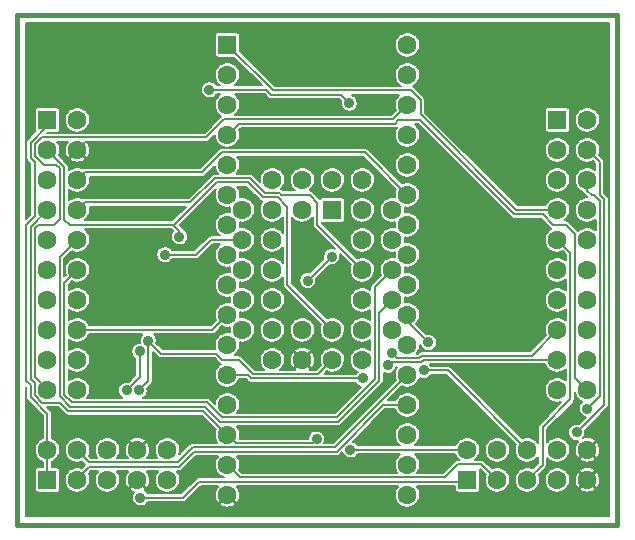
<source format=gbl>
G04 (created by PCBNEW-RS274X (2012-01-19 BZR 3256)-stable) date Tue 02 Jul 2013 11:49:59 AM CDT*
G01*
G70*
G90*
%MOIN*%
G04 Gerber Fmt 3.4, Leading zero omitted, Abs format*
%FSLAX34Y34*%
G04 APERTURE LIST*
%ADD10C,0.006000*%
%ADD11C,0.015000*%
%ADD12R,0.063000X0.063000*%
%ADD13C,0.063000*%
%ADD14C,0.035000*%
%ADD15C,0.008000*%
G04 APERTURE END LIST*
G54D10*
G54D11*
X51000Y-53000D02*
X51000Y-49500D01*
X71000Y-53000D02*
X51000Y-53000D01*
X71000Y-49500D02*
X71000Y-53000D01*
X51000Y-49500D02*
X51000Y-36000D01*
X71000Y-36000D02*
X71000Y-49500D01*
X51000Y-36000D02*
X71000Y-36000D01*
G54D12*
X58000Y-37000D03*
G54D13*
X58000Y-38000D03*
X58000Y-39000D03*
X58000Y-40000D03*
X58000Y-41000D03*
X58000Y-42000D03*
X58000Y-43000D03*
X58000Y-44000D03*
X58000Y-45000D03*
X58000Y-46000D03*
X58000Y-47000D03*
X58000Y-48000D03*
X58000Y-49000D03*
X58000Y-50000D03*
X58000Y-51000D03*
X58000Y-52000D03*
X64000Y-52000D03*
X64000Y-51000D03*
X64000Y-50000D03*
X64000Y-49000D03*
X64000Y-48000D03*
X64000Y-47000D03*
X64000Y-46000D03*
X64000Y-45000D03*
X64000Y-44000D03*
X64000Y-43000D03*
X64000Y-42000D03*
X64000Y-41000D03*
X64000Y-40000D03*
X64000Y-39000D03*
X64000Y-38000D03*
X64000Y-37000D03*
G54D12*
X52000Y-51500D03*
G54D13*
X52000Y-50500D03*
X53000Y-51500D03*
X53000Y-50500D03*
X54000Y-51500D03*
X54000Y-50500D03*
X55000Y-51500D03*
X55000Y-50500D03*
X56000Y-51500D03*
X56000Y-50500D03*
G54D12*
X66000Y-51500D03*
G54D13*
X66000Y-50500D03*
X67000Y-51500D03*
X67000Y-50500D03*
X68000Y-51500D03*
X68000Y-50500D03*
X69000Y-51500D03*
X69000Y-50500D03*
X70000Y-51500D03*
X70000Y-50500D03*
G54D12*
X61499Y-42501D03*
G54D13*
X60500Y-41501D03*
X60500Y-42501D03*
X59500Y-41501D03*
X58500Y-42501D03*
X59500Y-42501D03*
X58500Y-43501D03*
X59500Y-43501D03*
X58500Y-44500D03*
X59500Y-44500D03*
X58500Y-45500D03*
X59500Y-45500D03*
X58500Y-46500D03*
X59500Y-47500D03*
X59500Y-46500D03*
X60500Y-47500D03*
X60500Y-46500D03*
X61499Y-47500D03*
X61499Y-46500D03*
X62499Y-47500D03*
X63499Y-46500D03*
X62499Y-46500D03*
X63499Y-45500D03*
X62499Y-45500D03*
X63499Y-44500D03*
X62499Y-44500D03*
X63499Y-43501D03*
X62499Y-43501D03*
X63499Y-42501D03*
X62499Y-41501D03*
X62499Y-42501D03*
X61499Y-41501D03*
G54D12*
X52000Y-39500D03*
G54D13*
X53000Y-39500D03*
X52000Y-40500D03*
X53000Y-40500D03*
X52000Y-41500D03*
X53000Y-41500D03*
X52000Y-42500D03*
X53000Y-42500D03*
X52000Y-43500D03*
X53000Y-43500D03*
X52000Y-44500D03*
X53000Y-44500D03*
X52000Y-45500D03*
X53000Y-45500D03*
X52000Y-46500D03*
X53000Y-46500D03*
X52000Y-47500D03*
X53000Y-47500D03*
X52000Y-48500D03*
X53000Y-48500D03*
G54D12*
X69000Y-39500D03*
G54D13*
X70000Y-39500D03*
X69000Y-40500D03*
X70000Y-40500D03*
X69000Y-41500D03*
X70000Y-41500D03*
X69000Y-42500D03*
X70000Y-42500D03*
X69000Y-43500D03*
X70000Y-43500D03*
X69000Y-44500D03*
X70000Y-44500D03*
X69000Y-45500D03*
X70000Y-45500D03*
X69000Y-46500D03*
X70000Y-46500D03*
X69000Y-47500D03*
X70000Y-47500D03*
X69000Y-48500D03*
X70000Y-48500D03*
G54D14*
X55100Y-52100D03*
X60980Y-50140D03*
X62100Y-50500D03*
X69640Y-49920D03*
X55360Y-46860D03*
X55060Y-48520D03*
X56400Y-43400D03*
X55080Y-47220D03*
X54640Y-48520D03*
X61480Y-44060D03*
X60680Y-44860D03*
X64540Y-47850D03*
X64700Y-46920D03*
X63480Y-47280D03*
X63340Y-47680D03*
X62520Y-48120D03*
X70000Y-49125D03*
X55920Y-44000D03*
X62060Y-38940D03*
X57400Y-38500D03*
X70500Y-52500D03*
X53500Y-52500D03*
X67540Y-38380D03*
X54000Y-40750D03*
X51500Y-38500D03*
X57500Y-36500D03*
X62500Y-52500D03*
X54000Y-41750D03*
X51500Y-51000D03*
X68000Y-40000D03*
X53500Y-36500D03*
X57000Y-43500D03*
X61500Y-36500D03*
X65000Y-36500D03*
X56800Y-48600D03*
X56750Y-45750D03*
X57000Y-47000D03*
X54000Y-48500D03*
X67000Y-36500D03*
X65200Y-40940D03*
X54000Y-42600D03*
X54000Y-43500D03*
X51500Y-36500D03*
X54000Y-46000D03*
X68500Y-36500D03*
X60250Y-48750D03*
X65890Y-40300D03*
X54000Y-44500D03*
X55500Y-36500D03*
X70500Y-36500D03*
X59500Y-36500D03*
X56750Y-40750D03*
X56750Y-41750D03*
X70500Y-38500D03*
X65970Y-38910D03*
X70500Y-40000D03*
X57250Y-42500D03*
X54000Y-47000D03*
X61850Y-43300D03*
X66000Y-48000D03*
X59200Y-39000D03*
X59900Y-39900D03*
X61500Y-50000D03*
X61300Y-45400D03*
X66500Y-47000D03*
X65500Y-43000D03*
X63000Y-39000D03*
X68000Y-45500D03*
X60700Y-40900D03*
X68000Y-43500D03*
X62250Y-40000D03*
X60400Y-44300D03*
X67700Y-42100D03*
X61850Y-44350D03*
X65250Y-45250D03*
X66500Y-52500D03*
X63300Y-40800D03*
X64500Y-52500D03*
X68500Y-52500D03*
X64600Y-50800D03*
X60400Y-45800D03*
X65500Y-46500D03*
X54000Y-39250D03*
X57500Y-52500D03*
X53500Y-38250D03*
X68000Y-47000D03*
X68000Y-44500D03*
X68000Y-49000D03*
X51500Y-52500D03*
X55500Y-52500D03*
X51500Y-49500D03*
X63500Y-36500D03*
X57200Y-46200D03*
X60900Y-43400D03*
X65250Y-49000D03*
X63000Y-41900D03*
X56800Y-47600D03*
X59750Y-51000D03*
X59250Y-48750D03*
X65250Y-50000D03*
X68000Y-41500D03*
X62500Y-51000D03*
X61500Y-39000D03*
X61900Y-40900D03*
X62800Y-50000D03*
X58700Y-49900D03*
X59500Y-52500D03*
X55500Y-39250D03*
X55500Y-38250D03*
G54D15*
X69575Y-43300D02*
X69275Y-43000D01*
X69975Y-48500D02*
X70000Y-48500D01*
X68870Y-43000D02*
X69275Y-43000D01*
X64420Y-39500D02*
X63700Y-39500D01*
X67562Y-42642D02*
X68512Y-42642D01*
X69975Y-48500D02*
X69575Y-48100D01*
X63700Y-39500D02*
X63578Y-39622D01*
X68512Y-42642D02*
X68870Y-43000D01*
X67562Y-42642D02*
X64420Y-39500D01*
X58000Y-40000D02*
X58378Y-39622D01*
X63578Y-39622D02*
X58378Y-39622D01*
X69575Y-48100D02*
X69575Y-43300D01*
X52300Y-41000D02*
X51880Y-41000D01*
X57300Y-40080D02*
X57900Y-39480D01*
X52420Y-41120D02*
X52420Y-42800D01*
X52220Y-43000D02*
X51700Y-43000D01*
X51580Y-48080D02*
X52000Y-48500D01*
X51820Y-40080D02*
X57300Y-40080D01*
X52420Y-41120D02*
X52300Y-41000D01*
X63520Y-39480D02*
X64000Y-39000D01*
X51580Y-40320D02*
X51820Y-40080D01*
X52420Y-42800D02*
X52220Y-43000D01*
X51580Y-43120D02*
X51700Y-43000D01*
X51580Y-40700D02*
X51580Y-40320D01*
X51880Y-41000D02*
X51580Y-40700D01*
X57900Y-39480D02*
X63520Y-39480D01*
X51580Y-43120D02*
X51580Y-48080D01*
X65938Y-51562D02*
X66000Y-51500D01*
X56520Y-52100D02*
X57058Y-51562D01*
X55100Y-52100D02*
X56520Y-52100D01*
X57058Y-51562D02*
X65938Y-51562D01*
X52430Y-48930D02*
X52704Y-49204D01*
X58278Y-50278D02*
X60842Y-50278D01*
X51580Y-48280D02*
X51580Y-48680D01*
X51830Y-48930D02*
X52430Y-48930D01*
X60842Y-50278D02*
X60980Y-50140D01*
X66000Y-50500D02*
X62100Y-50500D01*
X52704Y-49204D02*
X57204Y-49204D01*
X58000Y-50000D02*
X58278Y-50278D01*
X51438Y-48138D02*
X51580Y-48280D01*
X51438Y-43062D02*
X51438Y-48138D01*
X51438Y-43062D02*
X52000Y-42500D01*
X57204Y-49204D02*
X58000Y-50000D01*
X51580Y-48680D02*
X51830Y-48930D01*
X70567Y-48993D02*
X69640Y-49920D01*
X66460Y-50980D02*
X65680Y-50980D01*
X70420Y-42000D02*
X70420Y-40920D01*
X65240Y-51420D02*
X58420Y-51420D01*
X66980Y-51500D02*
X66460Y-50980D01*
X67000Y-51500D02*
X66980Y-51500D01*
X58420Y-51420D02*
X58000Y-51000D01*
X70420Y-40920D02*
X70000Y-40500D01*
X70567Y-42147D02*
X70420Y-42000D01*
X70567Y-48993D02*
X70567Y-42147D01*
X65240Y-51420D02*
X65680Y-50980D01*
X55803Y-47303D02*
X55360Y-46860D01*
X55360Y-46860D02*
X55360Y-48220D01*
X57637Y-47303D02*
X55803Y-47303D01*
X55360Y-48220D02*
X55060Y-48520D01*
X58380Y-47500D02*
X57834Y-47500D01*
X61020Y-47978D02*
X58858Y-47978D01*
X61498Y-47500D02*
X61020Y-47978D01*
X58858Y-47978D02*
X58380Y-47500D01*
X57834Y-47500D02*
X57637Y-47303D01*
X61499Y-47500D02*
X61498Y-47500D01*
X52740Y-43000D02*
X56200Y-43000D01*
X52562Y-42822D02*
X52740Y-43000D01*
X58680Y-41580D02*
X57640Y-41580D01*
X52562Y-42822D02*
X52562Y-41062D01*
X56220Y-43000D02*
X57640Y-41580D01*
X60000Y-42400D02*
X59680Y-42080D01*
X60000Y-45001D02*
X61499Y-46500D01*
X52562Y-41062D02*
X52000Y-40500D01*
X55080Y-47220D02*
X55080Y-48080D01*
X59180Y-42080D02*
X58680Y-41580D01*
X60000Y-42400D02*
X60000Y-45001D01*
X59680Y-42080D02*
X59180Y-42080D01*
X56200Y-43000D02*
X56400Y-43200D01*
X56400Y-43400D02*
X56400Y-43200D01*
X55080Y-48080D02*
X54640Y-48520D01*
X56200Y-43000D02*
X56220Y-43000D01*
X61638Y-50562D02*
X63200Y-49000D01*
X56898Y-50562D02*
X61638Y-50562D01*
X53000Y-51500D02*
X53000Y-51462D01*
X63200Y-49000D02*
X64000Y-49000D01*
X53400Y-51062D02*
X56398Y-51062D01*
X56398Y-51062D02*
X56898Y-50562D01*
X53000Y-51462D02*
X53400Y-51062D01*
X53000Y-50500D02*
X53000Y-50520D01*
X61580Y-50420D02*
X64000Y-48000D01*
X53400Y-50920D02*
X56340Y-50920D01*
X56840Y-50420D02*
X61580Y-50420D01*
X56340Y-50920D02*
X56840Y-50420D01*
X53000Y-50520D02*
X53400Y-50920D01*
X67620Y-42500D02*
X64440Y-39320D01*
X64440Y-38840D02*
X64120Y-38520D01*
X64120Y-38520D02*
X59520Y-38520D01*
X61480Y-44060D02*
X60680Y-44860D01*
X59520Y-38520D02*
X58000Y-37000D01*
X69000Y-42500D02*
X67620Y-42500D01*
X64440Y-39320D02*
X64440Y-38840D01*
X68510Y-49740D02*
X69433Y-48817D01*
X69433Y-48817D02*
X69433Y-43933D01*
X69433Y-43933D02*
X69000Y-43500D01*
X68510Y-50990D02*
X68510Y-49740D01*
X68510Y-50990D02*
X68000Y-51500D01*
X57150Y-41250D02*
X57820Y-40580D01*
X53250Y-41250D02*
X53000Y-41500D01*
X62580Y-40580D02*
X64000Y-42000D01*
X57150Y-41250D02*
X53250Y-41250D01*
X57820Y-40580D02*
X62580Y-40580D01*
X57582Y-41438D02*
X58738Y-41438D01*
X59738Y-41938D02*
X59800Y-42000D01*
X56770Y-42250D02*
X57582Y-41438D01*
X61000Y-42260D02*
X61000Y-43001D01*
X61000Y-43001D02*
X62499Y-44500D01*
X60740Y-42000D02*
X61000Y-42260D01*
X53000Y-42500D02*
X53250Y-42250D01*
X58738Y-41438D02*
X59238Y-41938D01*
X53250Y-42250D02*
X56770Y-42250D01*
X59238Y-41938D02*
X59738Y-41938D01*
X59800Y-42000D02*
X60740Y-42000D01*
X64000Y-46220D02*
X64000Y-46000D01*
X63062Y-48198D02*
X61698Y-49562D01*
X57262Y-49062D02*
X57762Y-49562D01*
X64540Y-47850D02*
X65350Y-47850D01*
X63062Y-48198D02*
X63062Y-45937D01*
X65350Y-47850D02*
X68000Y-50500D01*
X52420Y-48720D02*
X52762Y-49062D01*
X52980Y-43500D02*
X52420Y-44060D01*
X52762Y-49062D02*
X57262Y-49062D01*
X53000Y-43500D02*
X52980Y-43500D01*
X52420Y-44060D02*
X52420Y-48720D01*
X63062Y-45937D02*
X63499Y-45500D01*
X64700Y-46920D02*
X64000Y-46220D01*
X57762Y-49562D02*
X61698Y-49562D01*
X52820Y-48920D02*
X52562Y-48662D01*
X52562Y-44938D02*
X53000Y-44500D01*
X62920Y-48140D02*
X61640Y-49420D01*
X62920Y-45079D02*
X62920Y-48140D01*
X52820Y-48920D02*
X57320Y-48920D01*
X52562Y-48662D02*
X52562Y-44938D01*
X57320Y-48920D02*
X57820Y-49420D01*
X57820Y-49420D02*
X61640Y-49420D01*
X62920Y-45079D02*
X63499Y-44500D01*
X63638Y-47438D02*
X63480Y-47280D01*
X64400Y-47438D02*
X63638Y-47438D01*
X68142Y-47358D02*
X69000Y-46500D01*
X64480Y-47358D02*
X64400Y-47438D01*
X68142Y-47358D02*
X64480Y-47358D01*
X64460Y-47580D02*
X63440Y-47580D01*
X69000Y-47500D02*
X64540Y-47500D01*
X63440Y-47580D02*
X63340Y-47680D01*
X64540Y-47500D02*
X64460Y-47580D01*
X70000Y-41860D02*
X70140Y-42000D01*
X70425Y-48700D02*
X70425Y-42205D01*
X70220Y-42000D02*
X70425Y-42205D01*
X70000Y-49125D02*
X70425Y-48700D01*
X58800Y-48120D02*
X58680Y-48000D01*
X62520Y-48120D02*
X58800Y-48120D01*
X70140Y-42000D02*
X70220Y-42000D01*
X58680Y-48000D02*
X58000Y-48000D01*
X70000Y-41500D02*
X70000Y-41860D01*
X57500Y-46500D02*
X58000Y-46000D01*
X53000Y-46500D02*
X57500Y-46500D01*
X55920Y-44000D02*
X56960Y-44000D01*
X56960Y-44000D02*
X57459Y-43501D01*
X58500Y-43501D02*
X57459Y-43501D01*
X52000Y-39700D02*
X52000Y-39500D01*
X52000Y-51500D02*
X52000Y-50500D01*
X51580Y-40900D02*
X51438Y-40758D01*
X51296Y-48196D02*
X51438Y-48338D01*
X61782Y-38662D02*
X62060Y-38940D01*
X51296Y-48196D02*
X51296Y-43004D01*
X51580Y-42720D02*
X51580Y-40900D01*
X51438Y-40262D02*
X52000Y-39700D01*
X51438Y-40758D02*
X51438Y-40262D01*
X51438Y-48738D02*
X52000Y-49300D01*
X51296Y-43004D02*
X51580Y-42720D01*
X52000Y-50500D02*
X52000Y-49300D01*
X51438Y-48338D02*
X51438Y-48738D01*
X57400Y-38500D02*
X59300Y-38500D01*
X59462Y-38662D02*
X61782Y-38662D01*
X59300Y-38500D02*
X59462Y-38662D01*
X66500Y-52540D02*
X66460Y-52500D01*
X56800Y-48600D02*
X57400Y-48600D01*
X51500Y-36500D02*
X51500Y-38500D01*
X57000Y-42750D02*
X57000Y-43500D01*
X66000Y-47000D02*
X66500Y-47000D01*
X65500Y-45500D02*
X65500Y-46500D01*
X70460Y-49300D02*
X70709Y-49051D01*
X66540Y-52500D02*
X66500Y-52540D01*
X68500Y-52500D02*
X66540Y-52500D01*
X70709Y-42089D02*
X70562Y-41942D01*
X68000Y-38380D02*
X67540Y-38380D01*
X70460Y-50040D02*
X70000Y-50500D01*
X69980Y-38380D02*
X68000Y-38380D01*
X53500Y-38250D02*
X53500Y-38750D01*
X60250Y-48750D02*
X59250Y-48750D01*
X59500Y-52500D02*
X62500Y-52500D01*
X70562Y-36562D02*
X70500Y-36500D01*
X65970Y-40220D02*
X65970Y-38910D01*
X68000Y-45500D02*
X68000Y-44500D01*
X63500Y-36500D02*
X61500Y-36500D01*
X57200Y-46200D02*
X56750Y-45750D01*
X51500Y-52500D02*
X51500Y-51000D01*
X70562Y-38962D02*
X69980Y-38380D01*
X67000Y-36500D02*
X65000Y-36500D01*
X53260Y-40240D02*
X57564Y-40240D01*
X55500Y-36500D02*
X53500Y-36500D01*
X70562Y-39000D02*
X70562Y-36562D01*
X68000Y-41800D02*
X67700Y-42100D01*
X56750Y-43750D02*
X56250Y-43750D01*
X70500Y-40000D02*
X70500Y-38500D01*
X57564Y-40240D02*
X57762Y-40438D01*
X59500Y-36500D02*
X57500Y-36500D01*
X70562Y-41942D02*
X70562Y-39000D01*
X70562Y-39000D02*
X70562Y-38962D01*
X56750Y-43750D02*
X57000Y-43500D01*
X70460Y-49720D02*
X70460Y-50040D01*
X60400Y-44300D02*
X60400Y-43900D01*
X65890Y-40300D02*
X65970Y-40220D01*
X57250Y-42500D02*
X57000Y-42750D01*
X54000Y-48500D02*
X54000Y-47000D01*
X56000Y-43500D02*
X54000Y-43500D01*
X53000Y-40500D02*
X53260Y-40240D01*
X54000Y-44500D02*
X54000Y-43500D01*
X70000Y-51480D02*
X70460Y-51020D01*
X54000Y-46000D02*
X54000Y-44500D01*
X70460Y-49720D02*
X70460Y-49300D01*
X57762Y-40438D02*
X63500Y-40438D01*
X63500Y-40438D02*
X64698Y-40438D01*
X56250Y-43750D02*
X56000Y-43500D01*
X64698Y-40438D02*
X65200Y-40940D01*
X63500Y-40600D02*
X63300Y-40800D01*
X62500Y-39250D02*
X62750Y-39000D01*
X62750Y-39000D02*
X63000Y-39000D01*
X63500Y-40438D02*
X63500Y-40600D01*
X65250Y-43250D02*
X65250Y-45250D01*
X59750Y-51000D02*
X62500Y-51000D01*
X60700Y-40900D02*
X61900Y-40900D01*
X61750Y-39250D02*
X62500Y-39250D01*
X65500Y-41240D02*
X65500Y-43000D01*
X60400Y-43900D02*
X60900Y-43400D01*
X61300Y-44900D02*
X61850Y-44350D01*
X66500Y-52500D02*
X66460Y-52500D01*
X70500Y-52500D02*
X68500Y-52500D01*
X65500Y-43000D02*
X65250Y-43250D01*
X61500Y-39000D02*
X61750Y-39250D01*
X63300Y-49500D02*
X64750Y-49500D01*
X65500Y-46500D02*
X66000Y-47000D01*
X61300Y-44900D02*
X61300Y-45400D01*
X70000Y-51500D02*
X70000Y-51480D01*
X64750Y-49500D02*
X65250Y-49000D01*
X64750Y-49500D02*
X65250Y-50000D01*
X57400Y-48600D02*
X57500Y-48500D01*
X56800Y-48600D02*
X56800Y-47600D01*
X68000Y-40000D02*
X68000Y-38380D01*
X53500Y-38750D02*
X54000Y-39250D01*
X57500Y-48500D02*
X59000Y-48500D01*
X68000Y-44500D02*
X68000Y-43500D01*
X59200Y-39000D02*
X61500Y-39000D01*
X70709Y-49051D02*
X70709Y-42089D01*
X59000Y-48500D02*
X59250Y-48750D01*
X65200Y-40940D02*
X65500Y-41240D01*
X55500Y-52500D02*
X53500Y-52500D01*
X59500Y-52500D02*
X57500Y-52500D01*
X68000Y-47000D02*
X68000Y-45500D01*
X62800Y-50000D02*
X63300Y-49500D01*
X68000Y-41500D02*
X68000Y-41800D01*
X65250Y-45250D02*
X65500Y-45500D01*
X55500Y-39250D02*
X55500Y-38250D01*
X70460Y-51020D02*
X70460Y-49720D01*
X55500Y-38250D02*
X55500Y-36500D01*
G54D10*
G36*
X55167Y-46650D02*
X55141Y-46676D01*
X55109Y-46722D01*
X55087Y-46773D01*
X55075Y-46828D01*
X55075Y-46884D01*
X55084Y-46935D01*
X55054Y-46935D01*
X54999Y-46945D01*
X54947Y-46966D01*
X54901Y-46997D01*
X54861Y-47036D01*
X54829Y-47082D01*
X54807Y-47133D01*
X54795Y-47188D01*
X54795Y-47244D01*
X54805Y-47299D01*
X54825Y-47351D01*
X54856Y-47398D01*
X54894Y-47438D01*
X54930Y-47463D01*
X54930Y-48018D01*
X54705Y-48242D01*
X54670Y-48235D01*
X54614Y-48235D01*
X54559Y-48245D01*
X54507Y-48266D01*
X54461Y-48297D01*
X54421Y-48336D01*
X54389Y-48382D01*
X54367Y-48433D01*
X54355Y-48488D01*
X54355Y-48544D01*
X54365Y-48599D01*
X54385Y-48651D01*
X54416Y-48698D01*
X54454Y-48738D01*
X54500Y-48770D01*
X53330Y-48770D01*
X53371Y-48711D01*
X53405Y-48634D01*
X53424Y-48553D01*
X53425Y-48458D01*
X53409Y-48376D01*
X53377Y-48299D01*
X53331Y-48230D01*
X53272Y-48171D01*
X53203Y-48124D01*
X53126Y-48092D01*
X53044Y-48075D01*
X52961Y-48075D01*
X52879Y-48090D01*
X52802Y-48122D01*
X52732Y-48167D01*
X52712Y-48187D01*
X52712Y-47813D01*
X52723Y-47825D01*
X52792Y-47873D01*
X52868Y-47906D01*
X52950Y-47924D01*
X53033Y-47926D01*
X53115Y-47911D01*
X53193Y-47881D01*
X53263Y-47836D01*
X53324Y-47779D01*
X53371Y-47711D01*
X53405Y-47634D01*
X53424Y-47553D01*
X53425Y-47458D01*
X53409Y-47376D01*
X53377Y-47299D01*
X53331Y-47230D01*
X53272Y-47171D01*
X53203Y-47124D01*
X53126Y-47092D01*
X53044Y-47075D01*
X52961Y-47075D01*
X52879Y-47090D01*
X52802Y-47122D01*
X52732Y-47167D01*
X52712Y-47187D01*
X52712Y-46813D01*
X52723Y-46825D01*
X52792Y-46873D01*
X52868Y-46906D01*
X52950Y-46924D01*
X53033Y-46926D01*
X53115Y-46911D01*
X53193Y-46881D01*
X53263Y-46836D01*
X53324Y-46779D01*
X53371Y-46711D01*
X53397Y-46650D01*
X55167Y-46650D01*
X55167Y-46650D01*
G37*
X55167Y-46650D02*
X55141Y-46676D01*
X55109Y-46722D01*
X55087Y-46773D01*
X55075Y-46828D01*
X55075Y-46884D01*
X55084Y-46935D01*
X55054Y-46935D01*
X54999Y-46945D01*
X54947Y-46966D01*
X54901Y-46997D01*
X54861Y-47036D01*
X54829Y-47082D01*
X54807Y-47133D01*
X54795Y-47188D01*
X54795Y-47244D01*
X54805Y-47299D01*
X54825Y-47351D01*
X54856Y-47398D01*
X54894Y-47438D01*
X54930Y-47463D01*
X54930Y-48018D01*
X54705Y-48242D01*
X54670Y-48235D01*
X54614Y-48235D01*
X54559Y-48245D01*
X54507Y-48266D01*
X54461Y-48297D01*
X54421Y-48336D01*
X54389Y-48382D01*
X54367Y-48433D01*
X54355Y-48488D01*
X54355Y-48544D01*
X54365Y-48599D01*
X54385Y-48651D01*
X54416Y-48698D01*
X54454Y-48738D01*
X54500Y-48770D01*
X53330Y-48770D01*
X53371Y-48711D01*
X53405Y-48634D01*
X53424Y-48553D01*
X53425Y-48458D01*
X53409Y-48376D01*
X53377Y-48299D01*
X53331Y-48230D01*
X53272Y-48171D01*
X53203Y-48124D01*
X53126Y-48092D01*
X53044Y-48075D01*
X52961Y-48075D01*
X52879Y-48090D01*
X52802Y-48122D01*
X52732Y-48167D01*
X52712Y-48187D01*
X52712Y-47813D01*
X52723Y-47825D01*
X52792Y-47873D01*
X52868Y-47906D01*
X52950Y-47924D01*
X53033Y-47926D01*
X53115Y-47911D01*
X53193Y-47881D01*
X53263Y-47836D01*
X53324Y-47779D01*
X53371Y-47711D01*
X53405Y-47634D01*
X53424Y-47553D01*
X53425Y-47458D01*
X53409Y-47376D01*
X53377Y-47299D01*
X53331Y-47230D01*
X53272Y-47171D01*
X53203Y-47124D01*
X53126Y-47092D01*
X53044Y-47075D01*
X52961Y-47075D01*
X52879Y-47090D01*
X52802Y-47122D01*
X52732Y-47167D01*
X52712Y-47187D01*
X52712Y-46813D01*
X52723Y-46825D01*
X52792Y-46873D01*
X52868Y-46906D01*
X52950Y-46924D01*
X53033Y-46926D01*
X53115Y-46911D01*
X53193Y-46881D01*
X53263Y-46836D01*
X53324Y-46779D01*
X53371Y-46711D01*
X53397Y-46650D01*
X55167Y-46650D01*
G36*
X56608Y-42400D02*
X56158Y-42850D01*
X53241Y-42850D01*
X53263Y-42836D01*
X53324Y-42779D01*
X53371Y-42711D01*
X53405Y-42634D01*
X53424Y-42553D01*
X53425Y-42458D01*
X53413Y-42400D01*
X56608Y-42400D01*
X56608Y-42400D01*
G37*
X56608Y-42400D02*
X56158Y-42850D01*
X53241Y-42850D01*
X53263Y-42836D01*
X53324Y-42779D01*
X53371Y-42711D01*
X53405Y-42634D01*
X53424Y-42553D01*
X53425Y-42458D01*
X53413Y-42400D01*
X56608Y-42400D01*
G36*
X57687Y-41288D02*
X57583Y-41288D01*
X57582Y-41288D01*
X57580Y-41288D01*
X57554Y-41290D01*
X57534Y-41296D01*
X57525Y-41299D01*
X57512Y-41306D01*
X57500Y-41312D01*
X57477Y-41331D01*
X57476Y-41332D01*
X56708Y-42100D01*
X53251Y-42100D01*
X53250Y-42100D01*
X53221Y-42103D01*
X53193Y-42111D01*
X53183Y-42115D01*
X53126Y-42092D01*
X53044Y-42075D01*
X52961Y-42075D01*
X52879Y-42090D01*
X52802Y-42122D01*
X52732Y-42167D01*
X52712Y-42187D01*
X52712Y-41813D01*
X52723Y-41825D01*
X52792Y-41873D01*
X52868Y-41906D01*
X52950Y-41924D01*
X53033Y-41926D01*
X53115Y-41911D01*
X53193Y-41881D01*
X53263Y-41836D01*
X53324Y-41779D01*
X53371Y-41711D01*
X53405Y-41634D01*
X53424Y-41553D01*
X53425Y-41458D01*
X53413Y-41400D01*
X57149Y-41400D01*
X57150Y-41400D01*
X57152Y-41399D01*
X57178Y-41398D01*
X57179Y-41397D01*
X57198Y-41391D01*
X57206Y-41389D01*
X57207Y-41389D01*
X57220Y-41382D01*
X57232Y-41376D01*
X57233Y-41375D01*
X57255Y-41357D01*
X57256Y-41356D01*
X57574Y-41037D01*
X57590Y-41118D01*
X57620Y-41196D01*
X57666Y-41266D01*
X57687Y-41288D01*
X57687Y-41288D01*
G37*
X57687Y-41288D02*
X57583Y-41288D01*
X57582Y-41288D01*
X57580Y-41288D01*
X57554Y-41290D01*
X57534Y-41296D01*
X57525Y-41299D01*
X57512Y-41306D01*
X57500Y-41312D01*
X57477Y-41331D01*
X57476Y-41332D01*
X56708Y-42100D01*
X53251Y-42100D01*
X53250Y-42100D01*
X53221Y-42103D01*
X53193Y-42111D01*
X53183Y-42115D01*
X53126Y-42092D01*
X53044Y-42075D01*
X52961Y-42075D01*
X52879Y-42090D01*
X52802Y-42122D01*
X52732Y-42167D01*
X52712Y-42187D01*
X52712Y-41813D01*
X52723Y-41825D01*
X52792Y-41873D01*
X52868Y-41906D01*
X52950Y-41924D01*
X53033Y-41926D01*
X53115Y-41911D01*
X53193Y-41881D01*
X53263Y-41836D01*
X53324Y-41779D01*
X53371Y-41711D01*
X53405Y-41634D01*
X53424Y-41553D01*
X53425Y-41458D01*
X53413Y-41400D01*
X57149Y-41400D01*
X57150Y-41400D01*
X57152Y-41399D01*
X57178Y-41398D01*
X57179Y-41397D01*
X57198Y-41391D01*
X57206Y-41389D01*
X57207Y-41389D01*
X57220Y-41382D01*
X57232Y-41376D01*
X57233Y-41375D01*
X57255Y-41357D01*
X57256Y-41356D01*
X57574Y-41037D01*
X57590Y-41118D01*
X57620Y-41196D01*
X57666Y-41266D01*
X57687Y-41288D01*
G36*
X58083Y-45583D02*
X58044Y-45575D01*
X57961Y-45575D01*
X57879Y-45590D01*
X57802Y-45622D01*
X57732Y-45667D01*
X57673Y-45726D01*
X57626Y-45795D01*
X57593Y-45871D01*
X57576Y-45953D01*
X57574Y-46036D01*
X57590Y-46118D01*
X57612Y-46175D01*
X57438Y-46350D01*
X53398Y-46350D01*
X53377Y-46299D01*
X53331Y-46230D01*
X53272Y-46171D01*
X53203Y-46124D01*
X53126Y-46092D01*
X53044Y-46075D01*
X52961Y-46075D01*
X52879Y-46090D01*
X52802Y-46122D01*
X52732Y-46167D01*
X52712Y-46187D01*
X52712Y-45813D01*
X52723Y-45825D01*
X52792Y-45873D01*
X52868Y-45906D01*
X52950Y-45924D01*
X53033Y-45926D01*
X53115Y-45911D01*
X53193Y-45881D01*
X53263Y-45836D01*
X53324Y-45779D01*
X53371Y-45711D01*
X53405Y-45634D01*
X53424Y-45553D01*
X53425Y-45458D01*
X53409Y-45376D01*
X53377Y-45299D01*
X53331Y-45230D01*
X53272Y-45171D01*
X53203Y-45124D01*
X53126Y-45092D01*
X53044Y-45075D01*
X52961Y-45075D01*
X52879Y-45090D01*
X52802Y-45122D01*
X52732Y-45167D01*
X52712Y-45187D01*
X52712Y-45000D01*
X52824Y-44887D01*
X52868Y-44906D01*
X52950Y-44924D01*
X53033Y-44926D01*
X53115Y-44911D01*
X53193Y-44881D01*
X53263Y-44836D01*
X53324Y-44779D01*
X53371Y-44711D01*
X53405Y-44634D01*
X53424Y-44553D01*
X53425Y-44458D01*
X53409Y-44376D01*
X53377Y-44299D01*
X53331Y-44230D01*
X53272Y-44171D01*
X53203Y-44124D01*
X53126Y-44092D01*
X53044Y-44075D01*
X52961Y-44075D01*
X52879Y-44090D01*
X52802Y-44122D01*
X52732Y-44167D01*
X52673Y-44226D01*
X52626Y-44295D01*
X52593Y-44371D01*
X52576Y-44453D01*
X52574Y-44536D01*
X52590Y-44618D01*
X52612Y-44675D01*
X52570Y-44718D01*
X52570Y-44122D01*
X52810Y-43881D01*
X52868Y-43906D01*
X52950Y-43924D01*
X53033Y-43926D01*
X53115Y-43911D01*
X53193Y-43881D01*
X53263Y-43836D01*
X53324Y-43779D01*
X53371Y-43711D01*
X53405Y-43634D01*
X53424Y-43553D01*
X53425Y-43458D01*
X53409Y-43376D01*
X53377Y-43299D01*
X53331Y-43230D01*
X53272Y-43171D01*
X53241Y-43150D01*
X56138Y-43150D01*
X56192Y-43204D01*
X56181Y-43216D01*
X56149Y-43262D01*
X56127Y-43313D01*
X56115Y-43368D01*
X56115Y-43424D01*
X56125Y-43479D01*
X56145Y-43531D01*
X56176Y-43578D01*
X56214Y-43618D01*
X56260Y-43650D01*
X56312Y-43672D01*
X56366Y-43684D01*
X56422Y-43686D01*
X56477Y-43676D01*
X56529Y-43656D01*
X56576Y-43626D01*
X56617Y-43587D01*
X56649Y-43541D01*
X56672Y-43490D01*
X56684Y-43436D01*
X56685Y-43372D01*
X56674Y-43317D01*
X56653Y-43266D01*
X56622Y-43219D01*
X56582Y-43179D01*
X56541Y-43151D01*
X56539Y-43144D01*
X56539Y-43143D01*
X56525Y-43117D01*
X56507Y-43095D01*
X56506Y-43094D01*
X56505Y-43093D01*
X56422Y-43010D01*
X57617Y-41814D01*
X57593Y-41871D01*
X57576Y-41953D01*
X57574Y-42036D01*
X57590Y-42118D01*
X57620Y-42196D01*
X57666Y-42266D01*
X57723Y-42325D01*
X57792Y-42373D01*
X57868Y-42406D01*
X57950Y-42424D01*
X58033Y-42426D01*
X58083Y-42416D01*
X58076Y-42454D01*
X58074Y-42537D01*
X58082Y-42583D01*
X58044Y-42575D01*
X57961Y-42575D01*
X57879Y-42590D01*
X57802Y-42622D01*
X57732Y-42667D01*
X57673Y-42726D01*
X57626Y-42795D01*
X57593Y-42871D01*
X57576Y-42953D01*
X57574Y-43036D01*
X57590Y-43118D01*
X57620Y-43196D01*
X57666Y-43266D01*
X57723Y-43325D01*
X57760Y-43351D01*
X57459Y-43351D01*
X57430Y-43354D01*
X57402Y-43362D01*
X57376Y-43376D01*
X57354Y-43394D01*
X57352Y-43395D01*
X56897Y-43850D01*
X56162Y-43850D01*
X56142Y-43819D01*
X56102Y-43779D01*
X56056Y-43748D01*
X56005Y-43726D01*
X55950Y-43715D01*
X55894Y-43715D01*
X55839Y-43725D01*
X55787Y-43746D01*
X55741Y-43777D01*
X55701Y-43816D01*
X55669Y-43862D01*
X55647Y-43913D01*
X55635Y-43968D01*
X55635Y-44024D01*
X55645Y-44079D01*
X55665Y-44131D01*
X55696Y-44178D01*
X55734Y-44218D01*
X55780Y-44250D01*
X55832Y-44272D01*
X55886Y-44284D01*
X55942Y-44286D01*
X55997Y-44276D01*
X56049Y-44256D01*
X56096Y-44226D01*
X56137Y-44187D01*
X56162Y-44150D01*
X56959Y-44150D01*
X56960Y-44150D01*
X56962Y-44149D01*
X56988Y-44148D01*
X56989Y-44147D01*
X57008Y-44141D01*
X57016Y-44139D01*
X57017Y-44139D01*
X57030Y-44132D01*
X57042Y-44126D01*
X57043Y-44125D01*
X57065Y-44107D01*
X57066Y-44106D01*
X57521Y-43651D01*
X57756Y-43651D01*
X57732Y-43667D01*
X57673Y-43726D01*
X57626Y-43795D01*
X57593Y-43871D01*
X57576Y-43953D01*
X57574Y-44036D01*
X57590Y-44118D01*
X57620Y-44196D01*
X57666Y-44266D01*
X57723Y-44325D01*
X57792Y-44373D01*
X57868Y-44406D01*
X57950Y-44424D01*
X58033Y-44426D01*
X58083Y-44416D01*
X58076Y-44453D01*
X58074Y-44536D01*
X58083Y-44583D01*
X58044Y-44575D01*
X57961Y-44575D01*
X57879Y-44590D01*
X57802Y-44622D01*
X57732Y-44667D01*
X57673Y-44726D01*
X57626Y-44795D01*
X57593Y-44871D01*
X57576Y-44953D01*
X57574Y-45036D01*
X57590Y-45118D01*
X57620Y-45196D01*
X57666Y-45266D01*
X57723Y-45325D01*
X57792Y-45373D01*
X57868Y-45406D01*
X57950Y-45424D01*
X58033Y-45426D01*
X58083Y-45416D01*
X58076Y-45453D01*
X58074Y-45536D01*
X58083Y-45583D01*
X58083Y-45583D01*
G37*
X58083Y-45583D02*
X58044Y-45575D01*
X57961Y-45575D01*
X57879Y-45590D01*
X57802Y-45622D01*
X57732Y-45667D01*
X57673Y-45726D01*
X57626Y-45795D01*
X57593Y-45871D01*
X57576Y-45953D01*
X57574Y-46036D01*
X57590Y-46118D01*
X57612Y-46175D01*
X57438Y-46350D01*
X53398Y-46350D01*
X53377Y-46299D01*
X53331Y-46230D01*
X53272Y-46171D01*
X53203Y-46124D01*
X53126Y-46092D01*
X53044Y-46075D01*
X52961Y-46075D01*
X52879Y-46090D01*
X52802Y-46122D01*
X52732Y-46167D01*
X52712Y-46187D01*
X52712Y-45813D01*
X52723Y-45825D01*
X52792Y-45873D01*
X52868Y-45906D01*
X52950Y-45924D01*
X53033Y-45926D01*
X53115Y-45911D01*
X53193Y-45881D01*
X53263Y-45836D01*
X53324Y-45779D01*
X53371Y-45711D01*
X53405Y-45634D01*
X53424Y-45553D01*
X53425Y-45458D01*
X53409Y-45376D01*
X53377Y-45299D01*
X53331Y-45230D01*
X53272Y-45171D01*
X53203Y-45124D01*
X53126Y-45092D01*
X53044Y-45075D01*
X52961Y-45075D01*
X52879Y-45090D01*
X52802Y-45122D01*
X52732Y-45167D01*
X52712Y-45187D01*
X52712Y-45000D01*
X52824Y-44887D01*
X52868Y-44906D01*
X52950Y-44924D01*
X53033Y-44926D01*
X53115Y-44911D01*
X53193Y-44881D01*
X53263Y-44836D01*
X53324Y-44779D01*
X53371Y-44711D01*
X53405Y-44634D01*
X53424Y-44553D01*
X53425Y-44458D01*
X53409Y-44376D01*
X53377Y-44299D01*
X53331Y-44230D01*
X53272Y-44171D01*
X53203Y-44124D01*
X53126Y-44092D01*
X53044Y-44075D01*
X52961Y-44075D01*
X52879Y-44090D01*
X52802Y-44122D01*
X52732Y-44167D01*
X52673Y-44226D01*
X52626Y-44295D01*
X52593Y-44371D01*
X52576Y-44453D01*
X52574Y-44536D01*
X52590Y-44618D01*
X52612Y-44675D01*
X52570Y-44718D01*
X52570Y-44122D01*
X52810Y-43881D01*
X52868Y-43906D01*
X52950Y-43924D01*
X53033Y-43926D01*
X53115Y-43911D01*
X53193Y-43881D01*
X53263Y-43836D01*
X53324Y-43779D01*
X53371Y-43711D01*
X53405Y-43634D01*
X53424Y-43553D01*
X53425Y-43458D01*
X53409Y-43376D01*
X53377Y-43299D01*
X53331Y-43230D01*
X53272Y-43171D01*
X53241Y-43150D01*
X56138Y-43150D01*
X56192Y-43204D01*
X56181Y-43216D01*
X56149Y-43262D01*
X56127Y-43313D01*
X56115Y-43368D01*
X56115Y-43424D01*
X56125Y-43479D01*
X56145Y-43531D01*
X56176Y-43578D01*
X56214Y-43618D01*
X56260Y-43650D01*
X56312Y-43672D01*
X56366Y-43684D01*
X56422Y-43686D01*
X56477Y-43676D01*
X56529Y-43656D01*
X56576Y-43626D01*
X56617Y-43587D01*
X56649Y-43541D01*
X56672Y-43490D01*
X56684Y-43436D01*
X56685Y-43372D01*
X56674Y-43317D01*
X56653Y-43266D01*
X56622Y-43219D01*
X56582Y-43179D01*
X56541Y-43151D01*
X56539Y-43144D01*
X56539Y-43143D01*
X56525Y-43117D01*
X56507Y-43095D01*
X56506Y-43094D01*
X56505Y-43093D01*
X56422Y-43010D01*
X57617Y-41814D01*
X57593Y-41871D01*
X57576Y-41953D01*
X57574Y-42036D01*
X57590Y-42118D01*
X57620Y-42196D01*
X57666Y-42266D01*
X57723Y-42325D01*
X57792Y-42373D01*
X57868Y-42406D01*
X57950Y-42424D01*
X58033Y-42426D01*
X58083Y-42416D01*
X58076Y-42454D01*
X58074Y-42537D01*
X58082Y-42583D01*
X58044Y-42575D01*
X57961Y-42575D01*
X57879Y-42590D01*
X57802Y-42622D01*
X57732Y-42667D01*
X57673Y-42726D01*
X57626Y-42795D01*
X57593Y-42871D01*
X57576Y-42953D01*
X57574Y-43036D01*
X57590Y-43118D01*
X57620Y-43196D01*
X57666Y-43266D01*
X57723Y-43325D01*
X57760Y-43351D01*
X57459Y-43351D01*
X57430Y-43354D01*
X57402Y-43362D01*
X57376Y-43376D01*
X57354Y-43394D01*
X57352Y-43395D01*
X56897Y-43850D01*
X56162Y-43850D01*
X56142Y-43819D01*
X56102Y-43779D01*
X56056Y-43748D01*
X56005Y-43726D01*
X55950Y-43715D01*
X55894Y-43715D01*
X55839Y-43725D01*
X55787Y-43746D01*
X55741Y-43777D01*
X55701Y-43816D01*
X55669Y-43862D01*
X55647Y-43913D01*
X55635Y-43968D01*
X55635Y-44024D01*
X55645Y-44079D01*
X55665Y-44131D01*
X55696Y-44178D01*
X55734Y-44218D01*
X55780Y-44250D01*
X55832Y-44272D01*
X55886Y-44284D01*
X55942Y-44286D01*
X55997Y-44276D01*
X56049Y-44256D01*
X56096Y-44226D01*
X56137Y-44187D01*
X56162Y-44150D01*
X56959Y-44150D01*
X56960Y-44150D01*
X56962Y-44149D01*
X56988Y-44148D01*
X56989Y-44147D01*
X57008Y-44141D01*
X57016Y-44139D01*
X57017Y-44139D01*
X57030Y-44132D01*
X57042Y-44126D01*
X57043Y-44125D01*
X57065Y-44107D01*
X57066Y-44106D01*
X57521Y-43651D01*
X57756Y-43651D01*
X57732Y-43667D01*
X57673Y-43726D01*
X57626Y-43795D01*
X57593Y-43871D01*
X57576Y-43953D01*
X57574Y-44036D01*
X57590Y-44118D01*
X57620Y-44196D01*
X57666Y-44266D01*
X57723Y-44325D01*
X57792Y-44373D01*
X57868Y-44406D01*
X57950Y-44424D01*
X58033Y-44426D01*
X58083Y-44416D01*
X58076Y-44453D01*
X58074Y-44536D01*
X58083Y-44583D01*
X58044Y-44575D01*
X57961Y-44575D01*
X57879Y-44590D01*
X57802Y-44622D01*
X57732Y-44667D01*
X57673Y-44726D01*
X57626Y-44795D01*
X57593Y-44871D01*
X57576Y-44953D01*
X57574Y-45036D01*
X57590Y-45118D01*
X57620Y-45196D01*
X57666Y-45266D01*
X57723Y-45325D01*
X57792Y-45373D01*
X57868Y-45406D01*
X57950Y-45424D01*
X58033Y-45426D01*
X58083Y-45416D01*
X58076Y-45453D01*
X58074Y-45536D01*
X58083Y-45583D01*
G36*
X58083Y-46583D02*
X58044Y-46575D01*
X57961Y-46575D01*
X57879Y-46590D01*
X57802Y-46622D01*
X57732Y-46667D01*
X57673Y-46726D01*
X57626Y-46795D01*
X57593Y-46871D01*
X57576Y-46953D01*
X57574Y-47036D01*
X57590Y-47118D01*
X57603Y-47153D01*
X55865Y-47153D01*
X55637Y-46925D01*
X55644Y-46896D01*
X55645Y-46832D01*
X55634Y-46777D01*
X55613Y-46726D01*
X55582Y-46679D01*
X55553Y-46650D01*
X57499Y-46650D01*
X57500Y-46650D01*
X57502Y-46649D01*
X57528Y-46648D01*
X57529Y-46647D01*
X57548Y-46641D01*
X57556Y-46639D01*
X57557Y-46639D01*
X57570Y-46632D01*
X57582Y-46626D01*
X57583Y-46625D01*
X57605Y-46607D01*
X57606Y-46606D01*
X57824Y-46387D01*
X57868Y-46406D01*
X57950Y-46424D01*
X58033Y-46426D01*
X58083Y-46416D01*
X58076Y-46453D01*
X58074Y-46536D01*
X58083Y-46583D01*
X58083Y-46583D01*
G37*
X58083Y-46583D02*
X58044Y-46575D01*
X57961Y-46575D01*
X57879Y-46590D01*
X57802Y-46622D01*
X57732Y-46667D01*
X57673Y-46726D01*
X57626Y-46795D01*
X57593Y-46871D01*
X57576Y-46953D01*
X57574Y-47036D01*
X57590Y-47118D01*
X57603Y-47153D01*
X55865Y-47153D01*
X55637Y-46925D01*
X55644Y-46896D01*
X55645Y-46832D01*
X55634Y-46777D01*
X55613Y-46726D01*
X55582Y-46679D01*
X55553Y-46650D01*
X57499Y-46650D01*
X57500Y-46650D01*
X57502Y-46649D01*
X57528Y-46648D01*
X57529Y-46647D01*
X57548Y-46641D01*
X57556Y-46639D01*
X57557Y-46639D01*
X57570Y-46632D01*
X57582Y-46626D01*
X57583Y-46625D01*
X57605Y-46607D01*
X57606Y-46606D01*
X57824Y-46387D01*
X57868Y-46406D01*
X57950Y-46424D01*
X58033Y-46426D01*
X58083Y-46416D01*
X58076Y-46453D01*
X58074Y-46536D01*
X58083Y-46583D01*
G36*
X62451Y-48396D02*
X61578Y-49270D01*
X58330Y-49270D01*
X58371Y-49211D01*
X58405Y-49134D01*
X58424Y-49053D01*
X58425Y-48958D01*
X58409Y-48876D01*
X58377Y-48799D01*
X58331Y-48730D01*
X58272Y-48671D01*
X58203Y-48624D01*
X58126Y-48592D01*
X58044Y-48575D01*
X57961Y-48575D01*
X57879Y-48590D01*
X57802Y-48622D01*
X57732Y-48667D01*
X57673Y-48726D01*
X57626Y-48795D01*
X57593Y-48871D01*
X57576Y-48953D01*
X57575Y-48963D01*
X57427Y-48815D01*
X57426Y-48814D01*
X57424Y-48812D01*
X57405Y-48796D01*
X57385Y-48785D01*
X57379Y-48782D01*
X57378Y-48781D01*
X57359Y-48775D01*
X57351Y-48773D01*
X57322Y-48770D01*
X57320Y-48770D01*
X55198Y-48770D01*
X55236Y-48746D01*
X55277Y-48707D01*
X55309Y-48661D01*
X55332Y-48610D01*
X55344Y-48556D01*
X55345Y-48492D01*
X55337Y-48454D01*
X55465Y-48327D01*
X55466Y-48326D01*
X55468Y-48323D01*
X55484Y-48305D01*
X55484Y-48304D01*
X55498Y-48279D01*
X55498Y-48278D01*
X55507Y-48251D01*
X55507Y-48250D01*
X55510Y-48222D01*
X55510Y-48220D01*
X55510Y-47222D01*
X55696Y-47408D01*
X55697Y-47409D01*
X55700Y-47411D01*
X55718Y-47427D01*
X55719Y-47427D01*
X55744Y-47441D01*
X55745Y-47441D01*
X55772Y-47450D01*
X55773Y-47450D01*
X55801Y-47453D01*
X55803Y-47453D01*
X57575Y-47453D01*
X57727Y-47605D01*
X57728Y-47606D01*
X57731Y-47608D01*
X57749Y-47624D01*
X57750Y-47624D01*
X57775Y-47638D01*
X57732Y-47667D01*
X57673Y-47726D01*
X57626Y-47795D01*
X57593Y-47871D01*
X57576Y-47953D01*
X57574Y-48036D01*
X57590Y-48118D01*
X57620Y-48196D01*
X57666Y-48266D01*
X57723Y-48325D01*
X57792Y-48373D01*
X57868Y-48406D01*
X57950Y-48424D01*
X58033Y-48426D01*
X58115Y-48411D01*
X58193Y-48381D01*
X58263Y-48336D01*
X58324Y-48279D01*
X58371Y-48211D01*
X58397Y-48150D01*
X58617Y-48150D01*
X58693Y-48226D01*
X58705Y-48235D01*
X58715Y-48244D01*
X58716Y-48244D01*
X58741Y-48258D01*
X58742Y-48258D01*
X58769Y-48267D01*
X58770Y-48267D01*
X58798Y-48270D01*
X58800Y-48270D01*
X62277Y-48270D01*
X62296Y-48298D01*
X62334Y-48338D01*
X62380Y-48370D01*
X62432Y-48392D01*
X62451Y-48396D01*
X62451Y-48396D01*
G37*
X62451Y-48396D02*
X61578Y-49270D01*
X58330Y-49270D01*
X58371Y-49211D01*
X58405Y-49134D01*
X58424Y-49053D01*
X58425Y-48958D01*
X58409Y-48876D01*
X58377Y-48799D01*
X58331Y-48730D01*
X58272Y-48671D01*
X58203Y-48624D01*
X58126Y-48592D01*
X58044Y-48575D01*
X57961Y-48575D01*
X57879Y-48590D01*
X57802Y-48622D01*
X57732Y-48667D01*
X57673Y-48726D01*
X57626Y-48795D01*
X57593Y-48871D01*
X57576Y-48953D01*
X57575Y-48963D01*
X57427Y-48815D01*
X57426Y-48814D01*
X57424Y-48812D01*
X57405Y-48796D01*
X57385Y-48785D01*
X57379Y-48782D01*
X57378Y-48781D01*
X57359Y-48775D01*
X57351Y-48773D01*
X57322Y-48770D01*
X57320Y-48770D01*
X55198Y-48770D01*
X55236Y-48746D01*
X55277Y-48707D01*
X55309Y-48661D01*
X55332Y-48610D01*
X55344Y-48556D01*
X55345Y-48492D01*
X55337Y-48454D01*
X55465Y-48327D01*
X55466Y-48326D01*
X55468Y-48323D01*
X55484Y-48305D01*
X55484Y-48304D01*
X55498Y-48279D01*
X55498Y-48278D01*
X55507Y-48251D01*
X55507Y-48250D01*
X55510Y-48222D01*
X55510Y-48220D01*
X55510Y-47222D01*
X55696Y-47408D01*
X55697Y-47409D01*
X55700Y-47411D01*
X55718Y-47427D01*
X55719Y-47427D01*
X55744Y-47441D01*
X55745Y-47441D01*
X55772Y-47450D01*
X55773Y-47450D01*
X55801Y-47453D01*
X55803Y-47453D01*
X57575Y-47453D01*
X57727Y-47605D01*
X57728Y-47606D01*
X57731Y-47608D01*
X57749Y-47624D01*
X57750Y-47624D01*
X57775Y-47638D01*
X57732Y-47667D01*
X57673Y-47726D01*
X57626Y-47795D01*
X57593Y-47871D01*
X57576Y-47953D01*
X57574Y-48036D01*
X57590Y-48118D01*
X57620Y-48196D01*
X57666Y-48266D01*
X57723Y-48325D01*
X57792Y-48373D01*
X57868Y-48406D01*
X57950Y-48424D01*
X58033Y-48426D01*
X58115Y-48411D01*
X58193Y-48381D01*
X58263Y-48336D01*
X58324Y-48279D01*
X58371Y-48211D01*
X58397Y-48150D01*
X58617Y-48150D01*
X58693Y-48226D01*
X58705Y-48235D01*
X58715Y-48244D01*
X58716Y-48244D01*
X58741Y-48258D01*
X58742Y-48258D01*
X58769Y-48267D01*
X58770Y-48267D01*
X58798Y-48270D01*
X58800Y-48270D01*
X62277Y-48270D01*
X62296Y-48298D01*
X62334Y-48338D01*
X62380Y-48370D01*
X62432Y-48392D01*
X62451Y-48396D01*
G36*
X63612Y-41824D02*
X63593Y-41871D01*
X63576Y-41953D01*
X63574Y-42036D01*
X63583Y-42084D01*
X63543Y-42076D01*
X63460Y-42076D01*
X63378Y-42091D01*
X63301Y-42123D01*
X63231Y-42168D01*
X63172Y-42227D01*
X63125Y-42296D01*
X63092Y-42372D01*
X63075Y-42454D01*
X63073Y-42537D01*
X63089Y-42619D01*
X63119Y-42697D01*
X63165Y-42767D01*
X63222Y-42826D01*
X63291Y-42874D01*
X63367Y-42907D01*
X63449Y-42925D01*
X63532Y-42927D01*
X63583Y-42917D01*
X63576Y-42953D01*
X63574Y-43036D01*
X63583Y-43084D01*
X63543Y-43076D01*
X63460Y-43076D01*
X63378Y-43091D01*
X63301Y-43123D01*
X63231Y-43168D01*
X63172Y-43227D01*
X63125Y-43296D01*
X63092Y-43372D01*
X63075Y-43454D01*
X63073Y-43537D01*
X63089Y-43619D01*
X63119Y-43697D01*
X63165Y-43767D01*
X63222Y-43826D01*
X63291Y-43874D01*
X63367Y-43907D01*
X63449Y-43925D01*
X63532Y-43927D01*
X63583Y-43917D01*
X63576Y-43953D01*
X63574Y-44036D01*
X63583Y-44083D01*
X63543Y-44075D01*
X63460Y-44075D01*
X63378Y-44090D01*
X63301Y-44122D01*
X63231Y-44167D01*
X63172Y-44226D01*
X63125Y-44295D01*
X63092Y-44371D01*
X63075Y-44453D01*
X63073Y-44536D01*
X63089Y-44618D01*
X63111Y-44675D01*
X62815Y-44972D01*
X62814Y-44973D01*
X62812Y-44974D01*
X62796Y-44994D01*
X62785Y-45013D01*
X62781Y-45021D01*
X62775Y-45040D01*
X62773Y-45048D01*
X62770Y-45077D01*
X62770Y-45079D01*
X62770Y-45170D01*
X62702Y-45124D01*
X62625Y-45092D01*
X62543Y-45075D01*
X62460Y-45075D01*
X62378Y-45090D01*
X62301Y-45122D01*
X62231Y-45167D01*
X62172Y-45226D01*
X62125Y-45295D01*
X62092Y-45371D01*
X62075Y-45453D01*
X62073Y-45536D01*
X62089Y-45618D01*
X62119Y-45696D01*
X62165Y-45766D01*
X62222Y-45825D01*
X62291Y-45873D01*
X62367Y-45906D01*
X62449Y-45924D01*
X62532Y-45926D01*
X62614Y-45911D01*
X62692Y-45881D01*
X62762Y-45836D01*
X62770Y-45828D01*
X62770Y-46170D01*
X62702Y-46124D01*
X62625Y-46092D01*
X62543Y-46075D01*
X62460Y-46075D01*
X62378Y-46090D01*
X62301Y-46122D01*
X62231Y-46167D01*
X62172Y-46226D01*
X62125Y-46295D01*
X62092Y-46371D01*
X62075Y-46453D01*
X62073Y-46536D01*
X62089Y-46618D01*
X62119Y-46696D01*
X62165Y-46766D01*
X62222Y-46825D01*
X62291Y-46873D01*
X62367Y-46906D01*
X62449Y-46924D01*
X62532Y-46926D01*
X62614Y-46911D01*
X62692Y-46881D01*
X62762Y-46836D01*
X62770Y-46828D01*
X62770Y-47170D01*
X62702Y-47124D01*
X62625Y-47092D01*
X62543Y-47075D01*
X62460Y-47075D01*
X62378Y-47090D01*
X62301Y-47122D01*
X62231Y-47167D01*
X62172Y-47226D01*
X62125Y-47295D01*
X62092Y-47371D01*
X62075Y-47453D01*
X62073Y-47536D01*
X62089Y-47618D01*
X62119Y-47696D01*
X62165Y-47766D01*
X62222Y-47825D01*
X62291Y-47873D01*
X62343Y-47895D01*
X62341Y-47897D01*
X62301Y-47936D01*
X62277Y-47970D01*
X61240Y-47970D01*
X61323Y-47886D01*
X61367Y-47906D01*
X61449Y-47924D01*
X61532Y-47926D01*
X61614Y-47911D01*
X61692Y-47881D01*
X61762Y-47836D01*
X61823Y-47779D01*
X61870Y-47711D01*
X61904Y-47634D01*
X61923Y-47553D01*
X61924Y-47458D01*
X61908Y-47376D01*
X61876Y-47299D01*
X61830Y-47230D01*
X61771Y-47171D01*
X61702Y-47124D01*
X61625Y-47092D01*
X61543Y-47075D01*
X61460Y-47075D01*
X61378Y-47090D01*
X61301Y-47122D01*
X61231Y-47167D01*
X61172Y-47226D01*
X61125Y-47295D01*
X61092Y-47371D01*
X61075Y-47453D01*
X61073Y-47536D01*
X61089Y-47618D01*
X61110Y-47675D01*
X60958Y-47828D01*
X60926Y-47828D01*
X60926Y-47507D01*
X60925Y-47495D01*
X60925Y-46458D01*
X60909Y-46376D01*
X60877Y-46299D01*
X60831Y-46230D01*
X60772Y-46171D01*
X60703Y-46124D01*
X60626Y-46092D01*
X60544Y-46075D01*
X60461Y-46075D01*
X60379Y-46090D01*
X60302Y-46122D01*
X60232Y-46167D01*
X60173Y-46226D01*
X60126Y-46295D01*
X60093Y-46371D01*
X60076Y-46453D01*
X60074Y-46536D01*
X60090Y-46618D01*
X60120Y-46696D01*
X60166Y-46766D01*
X60223Y-46825D01*
X60292Y-46873D01*
X60368Y-46906D01*
X60450Y-46924D01*
X60533Y-46926D01*
X60615Y-46911D01*
X60693Y-46881D01*
X60763Y-46836D01*
X60824Y-46779D01*
X60871Y-46711D01*
X60905Y-46634D01*
X60924Y-46553D01*
X60925Y-46458D01*
X60925Y-47495D01*
X60919Y-47424D01*
X60897Y-47344D01*
X60859Y-47269D01*
X60851Y-47258D01*
X60789Y-47225D01*
X60775Y-47239D01*
X60775Y-47211D01*
X60742Y-47149D01*
X60669Y-47109D01*
X60590Y-47084D01*
X60507Y-47074D01*
X60424Y-47081D01*
X60344Y-47103D01*
X60269Y-47141D01*
X60258Y-47149D01*
X60225Y-47211D01*
X60500Y-47486D01*
X60775Y-47211D01*
X60775Y-47239D01*
X60514Y-47500D01*
X60789Y-47775D01*
X60851Y-47742D01*
X60891Y-47669D01*
X60916Y-47590D01*
X60926Y-47507D01*
X60926Y-47828D01*
X60754Y-47828D01*
X60775Y-47789D01*
X60500Y-47514D01*
X60486Y-47528D01*
X60486Y-47500D01*
X60211Y-47225D01*
X60149Y-47258D01*
X60109Y-47331D01*
X60084Y-47410D01*
X60074Y-47493D01*
X60081Y-47576D01*
X60103Y-47656D01*
X60141Y-47731D01*
X60149Y-47742D01*
X60211Y-47775D01*
X60486Y-47500D01*
X60486Y-47528D01*
X60225Y-47789D01*
X60245Y-47828D01*
X59771Y-47828D01*
X59824Y-47779D01*
X59871Y-47711D01*
X59905Y-47634D01*
X59924Y-47553D01*
X59925Y-47458D01*
X59925Y-46458D01*
X59925Y-45458D01*
X59909Y-45376D01*
X59877Y-45299D01*
X59831Y-45230D01*
X59772Y-45171D01*
X59703Y-45124D01*
X59626Y-45092D01*
X59544Y-45075D01*
X59461Y-45075D01*
X59379Y-45090D01*
X59302Y-45122D01*
X59232Y-45167D01*
X59173Y-45226D01*
X59126Y-45295D01*
X59093Y-45371D01*
X59076Y-45453D01*
X59074Y-45536D01*
X59090Y-45618D01*
X59120Y-45696D01*
X59166Y-45766D01*
X59223Y-45825D01*
X59292Y-45873D01*
X59368Y-45906D01*
X59450Y-45924D01*
X59533Y-45926D01*
X59615Y-45911D01*
X59693Y-45881D01*
X59763Y-45836D01*
X59824Y-45779D01*
X59871Y-45711D01*
X59905Y-45634D01*
X59924Y-45553D01*
X59925Y-45458D01*
X59925Y-46458D01*
X59909Y-46376D01*
X59877Y-46299D01*
X59831Y-46230D01*
X59772Y-46171D01*
X59703Y-46124D01*
X59626Y-46092D01*
X59544Y-46075D01*
X59461Y-46075D01*
X59379Y-46090D01*
X59302Y-46122D01*
X59232Y-46167D01*
X59173Y-46226D01*
X59126Y-46295D01*
X59093Y-46371D01*
X59076Y-46453D01*
X59074Y-46536D01*
X59090Y-46618D01*
X59120Y-46696D01*
X59166Y-46766D01*
X59223Y-46825D01*
X59292Y-46873D01*
X59368Y-46906D01*
X59450Y-46924D01*
X59533Y-46926D01*
X59615Y-46911D01*
X59693Y-46881D01*
X59763Y-46836D01*
X59824Y-46779D01*
X59871Y-46711D01*
X59905Y-46634D01*
X59924Y-46553D01*
X59925Y-46458D01*
X59925Y-47458D01*
X59909Y-47376D01*
X59877Y-47299D01*
X59831Y-47230D01*
X59772Y-47171D01*
X59703Y-47124D01*
X59626Y-47092D01*
X59544Y-47075D01*
X59461Y-47075D01*
X59379Y-47090D01*
X59302Y-47122D01*
X59232Y-47167D01*
X59173Y-47226D01*
X59126Y-47295D01*
X59093Y-47371D01*
X59076Y-47453D01*
X59074Y-47536D01*
X59090Y-47618D01*
X59120Y-47696D01*
X59166Y-47766D01*
X59223Y-47825D01*
X59227Y-47828D01*
X58920Y-47828D01*
X58487Y-47395D01*
X58486Y-47394D01*
X58484Y-47392D01*
X58465Y-47376D01*
X58445Y-47365D01*
X58439Y-47362D01*
X58438Y-47361D01*
X58419Y-47355D01*
X58411Y-47353D01*
X58382Y-47350D01*
X58380Y-47350D01*
X58241Y-47350D01*
X58263Y-47336D01*
X58324Y-47279D01*
X58371Y-47211D01*
X58405Y-47134D01*
X58424Y-47053D01*
X58425Y-46958D01*
X58416Y-46916D01*
X58450Y-46924D01*
X58533Y-46926D01*
X58615Y-46911D01*
X58693Y-46881D01*
X58763Y-46836D01*
X58824Y-46779D01*
X58871Y-46711D01*
X58905Y-46634D01*
X58924Y-46553D01*
X58925Y-46458D01*
X58909Y-46376D01*
X58877Y-46299D01*
X58831Y-46230D01*
X58772Y-46171D01*
X58703Y-46124D01*
X58626Y-46092D01*
X58544Y-46075D01*
X58461Y-46075D01*
X58416Y-46083D01*
X58424Y-46053D01*
X58425Y-45958D01*
X58416Y-45916D01*
X58450Y-45924D01*
X58533Y-45926D01*
X58615Y-45911D01*
X58693Y-45881D01*
X58763Y-45836D01*
X58824Y-45779D01*
X58871Y-45711D01*
X58905Y-45634D01*
X58924Y-45553D01*
X58925Y-45458D01*
X58909Y-45376D01*
X58877Y-45299D01*
X58831Y-45230D01*
X58772Y-45171D01*
X58703Y-45124D01*
X58626Y-45092D01*
X58544Y-45075D01*
X58461Y-45075D01*
X58416Y-45083D01*
X58424Y-45053D01*
X58425Y-44958D01*
X58416Y-44916D01*
X58450Y-44924D01*
X58533Y-44926D01*
X58615Y-44911D01*
X58693Y-44881D01*
X58763Y-44836D01*
X58824Y-44779D01*
X58871Y-44711D01*
X58905Y-44634D01*
X58924Y-44553D01*
X58925Y-44458D01*
X58909Y-44376D01*
X58877Y-44299D01*
X58831Y-44230D01*
X58772Y-44171D01*
X58703Y-44124D01*
X58626Y-44092D01*
X58544Y-44075D01*
X58461Y-44075D01*
X58416Y-44083D01*
X58424Y-44053D01*
X58425Y-43958D01*
X58417Y-43917D01*
X58450Y-43925D01*
X58533Y-43927D01*
X58615Y-43912D01*
X58693Y-43882D01*
X58763Y-43837D01*
X58824Y-43780D01*
X58871Y-43712D01*
X58905Y-43635D01*
X58924Y-43554D01*
X58925Y-43459D01*
X58909Y-43377D01*
X58877Y-43300D01*
X58831Y-43231D01*
X58772Y-43172D01*
X58703Y-43125D01*
X58626Y-43093D01*
X58544Y-43076D01*
X58461Y-43076D01*
X58416Y-43084D01*
X58424Y-43053D01*
X58425Y-42958D01*
X58417Y-42917D01*
X58450Y-42925D01*
X58533Y-42927D01*
X58615Y-42912D01*
X58693Y-42882D01*
X58763Y-42837D01*
X58824Y-42780D01*
X58871Y-42712D01*
X58905Y-42635D01*
X58924Y-42554D01*
X58925Y-42459D01*
X58909Y-42377D01*
X58877Y-42300D01*
X58831Y-42231D01*
X58772Y-42172D01*
X58703Y-42125D01*
X58626Y-42093D01*
X58544Y-42076D01*
X58461Y-42076D01*
X58416Y-42084D01*
X58424Y-42053D01*
X58425Y-41958D01*
X58409Y-41876D01*
X58377Y-41799D01*
X58331Y-41730D01*
X58618Y-41730D01*
X59073Y-42185D01*
X59074Y-42186D01*
X59077Y-42188D01*
X59095Y-42204D01*
X59096Y-42204D01*
X59110Y-42212D01*
X59121Y-42218D01*
X59122Y-42219D01*
X59141Y-42224D01*
X59149Y-42227D01*
X59150Y-42227D01*
X59171Y-42229D01*
X59126Y-42296D01*
X59093Y-42372D01*
X59076Y-42454D01*
X59074Y-42537D01*
X59090Y-42619D01*
X59120Y-42697D01*
X59166Y-42767D01*
X59223Y-42826D01*
X59292Y-42874D01*
X59368Y-42907D01*
X59450Y-42925D01*
X59533Y-42927D01*
X59615Y-42912D01*
X59693Y-42882D01*
X59763Y-42837D01*
X59824Y-42780D01*
X59850Y-42742D01*
X59850Y-43259D01*
X59831Y-43231D01*
X59772Y-43172D01*
X59703Y-43125D01*
X59626Y-43093D01*
X59544Y-43076D01*
X59461Y-43076D01*
X59379Y-43091D01*
X59302Y-43123D01*
X59232Y-43168D01*
X59173Y-43227D01*
X59126Y-43296D01*
X59093Y-43372D01*
X59076Y-43454D01*
X59074Y-43537D01*
X59090Y-43619D01*
X59120Y-43697D01*
X59166Y-43767D01*
X59223Y-43826D01*
X59292Y-43874D01*
X59368Y-43907D01*
X59450Y-43925D01*
X59533Y-43927D01*
X59615Y-43912D01*
X59693Y-43882D01*
X59763Y-43837D01*
X59824Y-43780D01*
X59850Y-43742D01*
X59850Y-44258D01*
X59831Y-44230D01*
X59772Y-44171D01*
X59703Y-44124D01*
X59626Y-44092D01*
X59544Y-44075D01*
X59461Y-44075D01*
X59379Y-44090D01*
X59302Y-44122D01*
X59232Y-44167D01*
X59173Y-44226D01*
X59126Y-44295D01*
X59093Y-44371D01*
X59076Y-44453D01*
X59074Y-44536D01*
X59090Y-44618D01*
X59120Y-44696D01*
X59166Y-44766D01*
X59223Y-44825D01*
X59292Y-44873D01*
X59368Y-44906D01*
X59450Y-44924D01*
X59533Y-44926D01*
X59615Y-44911D01*
X59693Y-44881D01*
X59763Y-44836D01*
X59824Y-44779D01*
X59850Y-44741D01*
X59850Y-45000D01*
X59850Y-45001D01*
X59850Y-45003D01*
X59852Y-45029D01*
X59858Y-45049D01*
X59861Y-45058D01*
X59868Y-45071D01*
X59874Y-45083D01*
X59875Y-45084D01*
X59893Y-45106D01*
X59894Y-45107D01*
X61111Y-46324D01*
X61092Y-46371D01*
X61075Y-46453D01*
X61073Y-46536D01*
X61089Y-46618D01*
X61119Y-46696D01*
X61165Y-46766D01*
X61222Y-46825D01*
X61291Y-46873D01*
X61367Y-46906D01*
X61449Y-46924D01*
X61532Y-46926D01*
X61614Y-46911D01*
X61692Y-46881D01*
X61762Y-46836D01*
X61823Y-46779D01*
X61870Y-46711D01*
X61904Y-46634D01*
X61923Y-46553D01*
X61924Y-46458D01*
X61908Y-46376D01*
X61876Y-46299D01*
X61830Y-46230D01*
X61771Y-46171D01*
X61702Y-46124D01*
X61625Y-46092D01*
X61543Y-46075D01*
X61460Y-46075D01*
X61378Y-46090D01*
X61323Y-46112D01*
X60150Y-44939D01*
X60150Y-42742D01*
X60166Y-42767D01*
X60223Y-42826D01*
X60292Y-42874D01*
X60368Y-42907D01*
X60450Y-42925D01*
X60533Y-42927D01*
X60615Y-42912D01*
X60693Y-42882D01*
X60763Y-42837D01*
X60824Y-42780D01*
X60850Y-42742D01*
X60850Y-43000D01*
X60850Y-43001D01*
X60850Y-43003D01*
X60852Y-43029D01*
X60858Y-43049D01*
X60861Y-43058D01*
X60868Y-43071D01*
X60874Y-43083D01*
X60875Y-43084D01*
X60893Y-43106D01*
X60894Y-43107D01*
X61579Y-43792D01*
X61565Y-43786D01*
X61510Y-43775D01*
X61454Y-43775D01*
X61399Y-43785D01*
X61347Y-43806D01*
X61301Y-43837D01*
X61261Y-43876D01*
X61229Y-43922D01*
X61207Y-43973D01*
X61195Y-44028D01*
X61195Y-44084D01*
X61202Y-44125D01*
X60745Y-44582D01*
X60710Y-44575D01*
X60654Y-44575D01*
X60599Y-44585D01*
X60547Y-44606D01*
X60501Y-44637D01*
X60461Y-44676D01*
X60429Y-44722D01*
X60407Y-44773D01*
X60395Y-44828D01*
X60395Y-44884D01*
X60405Y-44939D01*
X60425Y-44991D01*
X60456Y-45038D01*
X60494Y-45078D01*
X60540Y-45110D01*
X60592Y-45132D01*
X60646Y-45144D01*
X60702Y-45146D01*
X60757Y-45136D01*
X60809Y-45116D01*
X60856Y-45086D01*
X60897Y-45047D01*
X60929Y-45001D01*
X60952Y-44950D01*
X60964Y-44896D01*
X60965Y-44832D01*
X60957Y-44794D01*
X61414Y-44337D01*
X61446Y-44344D01*
X61502Y-44346D01*
X61557Y-44336D01*
X61609Y-44316D01*
X61656Y-44286D01*
X61697Y-44247D01*
X61729Y-44201D01*
X61752Y-44150D01*
X61764Y-44096D01*
X61765Y-44032D01*
X61754Y-43977D01*
X61747Y-43960D01*
X62111Y-44324D01*
X62092Y-44371D01*
X62075Y-44453D01*
X62073Y-44536D01*
X62089Y-44618D01*
X62119Y-44696D01*
X62165Y-44766D01*
X62222Y-44825D01*
X62291Y-44873D01*
X62367Y-44906D01*
X62449Y-44924D01*
X62532Y-44926D01*
X62614Y-44911D01*
X62692Y-44881D01*
X62762Y-44836D01*
X62823Y-44779D01*
X62870Y-44711D01*
X62904Y-44634D01*
X62923Y-44553D01*
X62924Y-44458D01*
X62924Y-43459D01*
X62924Y-42459D01*
X62924Y-41459D01*
X62908Y-41377D01*
X62876Y-41300D01*
X62830Y-41231D01*
X62771Y-41172D01*
X62702Y-41125D01*
X62625Y-41093D01*
X62543Y-41076D01*
X62460Y-41076D01*
X62378Y-41091D01*
X62301Y-41123D01*
X62231Y-41168D01*
X62172Y-41227D01*
X62125Y-41296D01*
X62092Y-41372D01*
X62075Y-41454D01*
X62073Y-41537D01*
X62089Y-41619D01*
X62119Y-41697D01*
X62165Y-41767D01*
X62222Y-41826D01*
X62291Y-41874D01*
X62367Y-41907D01*
X62449Y-41925D01*
X62532Y-41927D01*
X62614Y-41912D01*
X62692Y-41882D01*
X62762Y-41837D01*
X62823Y-41780D01*
X62870Y-41712D01*
X62904Y-41635D01*
X62923Y-41554D01*
X62924Y-41459D01*
X62924Y-42459D01*
X62908Y-42377D01*
X62876Y-42300D01*
X62830Y-42231D01*
X62771Y-42172D01*
X62702Y-42125D01*
X62625Y-42093D01*
X62543Y-42076D01*
X62460Y-42076D01*
X62378Y-42091D01*
X62301Y-42123D01*
X62231Y-42168D01*
X62172Y-42227D01*
X62125Y-42296D01*
X62092Y-42372D01*
X62075Y-42454D01*
X62073Y-42537D01*
X62089Y-42619D01*
X62119Y-42697D01*
X62165Y-42767D01*
X62222Y-42826D01*
X62291Y-42874D01*
X62367Y-42907D01*
X62449Y-42925D01*
X62532Y-42927D01*
X62614Y-42912D01*
X62692Y-42882D01*
X62762Y-42837D01*
X62823Y-42780D01*
X62870Y-42712D01*
X62904Y-42635D01*
X62923Y-42554D01*
X62924Y-42459D01*
X62924Y-43459D01*
X62908Y-43377D01*
X62876Y-43300D01*
X62830Y-43231D01*
X62771Y-43172D01*
X62702Y-43125D01*
X62625Y-43093D01*
X62543Y-43076D01*
X62460Y-43076D01*
X62378Y-43091D01*
X62301Y-43123D01*
X62231Y-43168D01*
X62172Y-43227D01*
X62125Y-43296D01*
X62092Y-43372D01*
X62075Y-43454D01*
X62073Y-43537D01*
X62089Y-43619D01*
X62119Y-43697D01*
X62165Y-43767D01*
X62222Y-43826D01*
X62291Y-43874D01*
X62367Y-43907D01*
X62449Y-43925D01*
X62532Y-43927D01*
X62614Y-43912D01*
X62692Y-43882D01*
X62762Y-43837D01*
X62823Y-43780D01*
X62870Y-43712D01*
X62904Y-43635D01*
X62923Y-43554D01*
X62924Y-43459D01*
X62924Y-44458D01*
X62908Y-44376D01*
X62876Y-44299D01*
X62830Y-44230D01*
X62771Y-44171D01*
X62702Y-44124D01*
X62625Y-44092D01*
X62543Y-44075D01*
X62460Y-44075D01*
X62378Y-44090D01*
X62323Y-44112D01*
X61924Y-43713D01*
X61924Y-41459D01*
X61908Y-41377D01*
X61876Y-41300D01*
X61830Y-41231D01*
X61771Y-41172D01*
X61702Y-41125D01*
X61625Y-41093D01*
X61543Y-41076D01*
X61460Y-41076D01*
X61378Y-41091D01*
X61301Y-41123D01*
X61231Y-41168D01*
X61172Y-41227D01*
X61125Y-41296D01*
X61092Y-41372D01*
X61075Y-41454D01*
X61073Y-41537D01*
X61089Y-41619D01*
X61119Y-41697D01*
X61165Y-41767D01*
X61222Y-41826D01*
X61291Y-41874D01*
X61367Y-41907D01*
X61449Y-41925D01*
X61532Y-41927D01*
X61614Y-41912D01*
X61692Y-41882D01*
X61762Y-41837D01*
X61823Y-41780D01*
X61870Y-41712D01*
X61904Y-41635D01*
X61923Y-41554D01*
X61924Y-41459D01*
X61924Y-43713D01*
X61150Y-42939D01*
X61150Y-42920D01*
X61152Y-42921D01*
X61173Y-42925D01*
X61194Y-42925D01*
X61825Y-42925D01*
X61846Y-42921D01*
X61866Y-42913D01*
X61883Y-42901D01*
X61899Y-42886D01*
X61911Y-42868D01*
X61919Y-42848D01*
X61923Y-42827D01*
X61923Y-42806D01*
X61923Y-42175D01*
X61919Y-42154D01*
X61911Y-42134D01*
X61899Y-42117D01*
X61884Y-42101D01*
X61866Y-42089D01*
X61846Y-42081D01*
X61825Y-42077D01*
X61804Y-42077D01*
X61173Y-42077D01*
X61152Y-42081D01*
X61132Y-42089D01*
X61115Y-42101D01*
X61099Y-42116D01*
X61087Y-42134D01*
X61086Y-42134D01*
X60847Y-41895D01*
X60846Y-41894D01*
X60844Y-41892D01*
X60825Y-41876D01*
X60805Y-41865D01*
X60799Y-41862D01*
X60798Y-41861D01*
X60779Y-41855D01*
X60771Y-41853D01*
X60742Y-41850D01*
X60763Y-41837D01*
X60824Y-41780D01*
X60871Y-41712D01*
X60905Y-41635D01*
X60924Y-41554D01*
X60925Y-41459D01*
X60909Y-41377D01*
X60877Y-41300D01*
X60831Y-41231D01*
X60772Y-41172D01*
X60703Y-41125D01*
X60626Y-41093D01*
X60544Y-41076D01*
X60461Y-41076D01*
X60379Y-41091D01*
X60302Y-41123D01*
X60232Y-41168D01*
X60173Y-41227D01*
X60126Y-41296D01*
X60093Y-41372D01*
X60076Y-41454D01*
X60074Y-41537D01*
X60090Y-41619D01*
X60120Y-41697D01*
X60166Y-41767D01*
X60223Y-41826D01*
X60257Y-41850D01*
X59862Y-41850D01*
X59845Y-41833D01*
X59844Y-41832D01*
X59842Y-41830D01*
X59823Y-41814D01*
X59803Y-41803D01*
X59800Y-41801D01*
X59824Y-41780D01*
X59871Y-41712D01*
X59905Y-41635D01*
X59924Y-41554D01*
X59925Y-41459D01*
X59909Y-41377D01*
X59877Y-41300D01*
X59831Y-41231D01*
X59772Y-41172D01*
X59703Y-41125D01*
X59626Y-41093D01*
X59544Y-41076D01*
X59461Y-41076D01*
X59379Y-41091D01*
X59302Y-41123D01*
X59232Y-41168D01*
X59173Y-41227D01*
X59126Y-41296D01*
X59093Y-41372D01*
X59076Y-41454D01*
X59074Y-41537D01*
X59080Y-41568D01*
X58845Y-41333D01*
X58844Y-41332D01*
X58842Y-41330D01*
X58823Y-41314D01*
X58803Y-41303D01*
X58797Y-41300D01*
X58796Y-41299D01*
X58777Y-41293D01*
X58769Y-41291D01*
X58740Y-41288D01*
X58738Y-41288D01*
X58314Y-41288D01*
X58324Y-41279D01*
X58371Y-41211D01*
X58405Y-41134D01*
X58424Y-41053D01*
X58425Y-40958D01*
X58409Y-40876D01*
X58377Y-40799D01*
X58331Y-40730D01*
X62518Y-40730D01*
X63612Y-41824D01*
X63612Y-41824D01*
G37*
X63612Y-41824D02*
X63593Y-41871D01*
X63576Y-41953D01*
X63574Y-42036D01*
X63583Y-42084D01*
X63543Y-42076D01*
X63460Y-42076D01*
X63378Y-42091D01*
X63301Y-42123D01*
X63231Y-42168D01*
X63172Y-42227D01*
X63125Y-42296D01*
X63092Y-42372D01*
X63075Y-42454D01*
X63073Y-42537D01*
X63089Y-42619D01*
X63119Y-42697D01*
X63165Y-42767D01*
X63222Y-42826D01*
X63291Y-42874D01*
X63367Y-42907D01*
X63449Y-42925D01*
X63532Y-42927D01*
X63583Y-42917D01*
X63576Y-42953D01*
X63574Y-43036D01*
X63583Y-43084D01*
X63543Y-43076D01*
X63460Y-43076D01*
X63378Y-43091D01*
X63301Y-43123D01*
X63231Y-43168D01*
X63172Y-43227D01*
X63125Y-43296D01*
X63092Y-43372D01*
X63075Y-43454D01*
X63073Y-43537D01*
X63089Y-43619D01*
X63119Y-43697D01*
X63165Y-43767D01*
X63222Y-43826D01*
X63291Y-43874D01*
X63367Y-43907D01*
X63449Y-43925D01*
X63532Y-43927D01*
X63583Y-43917D01*
X63576Y-43953D01*
X63574Y-44036D01*
X63583Y-44083D01*
X63543Y-44075D01*
X63460Y-44075D01*
X63378Y-44090D01*
X63301Y-44122D01*
X63231Y-44167D01*
X63172Y-44226D01*
X63125Y-44295D01*
X63092Y-44371D01*
X63075Y-44453D01*
X63073Y-44536D01*
X63089Y-44618D01*
X63111Y-44675D01*
X62815Y-44972D01*
X62814Y-44973D01*
X62812Y-44974D01*
X62796Y-44994D01*
X62785Y-45013D01*
X62781Y-45021D01*
X62775Y-45040D01*
X62773Y-45048D01*
X62770Y-45077D01*
X62770Y-45079D01*
X62770Y-45170D01*
X62702Y-45124D01*
X62625Y-45092D01*
X62543Y-45075D01*
X62460Y-45075D01*
X62378Y-45090D01*
X62301Y-45122D01*
X62231Y-45167D01*
X62172Y-45226D01*
X62125Y-45295D01*
X62092Y-45371D01*
X62075Y-45453D01*
X62073Y-45536D01*
X62089Y-45618D01*
X62119Y-45696D01*
X62165Y-45766D01*
X62222Y-45825D01*
X62291Y-45873D01*
X62367Y-45906D01*
X62449Y-45924D01*
X62532Y-45926D01*
X62614Y-45911D01*
X62692Y-45881D01*
X62762Y-45836D01*
X62770Y-45828D01*
X62770Y-46170D01*
X62702Y-46124D01*
X62625Y-46092D01*
X62543Y-46075D01*
X62460Y-46075D01*
X62378Y-46090D01*
X62301Y-46122D01*
X62231Y-46167D01*
X62172Y-46226D01*
X62125Y-46295D01*
X62092Y-46371D01*
X62075Y-46453D01*
X62073Y-46536D01*
X62089Y-46618D01*
X62119Y-46696D01*
X62165Y-46766D01*
X62222Y-46825D01*
X62291Y-46873D01*
X62367Y-46906D01*
X62449Y-46924D01*
X62532Y-46926D01*
X62614Y-46911D01*
X62692Y-46881D01*
X62762Y-46836D01*
X62770Y-46828D01*
X62770Y-47170D01*
X62702Y-47124D01*
X62625Y-47092D01*
X62543Y-47075D01*
X62460Y-47075D01*
X62378Y-47090D01*
X62301Y-47122D01*
X62231Y-47167D01*
X62172Y-47226D01*
X62125Y-47295D01*
X62092Y-47371D01*
X62075Y-47453D01*
X62073Y-47536D01*
X62089Y-47618D01*
X62119Y-47696D01*
X62165Y-47766D01*
X62222Y-47825D01*
X62291Y-47873D01*
X62343Y-47895D01*
X62341Y-47897D01*
X62301Y-47936D01*
X62277Y-47970D01*
X61240Y-47970D01*
X61323Y-47886D01*
X61367Y-47906D01*
X61449Y-47924D01*
X61532Y-47926D01*
X61614Y-47911D01*
X61692Y-47881D01*
X61762Y-47836D01*
X61823Y-47779D01*
X61870Y-47711D01*
X61904Y-47634D01*
X61923Y-47553D01*
X61924Y-47458D01*
X61908Y-47376D01*
X61876Y-47299D01*
X61830Y-47230D01*
X61771Y-47171D01*
X61702Y-47124D01*
X61625Y-47092D01*
X61543Y-47075D01*
X61460Y-47075D01*
X61378Y-47090D01*
X61301Y-47122D01*
X61231Y-47167D01*
X61172Y-47226D01*
X61125Y-47295D01*
X61092Y-47371D01*
X61075Y-47453D01*
X61073Y-47536D01*
X61089Y-47618D01*
X61110Y-47675D01*
X60958Y-47828D01*
X60926Y-47828D01*
X60926Y-47507D01*
X60925Y-47495D01*
X60925Y-46458D01*
X60909Y-46376D01*
X60877Y-46299D01*
X60831Y-46230D01*
X60772Y-46171D01*
X60703Y-46124D01*
X60626Y-46092D01*
X60544Y-46075D01*
X60461Y-46075D01*
X60379Y-46090D01*
X60302Y-46122D01*
X60232Y-46167D01*
X60173Y-46226D01*
X60126Y-46295D01*
X60093Y-46371D01*
X60076Y-46453D01*
X60074Y-46536D01*
X60090Y-46618D01*
X60120Y-46696D01*
X60166Y-46766D01*
X60223Y-46825D01*
X60292Y-46873D01*
X60368Y-46906D01*
X60450Y-46924D01*
X60533Y-46926D01*
X60615Y-46911D01*
X60693Y-46881D01*
X60763Y-46836D01*
X60824Y-46779D01*
X60871Y-46711D01*
X60905Y-46634D01*
X60924Y-46553D01*
X60925Y-46458D01*
X60925Y-47495D01*
X60919Y-47424D01*
X60897Y-47344D01*
X60859Y-47269D01*
X60851Y-47258D01*
X60789Y-47225D01*
X60775Y-47239D01*
X60775Y-47211D01*
X60742Y-47149D01*
X60669Y-47109D01*
X60590Y-47084D01*
X60507Y-47074D01*
X60424Y-47081D01*
X60344Y-47103D01*
X60269Y-47141D01*
X60258Y-47149D01*
X60225Y-47211D01*
X60500Y-47486D01*
X60775Y-47211D01*
X60775Y-47239D01*
X60514Y-47500D01*
X60789Y-47775D01*
X60851Y-47742D01*
X60891Y-47669D01*
X60916Y-47590D01*
X60926Y-47507D01*
X60926Y-47828D01*
X60754Y-47828D01*
X60775Y-47789D01*
X60500Y-47514D01*
X60486Y-47528D01*
X60486Y-47500D01*
X60211Y-47225D01*
X60149Y-47258D01*
X60109Y-47331D01*
X60084Y-47410D01*
X60074Y-47493D01*
X60081Y-47576D01*
X60103Y-47656D01*
X60141Y-47731D01*
X60149Y-47742D01*
X60211Y-47775D01*
X60486Y-47500D01*
X60486Y-47528D01*
X60225Y-47789D01*
X60245Y-47828D01*
X59771Y-47828D01*
X59824Y-47779D01*
X59871Y-47711D01*
X59905Y-47634D01*
X59924Y-47553D01*
X59925Y-47458D01*
X59925Y-46458D01*
X59925Y-45458D01*
X59909Y-45376D01*
X59877Y-45299D01*
X59831Y-45230D01*
X59772Y-45171D01*
X59703Y-45124D01*
X59626Y-45092D01*
X59544Y-45075D01*
X59461Y-45075D01*
X59379Y-45090D01*
X59302Y-45122D01*
X59232Y-45167D01*
X59173Y-45226D01*
X59126Y-45295D01*
X59093Y-45371D01*
X59076Y-45453D01*
X59074Y-45536D01*
X59090Y-45618D01*
X59120Y-45696D01*
X59166Y-45766D01*
X59223Y-45825D01*
X59292Y-45873D01*
X59368Y-45906D01*
X59450Y-45924D01*
X59533Y-45926D01*
X59615Y-45911D01*
X59693Y-45881D01*
X59763Y-45836D01*
X59824Y-45779D01*
X59871Y-45711D01*
X59905Y-45634D01*
X59924Y-45553D01*
X59925Y-45458D01*
X59925Y-46458D01*
X59909Y-46376D01*
X59877Y-46299D01*
X59831Y-46230D01*
X59772Y-46171D01*
X59703Y-46124D01*
X59626Y-46092D01*
X59544Y-46075D01*
X59461Y-46075D01*
X59379Y-46090D01*
X59302Y-46122D01*
X59232Y-46167D01*
X59173Y-46226D01*
X59126Y-46295D01*
X59093Y-46371D01*
X59076Y-46453D01*
X59074Y-46536D01*
X59090Y-46618D01*
X59120Y-46696D01*
X59166Y-46766D01*
X59223Y-46825D01*
X59292Y-46873D01*
X59368Y-46906D01*
X59450Y-46924D01*
X59533Y-46926D01*
X59615Y-46911D01*
X59693Y-46881D01*
X59763Y-46836D01*
X59824Y-46779D01*
X59871Y-46711D01*
X59905Y-46634D01*
X59924Y-46553D01*
X59925Y-46458D01*
X59925Y-47458D01*
X59909Y-47376D01*
X59877Y-47299D01*
X59831Y-47230D01*
X59772Y-47171D01*
X59703Y-47124D01*
X59626Y-47092D01*
X59544Y-47075D01*
X59461Y-47075D01*
X59379Y-47090D01*
X59302Y-47122D01*
X59232Y-47167D01*
X59173Y-47226D01*
X59126Y-47295D01*
X59093Y-47371D01*
X59076Y-47453D01*
X59074Y-47536D01*
X59090Y-47618D01*
X59120Y-47696D01*
X59166Y-47766D01*
X59223Y-47825D01*
X59227Y-47828D01*
X58920Y-47828D01*
X58487Y-47395D01*
X58486Y-47394D01*
X58484Y-47392D01*
X58465Y-47376D01*
X58445Y-47365D01*
X58439Y-47362D01*
X58438Y-47361D01*
X58419Y-47355D01*
X58411Y-47353D01*
X58382Y-47350D01*
X58380Y-47350D01*
X58241Y-47350D01*
X58263Y-47336D01*
X58324Y-47279D01*
X58371Y-47211D01*
X58405Y-47134D01*
X58424Y-47053D01*
X58425Y-46958D01*
X58416Y-46916D01*
X58450Y-46924D01*
X58533Y-46926D01*
X58615Y-46911D01*
X58693Y-46881D01*
X58763Y-46836D01*
X58824Y-46779D01*
X58871Y-46711D01*
X58905Y-46634D01*
X58924Y-46553D01*
X58925Y-46458D01*
X58909Y-46376D01*
X58877Y-46299D01*
X58831Y-46230D01*
X58772Y-46171D01*
X58703Y-46124D01*
X58626Y-46092D01*
X58544Y-46075D01*
X58461Y-46075D01*
X58416Y-46083D01*
X58424Y-46053D01*
X58425Y-45958D01*
X58416Y-45916D01*
X58450Y-45924D01*
X58533Y-45926D01*
X58615Y-45911D01*
X58693Y-45881D01*
X58763Y-45836D01*
X58824Y-45779D01*
X58871Y-45711D01*
X58905Y-45634D01*
X58924Y-45553D01*
X58925Y-45458D01*
X58909Y-45376D01*
X58877Y-45299D01*
X58831Y-45230D01*
X58772Y-45171D01*
X58703Y-45124D01*
X58626Y-45092D01*
X58544Y-45075D01*
X58461Y-45075D01*
X58416Y-45083D01*
X58424Y-45053D01*
X58425Y-44958D01*
X58416Y-44916D01*
X58450Y-44924D01*
X58533Y-44926D01*
X58615Y-44911D01*
X58693Y-44881D01*
X58763Y-44836D01*
X58824Y-44779D01*
X58871Y-44711D01*
X58905Y-44634D01*
X58924Y-44553D01*
X58925Y-44458D01*
X58909Y-44376D01*
X58877Y-44299D01*
X58831Y-44230D01*
X58772Y-44171D01*
X58703Y-44124D01*
X58626Y-44092D01*
X58544Y-44075D01*
X58461Y-44075D01*
X58416Y-44083D01*
X58424Y-44053D01*
X58425Y-43958D01*
X58417Y-43917D01*
X58450Y-43925D01*
X58533Y-43927D01*
X58615Y-43912D01*
X58693Y-43882D01*
X58763Y-43837D01*
X58824Y-43780D01*
X58871Y-43712D01*
X58905Y-43635D01*
X58924Y-43554D01*
X58925Y-43459D01*
X58909Y-43377D01*
X58877Y-43300D01*
X58831Y-43231D01*
X58772Y-43172D01*
X58703Y-43125D01*
X58626Y-43093D01*
X58544Y-43076D01*
X58461Y-43076D01*
X58416Y-43084D01*
X58424Y-43053D01*
X58425Y-42958D01*
X58417Y-42917D01*
X58450Y-42925D01*
X58533Y-42927D01*
X58615Y-42912D01*
X58693Y-42882D01*
X58763Y-42837D01*
X58824Y-42780D01*
X58871Y-42712D01*
X58905Y-42635D01*
X58924Y-42554D01*
X58925Y-42459D01*
X58909Y-42377D01*
X58877Y-42300D01*
X58831Y-42231D01*
X58772Y-42172D01*
X58703Y-42125D01*
X58626Y-42093D01*
X58544Y-42076D01*
X58461Y-42076D01*
X58416Y-42084D01*
X58424Y-42053D01*
X58425Y-41958D01*
X58409Y-41876D01*
X58377Y-41799D01*
X58331Y-41730D01*
X58618Y-41730D01*
X59073Y-42185D01*
X59074Y-42186D01*
X59077Y-42188D01*
X59095Y-42204D01*
X59096Y-42204D01*
X59110Y-42212D01*
X59121Y-42218D01*
X59122Y-42219D01*
X59141Y-42224D01*
X59149Y-42227D01*
X59150Y-42227D01*
X59171Y-42229D01*
X59126Y-42296D01*
X59093Y-42372D01*
X59076Y-42454D01*
X59074Y-42537D01*
X59090Y-42619D01*
X59120Y-42697D01*
X59166Y-42767D01*
X59223Y-42826D01*
X59292Y-42874D01*
X59368Y-42907D01*
X59450Y-42925D01*
X59533Y-42927D01*
X59615Y-42912D01*
X59693Y-42882D01*
X59763Y-42837D01*
X59824Y-42780D01*
X59850Y-42742D01*
X59850Y-43259D01*
X59831Y-43231D01*
X59772Y-43172D01*
X59703Y-43125D01*
X59626Y-43093D01*
X59544Y-43076D01*
X59461Y-43076D01*
X59379Y-43091D01*
X59302Y-43123D01*
X59232Y-43168D01*
X59173Y-43227D01*
X59126Y-43296D01*
X59093Y-43372D01*
X59076Y-43454D01*
X59074Y-43537D01*
X59090Y-43619D01*
X59120Y-43697D01*
X59166Y-43767D01*
X59223Y-43826D01*
X59292Y-43874D01*
X59368Y-43907D01*
X59450Y-43925D01*
X59533Y-43927D01*
X59615Y-43912D01*
X59693Y-43882D01*
X59763Y-43837D01*
X59824Y-43780D01*
X59850Y-43742D01*
X59850Y-44258D01*
X59831Y-44230D01*
X59772Y-44171D01*
X59703Y-44124D01*
X59626Y-44092D01*
X59544Y-44075D01*
X59461Y-44075D01*
X59379Y-44090D01*
X59302Y-44122D01*
X59232Y-44167D01*
X59173Y-44226D01*
X59126Y-44295D01*
X59093Y-44371D01*
X59076Y-44453D01*
X59074Y-44536D01*
X59090Y-44618D01*
X59120Y-44696D01*
X59166Y-44766D01*
X59223Y-44825D01*
X59292Y-44873D01*
X59368Y-44906D01*
X59450Y-44924D01*
X59533Y-44926D01*
X59615Y-44911D01*
X59693Y-44881D01*
X59763Y-44836D01*
X59824Y-44779D01*
X59850Y-44741D01*
X59850Y-45000D01*
X59850Y-45001D01*
X59850Y-45003D01*
X59852Y-45029D01*
X59858Y-45049D01*
X59861Y-45058D01*
X59868Y-45071D01*
X59874Y-45083D01*
X59875Y-45084D01*
X59893Y-45106D01*
X59894Y-45107D01*
X61111Y-46324D01*
X61092Y-46371D01*
X61075Y-46453D01*
X61073Y-46536D01*
X61089Y-46618D01*
X61119Y-46696D01*
X61165Y-46766D01*
X61222Y-46825D01*
X61291Y-46873D01*
X61367Y-46906D01*
X61449Y-46924D01*
X61532Y-46926D01*
X61614Y-46911D01*
X61692Y-46881D01*
X61762Y-46836D01*
X61823Y-46779D01*
X61870Y-46711D01*
X61904Y-46634D01*
X61923Y-46553D01*
X61924Y-46458D01*
X61908Y-46376D01*
X61876Y-46299D01*
X61830Y-46230D01*
X61771Y-46171D01*
X61702Y-46124D01*
X61625Y-46092D01*
X61543Y-46075D01*
X61460Y-46075D01*
X61378Y-46090D01*
X61323Y-46112D01*
X60150Y-44939D01*
X60150Y-42742D01*
X60166Y-42767D01*
X60223Y-42826D01*
X60292Y-42874D01*
X60368Y-42907D01*
X60450Y-42925D01*
X60533Y-42927D01*
X60615Y-42912D01*
X60693Y-42882D01*
X60763Y-42837D01*
X60824Y-42780D01*
X60850Y-42742D01*
X60850Y-43000D01*
X60850Y-43001D01*
X60850Y-43003D01*
X60852Y-43029D01*
X60858Y-43049D01*
X60861Y-43058D01*
X60868Y-43071D01*
X60874Y-43083D01*
X60875Y-43084D01*
X60893Y-43106D01*
X60894Y-43107D01*
X61579Y-43792D01*
X61565Y-43786D01*
X61510Y-43775D01*
X61454Y-43775D01*
X61399Y-43785D01*
X61347Y-43806D01*
X61301Y-43837D01*
X61261Y-43876D01*
X61229Y-43922D01*
X61207Y-43973D01*
X61195Y-44028D01*
X61195Y-44084D01*
X61202Y-44125D01*
X60745Y-44582D01*
X60710Y-44575D01*
X60654Y-44575D01*
X60599Y-44585D01*
X60547Y-44606D01*
X60501Y-44637D01*
X60461Y-44676D01*
X60429Y-44722D01*
X60407Y-44773D01*
X60395Y-44828D01*
X60395Y-44884D01*
X60405Y-44939D01*
X60425Y-44991D01*
X60456Y-45038D01*
X60494Y-45078D01*
X60540Y-45110D01*
X60592Y-45132D01*
X60646Y-45144D01*
X60702Y-45146D01*
X60757Y-45136D01*
X60809Y-45116D01*
X60856Y-45086D01*
X60897Y-45047D01*
X60929Y-45001D01*
X60952Y-44950D01*
X60964Y-44896D01*
X60965Y-44832D01*
X60957Y-44794D01*
X61414Y-44337D01*
X61446Y-44344D01*
X61502Y-44346D01*
X61557Y-44336D01*
X61609Y-44316D01*
X61656Y-44286D01*
X61697Y-44247D01*
X61729Y-44201D01*
X61752Y-44150D01*
X61764Y-44096D01*
X61765Y-44032D01*
X61754Y-43977D01*
X61747Y-43960D01*
X62111Y-44324D01*
X62092Y-44371D01*
X62075Y-44453D01*
X62073Y-44536D01*
X62089Y-44618D01*
X62119Y-44696D01*
X62165Y-44766D01*
X62222Y-44825D01*
X62291Y-44873D01*
X62367Y-44906D01*
X62449Y-44924D01*
X62532Y-44926D01*
X62614Y-44911D01*
X62692Y-44881D01*
X62762Y-44836D01*
X62823Y-44779D01*
X62870Y-44711D01*
X62904Y-44634D01*
X62923Y-44553D01*
X62924Y-44458D01*
X62924Y-43459D01*
X62924Y-42459D01*
X62924Y-41459D01*
X62908Y-41377D01*
X62876Y-41300D01*
X62830Y-41231D01*
X62771Y-41172D01*
X62702Y-41125D01*
X62625Y-41093D01*
X62543Y-41076D01*
X62460Y-41076D01*
X62378Y-41091D01*
X62301Y-41123D01*
X62231Y-41168D01*
X62172Y-41227D01*
X62125Y-41296D01*
X62092Y-41372D01*
X62075Y-41454D01*
X62073Y-41537D01*
X62089Y-41619D01*
X62119Y-41697D01*
X62165Y-41767D01*
X62222Y-41826D01*
X62291Y-41874D01*
X62367Y-41907D01*
X62449Y-41925D01*
X62532Y-41927D01*
X62614Y-41912D01*
X62692Y-41882D01*
X62762Y-41837D01*
X62823Y-41780D01*
X62870Y-41712D01*
X62904Y-41635D01*
X62923Y-41554D01*
X62924Y-41459D01*
X62924Y-42459D01*
X62908Y-42377D01*
X62876Y-42300D01*
X62830Y-42231D01*
X62771Y-42172D01*
X62702Y-42125D01*
X62625Y-42093D01*
X62543Y-42076D01*
X62460Y-42076D01*
X62378Y-42091D01*
X62301Y-42123D01*
X62231Y-42168D01*
X62172Y-42227D01*
X62125Y-42296D01*
X62092Y-42372D01*
X62075Y-42454D01*
X62073Y-42537D01*
X62089Y-42619D01*
X62119Y-42697D01*
X62165Y-42767D01*
X62222Y-42826D01*
X62291Y-42874D01*
X62367Y-42907D01*
X62449Y-42925D01*
X62532Y-42927D01*
X62614Y-42912D01*
X62692Y-42882D01*
X62762Y-42837D01*
X62823Y-42780D01*
X62870Y-42712D01*
X62904Y-42635D01*
X62923Y-42554D01*
X62924Y-42459D01*
X62924Y-43459D01*
X62908Y-43377D01*
X62876Y-43300D01*
X62830Y-43231D01*
X62771Y-43172D01*
X62702Y-43125D01*
X62625Y-43093D01*
X62543Y-43076D01*
X62460Y-43076D01*
X62378Y-43091D01*
X62301Y-43123D01*
X62231Y-43168D01*
X62172Y-43227D01*
X62125Y-43296D01*
X62092Y-43372D01*
X62075Y-43454D01*
X62073Y-43537D01*
X62089Y-43619D01*
X62119Y-43697D01*
X62165Y-43767D01*
X62222Y-43826D01*
X62291Y-43874D01*
X62367Y-43907D01*
X62449Y-43925D01*
X62532Y-43927D01*
X62614Y-43912D01*
X62692Y-43882D01*
X62762Y-43837D01*
X62823Y-43780D01*
X62870Y-43712D01*
X62904Y-43635D01*
X62923Y-43554D01*
X62924Y-43459D01*
X62924Y-44458D01*
X62908Y-44376D01*
X62876Y-44299D01*
X62830Y-44230D01*
X62771Y-44171D01*
X62702Y-44124D01*
X62625Y-44092D01*
X62543Y-44075D01*
X62460Y-44075D01*
X62378Y-44090D01*
X62323Y-44112D01*
X61924Y-43713D01*
X61924Y-41459D01*
X61908Y-41377D01*
X61876Y-41300D01*
X61830Y-41231D01*
X61771Y-41172D01*
X61702Y-41125D01*
X61625Y-41093D01*
X61543Y-41076D01*
X61460Y-41076D01*
X61378Y-41091D01*
X61301Y-41123D01*
X61231Y-41168D01*
X61172Y-41227D01*
X61125Y-41296D01*
X61092Y-41372D01*
X61075Y-41454D01*
X61073Y-41537D01*
X61089Y-41619D01*
X61119Y-41697D01*
X61165Y-41767D01*
X61222Y-41826D01*
X61291Y-41874D01*
X61367Y-41907D01*
X61449Y-41925D01*
X61532Y-41927D01*
X61614Y-41912D01*
X61692Y-41882D01*
X61762Y-41837D01*
X61823Y-41780D01*
X61870Y-41712D01*
X61904Y-41635D01*
X61923Y-41554D01*
X61924Y-41459D01*
X61924Y-43713D01*
X61150Y-42939D01*
X61150Y-42920D01*
X61152Y-42921D01*
X61173Y-42925D01*
X61194Y-42925D01*
X61825Y-42925D01*
X61846Y-42921D01*
X61866Y-42913D01*
X61883Y-42901D01*
X61899Y-42886D01*
X61911Y-42868D01*
X61919Y-42848D01*
X61923Y-42827D01*
X61923Y-42806D01*
X61923Y-42175D01*
X61919Y-42154D01*
X61911Y-42134D01*
X61899Y-42117D01*
X61884Y-42101D01*
X61866Y-42089D01*
X61846Y-42081D01*
X61825Y-42077D01*
X61804Y-42077D01*
X61173Y-42077D01*
X61152Y-42081D01*
X61132Y-42089D01*
X61115Y-42101D01*
X61099Y-42116D01*
X61087Y-42134D01*
X61086Y-42134D01*
X60847Y-41895D01*
X60846Y-41894D01*
X60844Y-41892D01*
X60825Y-41876D01*
X60805Y-41865D01*
X60799Y-41862D01*
X60798Y-41861D01*
X60779Y-41855D01*
X60771Y-41853D01*
X60742Y-41850D01*
X60763Y-41837D01*
X60824Y-41780D01*
X60871Y-41712D01*
X60905Y-41635D01*
X60924Y-41554D01*
X60925Y-41459D01*
X60909Y-41377D01*
X60877Y-41300D01*
X60831Y-41231D01*
X60772Y-41172D01*
X60703Y-41125D01*
X60626Y-41093D01*
X60544Y-41076D01*
X60461Y-41076D01*
X60379Y-41091D01*
X60302Y-41123D01*
X60232Y-41168D01*
X60173Y-41227D01*
X60126Y-41296D01*
X60093Y-41372D01*
X60076Y-41454D01*
X60074Y-41537D01*
X60090Y-41619D01*
X60120Y-41697D01*
X60166Y-41767D01*
X60223Y-41826D01*
X60257Y-41850D01*
X59862Y-41850D01*
X59845Y-41833D01*
X59844Y-41832D01*
X59842Y-41830D01*
X59823Y-41814D01*
X59803Y-41803D01*
X59800Y-41801D01*
X59824Y-41780D01*
X59871Y-41712D01*
X59905Y-41635D01*
X59924Y-41554D01*
X59925Y-41459D01*
X59909Y-41377D01*
X59877Y-41300D01*
X59831Y-41231D01*
X59772Y-41172D01*
X59703Y-41125D01*
X59626Y-41093D01*
X59544Y-41076D01*
X59461Y-41076D01*
X59379Y-41091D01*
X59302Y-41123D01*
X59232Y-41168D01*
X59173Y-41227D01*
X59126Y-41296D01*
X59093Y-41372D01*
X59076Y-41454D01*
X59074Y-41537D01*
X59080Y-41568D01*
X58845Y-41333D01*
X58844Y-41332D01*
X58842Y-41330D01*
X58823Y-41314D01*
X58803Y-41303D01*
X58797Y-41300D01*
X58796Y-41299D01*
X58777Y-41293D01*
X58769Y-41291D01*
X58740Y-41288D01*
X58738Y-41288D01*
X58314Y-41288D01*
X58324Y-41279D01*
X58371Y-41211D01*
X58405Y-41134D01*
X58424Y-41053D01*
X58425Y-40958D01*
X58409Y-40876D01*
X58377Y-40799D01*
X58331Y-40730D01*
X62518Y-40730D01*
X63612Y-41824D01*
G36*
X63670Y-47730D02*
X63626Y-47795D01*
X63593Y-47871D01*
X63576Y-47953D01*
X63574Y-48036D01*
X63590Y-48118D01*
X63612Y-48175D01*
X61518Y-50270D01*
X61233Y-50270D01*
X61252Y-50230D01*
X61264Y-50176D01*
X61265Y-50112D01*
X61254Y-50057D01*
X61233Y-50006D01*
X61202Y-49959D01*
X61162Y-49919D01*
X61116Y-49888D01*
X61065Y-49866D01*
X61010Y-49855D01*
X60954Y-49855D01*
X60899Y-49865D01*
X60847Y-49886D01*
X60801Y-49917D01*
X60761Y-49956D01*
X60729Y-50002D01*
X60707Y-50053D01*
X60695Y-50108D01*
X60695Y-50128D01*
X58406Y-50128D01*
X58424Y-50053D01*
X58425Y-49958D01*
X58409Y-49876D01*
X58377Y-49799D01*
X58331Y-49730D01*
X58313Y-49712D01*
X61697Y-49712D01*
X61698Y-49712D01*
X61700Y-49711D01*
X61726Y-49710D01*
X61727Y-49709D01*
X61746Y-49703D01*
X61754Y-49701D01*
X61755Y-49701D01*
X61768Y-49694D01*
X61780Y-49688D01*
X61781Y-49687D01*
X61803Y-49669D01*
X61804Y-49668D01*
X63167Y-48305D01*
X63186Y-48283D01*
X63186Y-48282D01*
X63200Y-48257D01*
X63209Y-48229D01*
X63212Y-48200D01*
X63212Y-48198D01*
X63212Y-47935D01*
X63252Y-47952D01*
X63306Y-47964D01*
X63362Y-47966D01*
X63417Y-47956D01*
X63469Y-47936D01*
X63516Y-47906D01*
X63557Y-47867D01*
X63589Y-47821D01*
X63612Y-47770D01*
X63620Y-47730D01*
X63670Y-47730D01*
X63670Y-47730D01*
G37*
X63670Y-47730D02*
X63626Y-47795D01*
X63593Y-47871D01*
X63576Y-47953D01*
X63574Y-48036D01*
X63590Y-48118D01*
X63612Y-48175D01*
X61518Y-50270D01*
X61233Y-50270D01*
X61252Y-50230D01*
X61264Y-50176D01*
X61265Y-50112D01*
X61254Y-50057D01*
X61233Y-50006D01*
X61202Y-49959D01*
X61162Y-49919D01*
X61116Y-49888D01*
X61065Y-49866D01*
X61010Y-49855D01*
X60954Y-49855D01*
X60899Y-49865D01*
X60847Y-49886D01*
X60801Y-49917D01*
X60761Y-49956D01*
X60729Y-50002D01*
X60707Y-50053D01*
X60695Y-50108D01*
X60695Y-50128D01*
X58406Y-50128D01*
X58424Y-50053D01*
X58425Y-49958D01*
X58409Y-49876D01*
X58377Y-49799D01*
X58331Y-49730D01*
X58313Y-49712D01*
X61697Y-49712D01*
X61698Y-49712D01*
X61700Y-49711D01*
X61726Y-49710D01*
X61727Y-49709D01*
X61746Y-49703D01*
X61754Y-49701D01*
X61755Y-49701D01*
X61768Y-49694D01*
X61780Y-49688D01*
X61781Y-49687D01*
X61803Y-49669D01*
X61804Y-49668D01*
X63167Y-48305D01*
X63186Y-48283D01*
X63186Y-48282D01*
X63200Y-48257D01*
X63209Y-48229D01*
X63212Y-48200D01*
X63212Y-48198D01*
X63212Y-47935D01*
X63252Y-47952D01*
X63306Y-47964D01*
X63362Y-47966D01*
X63417Y-47956D01*
X63469Y-47936D01*
X63516Y-47906D01*
X63557Y-47867D01*
X63589Y-47821D01*
X63612Y-47770D01*
X63620Y-47730D01*
X63670Y-47730D01*
G36*
X63729Y-38670D02*
X63673Y-38726D01*
X63626Y-38795D01*
X63593Y-38871D01*
X63576Y-38953D01*
X63574Y-39036D01*
X63590Y-39118D01*
X63612Y-39175D01*
X63458Y-39330D01*
X58269Y-39330D01*
X58324Y-39279D01*
X58371Y-39211D01*
X58405Y-39134D01*
X58424Y-39053D01*
X58425Y-38958D01*
X58409Y-38876D01*
X58377Y-38799D01*
X58331Y-38730D01*
X58272Y-38671D01*
X58241Y-38650D01*
X59238Y-38650D01*
X59355Y-38767D01*
X59356Y-38768D01*
X59359Y-38770D01*
X59377Y-38786D01*
X59378Y-38786D01*
X59392Y-38794D01*
X59403Y-38800D01*
X59404Y-38801D01*
X59423Y-38806D01*
X59431Y-38809D01*
X59432Y-38809D01*
X59460Y-38812D01*
X59462Y-38812D01*
X61720Y-38812D01*
X61782Y-38874D01*
X61775Y-38908D01*
X61775Y-38964D01*
X61785Y-39019D01*
X61805Y-39071D01*
X61836Y-39118D01*
X61874Y-39158D01*
X61920Y-39190D01*
X61972Y-39212D01*
X62026Y-39224D01*
X62082Y-39226D01*
X62137Y-39216D01*
X62189Y-39196D01*
X62236Y-39166D01*
X62277Y-39127D01*
X62309Y-39081D01*
X62332Y-39030D01*
X62344Y-38976D01*
X62345Y-38912D01*
X62334Y-38857D01*
X62313Y-38806D01*
X62282Y-38759D01*
X62242Y-38719D01*
X62196Y-38688D01*
X62154Y-38670D01*
X63729Y-38670D01*
X63729Y-38670D01*
G37*
X63729Y-38670D02*
X63673Y-38726D01*
X63626Y-38795D01*
X63593Y-38871D01*
X63576Y-38953D01*
X63574Y-39036D01*
X63590Y-39118D01*
X63612Y-39175D01*
X63458Y-39330D01*
X58269Y-39330D01*
X58324Y-39279D01*
X58371Y-39211D01*
X58405Y-39134D01*
X58424Y-39053D01*
X58425Y-38958D01*
X58409Y-38876D01*
X58377Y-38799D01*
X58331Y-38730D01*
X58272Y-38671D01*
X58241Y-38650D01*
X59238Y-38650D01*
X59355Y-38767D01*
X59356Y-38768D01*
X59359Y-38770D01*
X59377Y-38786D01*
X59378Y-38786D01*
X59392Y-38794D01*
X59403Y-38800D01*
X59404Y-38801D01*
X59423Y-38806D01*
X59431Y-38809D01*
X59432Y-38809D01*
X59460Y-38812D01*
X59462Y-38812D01*
X61720Y-38812D01*
X61782Y-38874D01*
X61775Y-38908D01*
X61775Y-38964D01*
X61785Y-39019D01*
X61805Y-39071D01*
X61836Y-39118D01*
X61874Y-39158D01*
X61920Y-39190D01*
X61972Y-39212D01*
X62026Y-39224D01*
X62082Y-39226D01*
X62137Y-39216D01*
X62189Y-39196D01*
X62236Y-39166D01*
X62277Y-39127D01*
X62309Y-39081D01*
X62332Y-39030D01*
X62344Y-38976D01*
X62345Y-38912D01*
X62334Y-38857D01*
X62313Y-38806D01*
X62282Y-38759D01*
X62242Y-38719D01*
X62196Y-38688D01*
X62154Y-38670D01*
X63729Y-38670D01*
G36*
X63758Y-50650D02*
X63732Y-50667D01*
X63673Y-50726D01*
X63626Y-50795D01*
X63593Y-50871D01*
X63576Y-50953D01*
X63574Y-51036D01*
X63590Y-51118D01*
X63620Y-51196D01*
X63666Y-51266D01*
X63669Y-51270D01*
X58482Y-51270D01*
X58386Y-51174D01*
X58405Y-51134D01*
X58424Y-51053D01*
X58425Y-50958D01*
X58409Y-50876D01*
X58377Y-50799D01*
X58331Y-50730D01*
X58313Y-50712D01*
X61637Y-50712D01*
X61638Y-50712D01*
X61640Y-50711D01*
X61666Y-50710D01*
X61667Y-50709D01*
X61686Y-50703D01*
X61694Y-50701D01*
X61695Y-50701D01*
X61708Y-50694D01*
X61720Y-50688D01*
X61721Y-50687D01*
X61743Y-50669D01*
X61744Y-50668D01*
X61827Y-50584D01*
X61845Y-50631D01*
X61876Y-50678D01*
X61914Y-50718D01*
X61960Y-50750D01*
X62012Y-50772D01*
X62066Y-50784D01*
X62122Y-50786D01*
X62177Y-50776D01*
X62229Y-50756D01*
X62276Y-50726D01*
X62317Y-50687D01*
X62342Y-50650D01*
X63758Y-50650D01*
X63758Y-50650D01*
G37*
X63758Y-50650D02*
X63732Y-50667D01*
X63673Y-50726D01*
X63626Y-50795D01*
X63593Y-50871D01*
X63576Y-50953D01*
X63574Y-51036D01*
X63590Y-51118D01*
X63620Y-51196D01*
X63666Y-51266D01*
X63669Y-51270D01*
X58482Y-51270D01*
X58386Y-51174D01*
X58405Y-51134D01*
X58424Y-51053D01*
X58425Y-50958D01*
X58409Y-50876D01*
X58377Y-50799D01*
X58331Y-50730D01*
X58313Y-50712D01*
X61637Y-50712D01*
X61638Y-50712D01*
X61640Y-50711D01*
X61666Y-50710D01*
X61667Y-50709D01*
X61686Y-50703D01*
X61694Y-50701D01*
X61695Y-50701D01*
X61708Y-50694D01*
X61720Y-50688D01*
X61721Y-50687D01*
X61743Y-50669D01*
X61744Y-50668D01*
X61827Y-50584D01*
X61845Y-50631D01*
X61876Y-50678D01*
X61914Y-50718D01*
X61960Y-50750D01*
X62012Y-50772D01*
X62066Y-50784D01*
X62122Y-50786D01*
X62177Y-50776D01*
X62229Y-50756D01*
X62276Y-50726D01*
X62317Y-50687D01*
X62342Y-50650D01*
X63758Y-50650D01*
G36*
X65730Y-50830D02*
X65681Y-50830D01*
X65680Y-50830D01*
X65678Y-50830D01*
X65652Y-50832D01*
X65632Y-50838D01*
X65623Y-50841D01*
X65610Y-50848D01*
X65598Y-50854D01*
X65575Y-50873D01*
X65574Y-50874D01*
X65178Y-51270D01*
X64330Y-51270D01*
X64371Y-51211D01*
X64405Y-51134D01*
X64424Y-51053D01*
X64425Y-50958D01*
X64409Y-50876D01*
X64377Y-50799D01*
X64331Y-50730D01*
X64272Y-50671D01*
X64241Y-50650D01*
X65602Y-50650D01*
X65620Y-50696D01*
X65666Y-50766D01*
X65723Y-50825D01*
X65730Y-50830D01*
X65730Y-50830D01*
G37*
X65730Y-50830D02*
X65681Y-50830D01*
X65680Y-50830D01*
X65678Y-50830D01*
X65652Y-50832D01*
X65632Y-50838D01*
X65623Y-50841D01*
X65610Y-50848D01*
X65598Y-50854D01*
X65575Y-50873D01*
X65574Y-50874D01*
X65178Y-51270D01*
X64330Y-51270D01*
X64371Y-51211D01*
X64405Y-51134D01*
X64424Y-51053D01*
X64425Y-50958D01*
X64409Y-50876D01*
X64377Y-50799D01*
X64331Y-50730D01*
X64272Y-50671D01*
X64241Y-50650D01*
X65602Y-50650D01*
X65620Y-50696D01*
X65666Y-50766D01*
X65723Y-50825D01*
X65730Y-50830D01*
G36*
X69283Y-46182D02*
X69272Y-46171D01*
X69203Y-46124D01*
X69126Y-46092D01*
X69044Y-46075D01*
X68961Y-46075D01*
X68879Y-46090D01*
X68802Y-46122D01*
X68732Y-46167D01*
X68673Y-46226D01*
X68626Y-46295D01*
X68593Y-46371D01*
X68576Y-46453D01*
X68574Y-46536D01*
X68590Y-46618D01*
X68612Y-46675D01*
X68080Y-47208D01*
X64481Y-47208D01*
X64480Y-47208D01*
X64478Y-47208D01*
X64452Y-47210D01*
X64432Y-47216D01*
X64423Y-47219D01*
X64410Y-47226D01*
X64398Y-47232D01*
X64375Y-47251D01*
X64374Y-47252D01*
X64338Y-47288D01*
X64314Y-47288D01*
X64324Y-47279D01*
X64371Y-47211D01*
X64405Y-47134D01*
X64424Y-47053D01*
X64424Y-46996D01*
X64425Y-46999D01*
X64445Y-47051D01*
X64476Y-47098D01*
X64514Y-47138D01*
X64560Y-47170D01*
X64612Y-47192D01*
X64666Y-47204D01*
X64722Y-47206D01*
X64777Y-47196D01*
X64829Y-47176D01*
X64876Y-47146D01*
X64917Y-47107D01*
X64949Y-47061D01*
X64972Y-47010D01*
X64984Y-46956D01*
X64985Y-46892D01*
X64974Y-46837D01*
X64953Y-46786D01*
X64922Y-46739D01*
X64882Y-46699D01*
X64836Y-46668D01*
X64785Y-46646D01*
X64730Y-46635D01*
X64674Y-46635D01*
X64634Y-46642D01*
X64296Y-46304D01*
X64324Y-46279D01*
X64371Y-46211D01*
X64405Y-46134D01*
X64424Y-46053D01*
X64425Y-45958D01*
X64409Y-45876D01*
X64377Y-45799D01*
X64331Y-45730D01*
X64272Y-45671D01*
X64203Y-45624D01*
X64126Y-45592D01*
X64044Y-45575D01*
X63961Y-45575D01*
X63915Y-45583D01*
X63923Y-45553D01*
X63924Y-45458D01*
X63915Y-45416D01*
X63950Y-45424D01*
X64033Y-45426D01*
X64115Y-45411D01*
X64193Y-45381D01*
X64263Y-45336D01*
X64324Y-45279D01*
X64371Y-45211D01*
X64405Y-45134D01*
X64424Y-45053D01*
X64425Y-44958D01*
X64409Y-44876D01*
X64377Y-44799D01*
X64331Y-44730D01*
X64272Y-44671D01*
X64203Y-44624D01*
X64126Y-44592D01*
X64044Y-44575D01*
X63961Y-44575D01*
X63915Y-44583D01*
X63923Y-44553D01*
X63924Y-44458D01*
X63915Y-44416D01*
X63950Y-44424D01*
X64033Y-44426D01*
X64115Y-44411D01*
X64193Y-44381D01*
X64263Y-44336D01*
X64324Y-44279D01*
X64371Y-44211D01*
X64405Y-44134D01*
X64424Y-44053D01*
X64425Y-43958D01*
X64409Y-43876D01*
X64377Y-43799D01*
X64331Y-43730D01*
X64272Y-43671D01*
X64203Y-43624D01*
X64126Y-43592D01*
X64044Y-43575D01*
X63961Y-43575D01*
X63916Y-43583D01*
X63923Y-43554D01*
X63924Y-43459D01*
X63915Y-43416D01*
X63950Y-43424D01*
X64033Y-43426D01*
X64115Y-43411D01*
X64193Y-43381D01*
X64263Y-43336D01*
X64324Y-43279D01*
X64371Y-43211D01*
X64405Y-43134D01*
X64424Y-43053D01*
X64425Y-42958D01*
X64409Y-42876D01*
X64377Y-42799D01*
X64331Y-42730D01*
X64272Y-42671D01*
X64203Y-42624D01*
X64126Y-42592D01*
X64044Y-42575D01*
X63961Y-42575D01*
X63916Y-42583D01*
X63923Y-42554D01*
X63924Y-42459D01*
X63915Y-42416D01*
X63950Y-42424D01*
X64033Y-42426D01*
X64115Y-42411D01*
X64193Y-42381D01*
X64263Y-42336D01*
X64324Y-42279D01*
X64371Y-42211D01*
X64405Y-42134D01*
X64424Y-42053D01*
X64425Y-41958D01*
X64425Y-40958D01*
X64409Y-40876D01*
X64377Y-40799D01*
X64331Y-40730D01*
X64272Y-40671D01*
X64203Y-40624D01*
X64126Y-40592D01*
X64044Y-40575D01*
X63961Y-40575D01*
X63879Y-40590D01*
X63802Y-40622D01*
X63732Y-40667D01*
X63673Y-40726D01*
X63626Y-40795D01*
X63593Y-40871D01*
X63576Y-40953D01*
X63574Y-41036D01*
X63590Y-41118D01*
X63620Y-41196D01*
X63666Y-41266D01*
X63723Y-41325D01*
X63792Y-41373D01*
X63868Y-41406D01*
X63950Y-41424D01*
X64033Y-41426D01*
X64115Y-41411D01*
X64193Y-41381D01*
X64263Y-41336D01*
X64324Y-41279D01*
X64371Y-41211D01*
X64405Y-41134D01*
X64424Y-41053D01*
X64425Y-40958D01*
X64425Y-41958D01*
X64409Y-41876D01*
X64377Y-41799D01*
X64331Y-41730D01*
X64272Y-41671D01*
X64203Y-41624D01*
X64126Y-41592D01*
X64044Y-41575D01*
X63961Y-41575D01*
X63879Y-41590D01*
X63824Y-41612D01*
X62687Y-40475D01*
X62686Y-40474D01*
X62684Y-40472D01*
X62665Y-40456D01*
X62645Y-40445D01*
X62639Y-40442D01*
X62638Y-40441D01*
X62619Y-40435D01*
X62611Y-40433D01*
X62582Y-40430D01*
X62580Y-40430D01*
X57821Y-40430D01*
X57820Y-40430D01*
X57791Y-40433D01*
X57763Y-40441D01*
X57737Y-40455D01*
X57719Y-40469D01*
X57715Y-40473D01*
X57714Y-40474D01*
X57088Y-41100D01*
X53275Y-41100D01*
X53275Y-40789D01*
X53000Y-40514D01*
X52725Y-40789D01*
X52758Y-40851D01*
X52831Y-40891D01*
X52910Y-40916D01*
X52993Y-40926D01*
X53076Y-40919D01*
X53156Y-40897D01*
X53231Y-40859D01*
X53242Y-40851D01*
X53275Y-40789D01*
X53275Y-41100D01*
X53251Y-41100D01*
X53250Y-41100D01*
X53221Y-41103D01*
X53193Y-41111D01*
X53183Y-41115D01*
X53126Y-41092D01*
X53044Y-41075D01*
X52961Y-41075D01*
X52879Y-41090D01*
X52802Y-41122D01*
X52732Y-41167D01*
X52712Y-41187D01*
X52712Y-41062D01*
X52709Y-41034D01*
X52709Y-41033D01*
X52701Y-41006D01*
X52701Y-41005D01*
X52687Y-40979D01*
X52669Y-40957D01*
X52668Y-40956D01*
X52668Y-40955D01*
X52387Y-40674D01*
X52405Y-40634D01*
X52424Y-40553D01*
X52425Y-40458D01*
X52409Y-40376D01*
X52377Y-40299D01*
X52331Y-40230D01*
X52673Y-40230D01*
X52682Y-40239D01*
X52649Y-40258D01*
X52609Y-40331D01*
X52584Y-40410D01*
X52574Y-40493D01*
X52581Y-40576D01*
X52603Y-40656D01*
X52641Y-40731D01*
X52649Y-40742D01*
X52711Y-40775D01*
X52965Y-40521D01*
X52986Y-40500D01*
X53000Y-40486D01*
X53014Y-40500D01*
X53035Y-40521D01*
X53289Y-40775D01*
X53351Y-40742D01*
X53391Y-40669D01*
X53416Y-40590D01*
X53426Y-40507D01*
X53419Y-40424D01*
X53397Y-40344D01*
X53359Y-40269D01*
X53351Y-40258D01*
X53316Y-40240D01*
X53326Y-40230D01*
X57299Y-40230D01*
X57300Y-40230D01*
X57302Y-40229D01*
X57328Y-40228D01*
X57329Y-40227D01*
X57348Y-40221D01*
X57356Y-40219D01*
X57357Y-40219D01*
X57370Y-40212D01*
X57382Y-40206D01*
X57383Y-40205D01*
X57405Y-40187D01*
X57406Y-40186D01*
X57574Y-40017D01*
X57574Y-40036D01*
X57590Y-40118D01*
X57620Y-40196D01*
X57666Y-40266D01*
X57723Y-40325D01*
X57792Y-40373D01*
X57868Y-40406D01*
X57950Y-40424D01*
X58033Y-40426D01*
X58115Y-40411D01*
X58193Y-40381D01*
X58263Y-40336D01*
X58324Y-40279D01*
X58371Y-40211D01*
X58405Y-40134D01*
X58424Y-40053D01*
X58425Y-39958D01*
X58409Y-39876D01*
X58387Y-39824D01*
X58440Y-39772D01*
X63577Y-39772D01*
X63578Y-39772D01*
X63580Y-39771D01*
X63606Y-39770D01*
X63607Y-39769D01*
X63626Y-39763D01*
X63634Y-39761D01*
X63635Y-39761D01*
X63648Y-39754D01*
X63656Y-39749D01*
X63626Y-39795D01*
X63593Y-39871D01*
X63576Y-39953D01*
X63574Y-40036D01*
X63590Y-40118D01*
X63620Y-40196D01*
X63666Y-40266D01*
X63723Y-40325D01*
X63792Y-40373D01*
X63868Y-40406D01*
X63950Y-40424D01*
X64033Y-40426D01*
X64115Y-40411D01*
X64193Y-40381D01*
X64263Y-40336D01*
X64324Y-40279D01*
X64371Y-40211D01*
X64405Y-40134D01*
X64424Y-40053D01*
X64425Y-39958D01*
X64409Y-39876D01*
X64377Y-39799D01*
X64331Y-39730D01*
X64272Y-39671D01*
X64241Y-39650D01*
X64358Y-39650D01*
X67455Y-42747D01*
X67456Y-42748D01*
X67459Y-42750D01*
X67477Y-42766D01*
X67478Y-42766D01*
X67503Y-42780D01*
X67504Y-42780D01*
X67531Y-42789D01*
X67532Y-42789D01*
X67560Y-42792D01*
X67562Y-42792D01*
X68450Y-42792D01*
X68763Y-43105D01*
X68764Y-43106D01*
X68767Y-43108D01*
X68785Y-43124D01*
X68786Y-43124D01*
X68792Y-43128D01*
X68732Y-43167D01*
X68673Y-43226D01*
X68626Y-43295D01*
X68593Y-43371D01*
X68576Y-43453D01*
X68574Y-43536D01*
X68590Y-43618D01*
X68620Y-43696D01*
X68666Y-43766D01*
X68723Y-43825D01*
X68792Y-43873D01*
X68868Y-43906D01*
X68950Y-43924D01*
X69033Y-43926D01*
X69115Y-43911D01*
X69175Y-43887D01*
X69283Y-43995D01*
X69283Y-44182D01*
X69272Y-44171D01*
X69203Y-44124D01*
X69126Y-44092D01*
X69044Y-44075D01*
X68961Y-44075D01*
X68879Y-44090D01*
X68802Y-44122D01*
X68732Y-44167D01*
X68673Y-44226D01*
X68626Y-44295D01*
X68593Y-44371D01*
X68576Y-44453D01*
X68574Y-44536D01*
X68590Y-44618D01*
X68620Y-44696D01*
X68666Y-44766D01*
X68723Y-44825D01*
X68792Y-44873D01*
X68868Y-44906D01*
X68950Y-44924D01*
X69033Y-44926D01*
X69115Y-44911D01*
X69193Y-44881D01*
X69263Y-44836D01*
X69283Y-44817D01*
X69283Y-45182D01*
X69272Y-45171D01*
X69203Y-45124D01*
X69126Y-45092D01*
X69044Y-45075D01*
X68961Y-45075D01*
X68879Y-45090D01*
X68802Y-45122D01*
X68732Y-45167D01*
X68673Y-45226D01*
X68626Y-45295D01*
X68593Y-45371D01*
X68576Y-45453D01*
X68574Y-45536D01*
X68590Y-45618D01*
X68620Y-45696D01*
X68666Y-45766D01*
X68723Y-45825D01*
X68792Y-45873D01*
X68868Y-45906D01*
X68950Y-45924D01*
X69033Y-45926D01*
X69115Y-45911D01*
X69193Y-45881D01*
X69263Y-45836D01*
X69283Y-45817D01*
X69283Y-46182D01*
X69283Y-46182D01*
G37*
X69283Y-46182D02*
X69272Y-46171D01*
X69203Y-46124D01*
X69126Y-46092D01*
X69044Y-46075D01*
X68961Y-46075D01*
X68879Y-46090D01*
X68802Y-46122D01*
X68732Y-46167D01*
X68673Y-46226D01*
X68626Y-46295D01*
X68593Y-46371D01*
X68576Y-46453D01*
X68574Y-46536D01*
X68590Y-46618D01*
X68612Y-46675D01*
X68080Y-47208D01*
X64481Y-47208D01*
X64480Y-47208D01*
X64478Y-47208D01*
X64452Y-47210D01*
X64432Y-47216D01*
X64423Y-47219D01*
X64410Y-47226D01*
X64398Y-47232D01*
X64375Y-47251D01*
X64374Y-47252D01*
X64338Y-47288D01*
X64314Y-47288D01*
X64324Y-47279D01*
X64371Y-47211D01*
X64405Y-47134D01*
X64424Y-47053D01*
X64424Y-46996D01*
X64425Y-46999D01*
X64445Y-47051D01*
X64476Y-47098D01*
X64514Y-47138D01*
X64560Y-47170D01*
X64612Y-47192D01*
X64666Y-47204D01*
X64722Y-47206D01*
X64777Y-47196D01*
X64829Y-47176D01*
X64876Y-47146D01*
X64917Y-47107D01*
X64949Y-47061D01*
X64972Y-47010D01*
X64984Y-46956D01*
X64985Y-46892D01*
X64974Y-46837D01*
X64953Y-46786D01*
X64922Y-46739D01*
X64882Y-46699D01*
X64836Y-46668D01*
X64785Y-46646D01*
X64730Y-46635D01*
X64674Y-46635D01*
X64634Y-46642D01*
X64296Y-46304D01*
X64324Y-46279D01*
X64371Y-46211D01*
X64405Y-46134D01*
X64424Y-46053D01*
X64425Y-45958D01*
X64409Y-45876D01*
X64377Y-45799D01*
X64331Y-45730D01*
X64272Y-45671D01*
X64203Y-45624D01*
X64126Y-45592D01*
X64044Y-45575D01*
X63961Y-45575D01*
X63915Y-45583D01*
X63923Y-45553D01*
X63924Y-45458D01*
X63915Y-45416D01*
X63950Y-45424D01*
X64033Y-45426D01*
X64115Y-45411D01*
X64193Y-45381D01*
X64263Y-45336D01*
X64324Y-45279D01*
X64371Y-45211D01*
X64405Y-45134D01*
X64424Y-45053D01*
X64425Y-44958D01*
X64409Y-44876D01*
X64377Y-44799D01*
X64331Y-44730D01*
X64272Y-44671D01*
X64203Y-44624D01*
X64126Y-44592D01*
X64044Y-44575D01*
X63961Y-44575D01*
X63915Y-44583D01*
X63923Y-44553D01*
X63924Y-44458D01*
X63915Y-44416D01*
X63950Y-44424D01*
X64033Y-44426D01*
X64115Y-44411D01*
X64193Y-44381D01*
X64263Y-44336D01*
X64324Y-44279D01*
X64371Y-44211D01*
X64405Y-44134D01*
X64424Y-44053D01*
X64425Y-43958D01*
X64409Y-43876D01*
X64377Y-43799D01*
X64331Y-43730D01*
X64272Y-43671D01*
X64203Y-43624D01*
X64126Y-43592D01*
X64044Y-43575D01*
X63961Y-43575D01*
X63916Y-43583D01*
X63923Y-43554D01*
X63924Y-43459D01*
X63915Y-43416D01*
X63950Y-43424D01*
X64033Y-43426D01*
X64115Y-43411D01*
X64193Y-43381D01*
X64263Y-43336D01*
X64324Y-43279D01*
X64371Y-43211D01*
X64405Y-43134D01*
X64424Y-43053D01*
X64425Y-42958D01*
X64409Y-42876D01*
X64377Y-42799D01*
X64331Y-42730D01*
X64272Y-42671D01*
X64203Y-42624D01*
X64126Y-42592D01*
X64044Y-42575D01*
X63961Y-42575D01*
X63916Y-42583D01*
X63923Y-42554D01*
X63924Y-42459D01*
X63915Y-42416D01*
X63950Y-42424D01*
X64033Y-42426D01*
X64115Y-42411D01*
X64193Y-42381D01*
X64263Y-42336D01*
X64324Y-42279D01*
X64371Y-42211D01*
X64405Y-42134D01*
X64424Y-42053D01*
X64425Y-41958D01*
X64425Y-40958D01*
X64409Y-40876D01*
X64377Y-40799D01*
X64331Y-40730D01*
X64272Y-40671D01*
X64203Y-40624D01*
X64126Y-40592D01*
X64044Y-40575D01*
X63961Y-40575D01*
X63879Y-40590D01*
X63802Y-40622D01*
X63732Y-40667D01*
X63673Y-40726D01*
X63626Y-40795D01*
X63593Y-40871D01*
X63576Y-40953D01*
X63574Y-41036D01*
X63590Y-41118D01*
X63620Y-41196D01*
X63666Y-41266D01*
X63723Y-41325D01*
X63792Y-41373D01*
X63868Y-41406D01*
X63950Y-41424D01*
X64033Y-41426D01*
X64115Y-41411D01*
X64193Y-41381D01*
X64263Y-41336D01*
X64324Y-41279D01*
X64371Y-41211D01*
X64405Y-41134D01*
X64424Y-41053D01*
X64425Y-40958D01*
X64425Y-41958D01*
X64409Y-41876D01*
X64377Y-41799D01*
X64331Y-41730D01*
X64272Y-41671D01*
X64203Y-41624D01*
X64126Y-41592D01*
X64044Y-41575D01*
X63961Y-41575D01*
X63879Y-41590D01*
X63824Y-41612D01*
X62687Y-40475D01*
X62686Y-40474D01*
X62684Y-40472D01*
X62665Y-40456D01*
X62645Y-40445D01*
X62639Y-40442D01*
X62638Y-40441D01*
X62619Y-40435D01*
X62611Y-40433D01*
X62582Y-40430D01*
X62580Y-40430D01*
X57821Y-40430D01*
X57820Y-40430D01*
X57791Y-40433D01*
X57763Y-40441D01*
X57737Y-40455D01*
X57719Y-40469D01*
X57715Y-40473D01*
X57714Y-40474D01*
X57088Y-41100D01*
X53275Y-41100D01*
X53275Y-40789D01*
X53000Y-40514D01*
X52725Y-40789D01*
X52758Y-40851D01*
X52831Y-40891D01*
X52910Y-40916D01*
X52993Y-40926D01*
X53076Y-40919D01*
X53156Y-40897D01*
X53231Y-40859D01*
X53242Y-40851D01*
X53275Y-40789D01*
X53275Y-41100D01*
X53251Y-41100D01*
X53250Y-41100D01*
X53221Y-41103D01*
X53193Y-41111D01*
X53183Y-41115D01*
X53126Y-41092D01*
X53044Y-41075D01*
X52961Y-41075D01*
X52879Y-41090D01*
X52802Y-41122D01*
X52732Y-41167D01*
X52712Y-41187D01*
X52712Y-41062D01*
X52709Y-41034D01*
X52709Y-41033D01*
X52701Y-41006D01*
X52701Y-41005D01*
X52687Y-40979D01*
X52669Y-40957D01*
X52668Y-40956D01*
X52668Y-40955D01*
X52387Y-40674D01*
X52405Y-40634D01*
X52424Y-40553D01*
X52425Y-40458D01*
X52409Y-40376D01*
X52377Y-40299D01*
X52331Y-40230D01*
X52673Y-40230D01*
X52682Y-40239D01*
X52649Y-40258D01*
X52609Y-40331D01*
X52584Y-40410D01*
X52574Y-40493D01*
X52581Y-40576D01*
X52603Y-40656D01*
X52641Y-40731D01*
X52649Y-40742D01*
X52711Y-40775D01*
X52965Y-40521D01*
X52986Y-40500D01*
X53000Y-40486D01*
X53014Y-40500D01*
X53035Y-40521D01*
X53289Y-40775D01*
X53351Y-40742D01*
X53391Y-40669D01*
X53416Y-40590D01*
X53426Y-40507D01*
X53419Y-40424D01*
X53397Y-40344D01*
X53359Y-40269D01*
X53351Y-40258D01*
X53316Y-40240D01*
X53326Y-40230D01*
X57299Y-40230D01*
X57300Y-40230D01*
X57302Y-40229D01*
X57328Y-40228D01*
X57329Y-40227D01*
X57348Y-40221D01*
X57356Y-40219D01*
X57357Y-40219D01*
X57370Y-40212D01*
X57382Y-40206D01*
X57383Y-40205D01*
X57405Y-40187D01*
X57406Y-40186D01*
X57574Y-40017D01*
X57574Y-40036D01*
X57590Y-40118D01*
X57620Y-40196D01*
X57666Y-40266D01*
X57723Y-40325D01*
X57792Y-40373D01*
X57868Y-40406D01*
X57950Y-40424D01*
X58033Y-40426D01*
X58115Y-40411D01*
X58193Y-40381D01*
X58263Y-40336D01*
X58324Y-40279D01*
X58371Y-40211D01*
X58405Y-40134D01*
X58424Y-40053D01*
X58425Y-39958D01*
X58409Y-39876D01*
X58387Y-39824D01*
X58440Y-39772D01*
X63577Y-39772D01*
X63578Y-39772D01*
X63580Y-39771D01*
X63606Y-39770D01*
X63607Y-39769D01*
X63626Y-39763D01*
X63634Y-39761D01*
X63635Y-39761D01*
X63648Y-39754D01*
X63656Y-39749D01*
X63626Y-39795D01*
X63593Y-39871D01*
X63576Y-39953D01*
X63574Y-40036D01*
X63590Y-40118D01*
X63620Y-40196D01*
X63666Y-40266D01*
X63723Y-40325D01*
X63792Y-40373D01*
X63868Y-40406D01*
X63950Y-40424D01*
X64033Y-40426D01*
X64115Y-40411D01*
X64193Y-40381D01*
X64263Y-40336D01*
X64324Y-40279D01*
X64371Y-40211D01*
X64405Y-40134D01*
X64424Y-40053D01*
X64425Y-39958D01*
X64409Y-39876D01*
X64377Y-39799D01*
X64331Y-39730D01*
X64272Y-39671D01*
X64241Y-39650D01*
X64358Y-39650D01*
X67455Y-42747D01*
X67456Y-42748D01*
X67459Y-42750D01*
X67477Y-42766D01*
X67478Y-42766D01*
X67503Y-42780D01*
X67504Y-42780D01*
X67531Y-42789D01*
X67532Y-42789D01*
X67560Y-42792D01*
X67562Y-42792D01*
X68450Y-42792D01*
X68763Y-43105D01*
X68764Y-43106D01*
X68767Y-43108D01*
X68785Y-43124D01*
X68786Y-43124D01*
X68792Y-43128D01*
X68732Y-43167D01*
X68673Y-43226D01*
X68626Y-43295D01*
X68593Y-43371D01*
X68576Y-43453D01*
X68574Y-43536D01*
X68590Y-43618D01*
X68620Y-43696D01*
X68666Y-43766D01*
X68723Y-43825D01*
X68792Y-43873D01*
X68868Y-43906D01*
X68950Y-43924D01*
X69033Y-43926D01*
X69115Y-43911D01*
X69175Y-43887D01*
X69283Y-43995D01*
X69283Y-44182D01*
X69272Y-44171D01*
X69203Y-44124D01*
X69126Y-44092D01*
X69044Y-44075D01*
X68961Y-44075D01*
X68879Y-44090D01*
X68802Y-44122D01*
X68732Y-44167D01*
X68673Y-44226D01*
X68626Y-44295D01*
X68593Y-44371D01*
X68576Y-44453D01*
X68574Y-44536D01*
X68590Y-44618D01*
X68620Y-44696D01*
X68666Y-44766D01*
X68723Y-44825D01*
X68792Y-44873D01*
X68868Y-44906D01*
X68950Y-44924D01*
X69033Y-44926D01*
X69115Y-44911D01*
X69193Y-44881D01*
X69263Y-44836D01*
X69283Y-44817D01*
X69283Y-45182D01*
X69272Y-45171D01*
X69203Y-45124D01*
X69126Y-45092D01*
X69044Y-45075D01*
X68961Y-45075D01*
X68879Y-45090D01*
X68802Y-45122D01*
X68732Y-45167D01*
X68673Y-45226D01*
X68626Y-45295D01*
X68593Y-45371D01*
X68576Y-45453D01*
X68574Y-45536D01*
X68590Y-45618D01*
X68620Y-45696D01*
X68666Y-45766D01*
X68723Y-45825D01*
X68792Y-45873D01*
X68868Y-45906D01*
X68950Y-45924D01*
X69033Y-45926D01*
X69115Y-45911D01*
X69193Y-45881D01*
X69263Y-45836D01*
X69283Y-45817D01*
X69283Y-46182D01*
G36*
X69283Y-48182D02*
X69272Y-48171D01*
X69203Y-48124D01*
X69126Y-48092D01*
X69044Y-48075D01*
X68961Y-48075D01*
X68879Y-48090D01*
X68802Y-48122D01*
X68732Y-48167D01*
X68673Y-48226D01*
X68626Y-48295D01*
X68593Y-48371D01*
X68576Y-48453D01*
X68574Y-48536D01*
X68590Y-48618D01*
X68620Y-48696D01*
X68666Y-48766D01*
X68723Y-48825D01*
X68792Y-48873D01*
X68868Y-48906D01*
X68950Y-48924D01*
X69033Y-48926D01*
X69115Y-48911D01*
X69134Y-48903D01*
X68405Y-49633D01*
X68404Y-49634D01*
X68402Y-49635D01*
X68386Y-49655D01*
X68375Y-49674D01*
X68371Y-49682D01*
X68365Y-49701D01*
X68363Y-49709D01*
X68360Y-49738D01*
X68360Y-49740D01*
X68360Y-50273D01*
X68331Y-50230D01*
X68272Y-50171D01*
X68203Y-50124D01*
X68126Y-50092D01*
X68044Y-50075D01*
X67961Y-50075D01*
X67879Y-50090D01*
X67825Y-50112D01*
X65457Y-47745D01*
X65456Y-47744D01*
X65454Y-47742D01*
X65435Y-47726D01*
X65415Y-47715D01*
X65409Y-47712D01*
X65408Y-47711D01*
X65389Y-47705D01*
X65381Y-47703D01*
X65352Y-47700D01*
X65350Y-47700D01*
X64782Y-47700D01*
X64762Y-47669D01*
X64743Y-47650D01*
X68602Y-47650D01*
X68620Y-47696D01*
X68666Y-47766D01*
X68723Y-47825D01*
X68792Y-47873D01*
X68868Y-47906D01*
X68950Y-47924D01*
X69033Y-47926D01*
X69115Y-47911D01*
X69193Y-47881D01*
X69263Y-47836D01*
X69283Y-47817D01*
X69283Y-48182D01*
X69283Y-48182D01*
G37*
X69283Y-48182D02*
X69272Y-48171D01*
X69203Y-48124D01*
X69126Y-48092D01*
X69044Y-48075D01*
X68961Y-48075D01*
X68879Y-48090D01*
X68802Y-48122D01*
X68732Y-48167D01*
X68673Y-48226D01*
X68626Y-48295D01*
X68593Y-48371D01*
X68576Y-48453D01*
X68574Y-48536D01*
X68590Y-48618D01*
X68620Y-48696D01*
X68666Y-48766D01*
X68723Y-48825D01*
X68792Y-48873D01*
X68868Y-48906D01*
X68950Y-48924D01*
X69033Y-48926D01*
X69115Y-48911D01*
X69134Y-48903D01*
X68405Y-49633D01*
X68404Y-49634D01*
X68402Y-49635D01*
X68386Y-49655D01*
X68375Y-49674D01*
X68371Y-49682D01*
X68365Y-49701D01*
X68363Y-49709D01*
X68360Y-49738D01*
X68360Y-49740D01*
X68360Y-50273D01*
X68331Y-50230D01*
X68272Y-50171D01*
X68203Y-50124D01*
X68126Y-50092D01*
X68044Y-50075D01*
X67961Y-50075D01*
X67879Y-50090D01*
X67825Y-50112D01*
X65457Y-47745D01*
X65456Y-47744D01*
X65454Y-47742D01*
X65435Y-47726D01*
X65415Y-47715D01*
X65409Y-47712D01*
X65408Y-47711D01*
X65389Y-47705D01*
X65381Y-47703D01*
X65352Y-47700D01*
X65350Y-47700D01*
X64782Y-47700D01*
X64762Y-47669D01*
X64743Y-47650D01*
X68602Y-47650D01*
X68620Y-47696D01*
X68666Y-47766D01*
X68723Y-47825D01*
X68792Y-47873D01*
X68868Y-47906D01*
X68950Y-47924D01*
X69033Y-47926D01*
X69115Y-47911D01*
X69193Y-47881D01*
X69263Y-47836D01*
X69283Y-47817D01*
X69283Y-48182D01*
G36*
X70720Y-52720D02*
X70426Y-52720D01*
X70426Y-51507D01*
X70426Y-50507D01*
X70419Y-50424D01*
X70397Y-50344D01*
X70359Y-50269D01*
X70351Y-50258D01*
X70289Y-50225D01*
X70014Y-50500D01*
X70289Y-50775D01*
X70351Y-50742D01*
X70391Y-50669D01*
X70416Y-50590D01*
X70426Y-50507D01*
X70426Y-51507D01*
X70419Y-51424D01*
X70397Y-51344D01*
X70359Y-51269D01*
X70351Y-51258D01*
X70289Y-51225D01*
X70275Y-51239D01*
X70275Y-51211D01*
X70275Y-50789D01*
X70000Y-50514D01*
X69986Y-50528D01*
X69725Y-50789D01*
X69758Y-50851D01*
X69831Y-50891D01*
X69910Y-50916D01*
X69993Y-50926D01*
X70076Y-50919D01*
X70156Y-50897D01*
X70231Y-50859D01*
X70242Y-50851D01*
X70275Y-50789D01*
X70275Y-51211D01*
X70242Y-51149D01*
X70169Y-51109D01*
X70090Y-51084D01*
X70007Y-51074D01*
X69924Y-51081D01*
X69844Y-51103D01*
X69769Y-51141D01*
X69758Y-51149D01*
X69725Y-51211D01*
X70000Y-51486D01*
X70275Y-51211D01*
X70275Y-51239D01*
X70014Y-51500D01*
X70289Y-51775D01*
X70351Y-51742D01*
X70391Y-51669D01*
X70416Y-51590D01*
X70426Y-51507D01*
X70426Y-52720D01*
X70275Y-52720D01*
X70275Y-51789D01*
X70000Y-51514D01*
X69986Y-51528D01*
X69986Y-51500D01*
X69711Y-51225D01*
X69649Y-51258D01*
X69609Y-51331D01*
X69584Y-51410D01*
X69574Y-51493D01*
X69581Y-51576D01*
X69603Y-51656D01*
X69641Y-51731D01*
X69649Y-51742D01*
X69711Y-51775D01*
X69986Y-51500D01*
X69986Y-51528D01*
X69725Y-51789D01*
X69758Y-51851D01*
X69831Y-51891D01*
X69910Y-51916D01*
X69993Y-51926D01*
X70076Y-51919D01*
X70156Y-51897D01*
X70231Y-51859D01*
X70242Y-51851D01*
X70275Y-51789D01*
X70275Y-52720D01*
X69425Y-52720D01*
X69425Y-51458D01*
X69409Y-51376D01*
X69377Y-51299D01*
X69331Y-51230D01*
X69272Y-51171D01*
X69203Y-51124D01*
X69126Y-51092D01*
X69044Y-51075D01*
X68961Y-51075D01*
X68879Y-51090D01*
X68802Y-51122D01*
X68732Y-51167D01*
X68673Y-51226D01*
X68626Y-51295D01*
X68593Y-51371D01*
X68576Y-51453D01*
X68574Y-51536D01*
X68590Y-51618D01*
X68620Y-51696D01*
X68666Y-51766D01*
X68723Y-51825D01*
X68792Y-51873D01*
X68868Y-51906D01*
X68950Y-51924D01*
X69033Y-51926D01*
X69115Y-51911D01*
X69193Y-51881D01*
X69263Y-51836D01*
X69324Y-51779D01*
X69371Y-51711D01*
X69405Y-51634D01*
X69424Y-51553D01*
X69425Y-51458D01*
X69425Y-52720D01*
X58426Y-52720D01*
X58275Y-52720D01*
X58275Y-52289D01*
X58000Y-52014D01*
X57986Y-52028D01*
X57725Y-52289D01*
X57758Y-52351D01*
X57831Y-52391D01*
X57910Y-52416D01*
X57993Y-52426D01*
X58076Y-52419D01*
X58156Y-52397D01*
X58231Y-52359D01*
X58242Y-52351D01*
X58275Y-52289D01*
X58275Y-52720D01*
X51280Y-52720D01*
X51280Y-48392D01*
X51288Y-48400D01*
X51288Y-48737D01*
X51288Y-48738D01*
X51288Y-48740D01*
X51290Y-48766D01*
X51296Y-48786D01*
X51299Y-48795D01*
X51306Y-48808D01*
X51312Y-48820D01*
X51313Y-48821D01*
X51331Y-48843D01*
X51332Y-48844D01*
X51850Y-49362D01*
X51850Y-50102D01*
X51802Y-50122D01*
X51732Y-50167D01*
X51673Y-50226D01*
X51626Y-50295D01*
X51593Y-50371D01*
X51576Y-50453D01*
X51574Y-50536D01*
X51590Y-50618D01*
X51620Y-50696D01*
X51666Y-50766D01*
X51723Y-50825D01*
X51792Y-50873D01*
X51850Y-50898D01*
X51850Y-51076D01*
X51674Y-51076D01*
X51653Y-51080D01*
X51633Y-51088D01*
X51616Y-51100D01*
X51600Y-51115D01*
X51588Y-51133D01*
X51580Y-51153D01*
X51576Y-51174D01*
X51576Y-51195D01*
X51576Y-51826D01*
X51580Y-51847D01*
X51588Y-51867D01*
X51600Y-51884D01*
X51615Y-51900D01*
X51633Y-51912D01*
X51653Y-51920D01*
X51674Y-51924D01*
X51695Y-51924D01*
X52326Y-51924D01*
X52347Y-51920D01*
X52367Y-51912D01*
X52384Y-51900D01*
X52400Y-51885D01*
X52412Y-51867D01*
X52420Y-51847D01*
X52424Y-51826D01*
X52424Y-51805D01*
X52424Y-51174D01*
X52420Y-51153D01*
X52412Y-51133D01*
X52400Y-51116D01*
X52385Y-51100D01*
X52367Y-51088D01*
X52347Y-51080D01*
X52326Y-51076D01*
X52305Y-51076D01*
X52150Y-51076D01*
X52150Y-50897D01*
X52193Y-50881D01*
X52263Y-50836D01*
X52324Y-50779D01*
X52371Y-50711D01*
X52405Y-50634D01*
X52424Y-50553D01*
X52425Y-50458D01*
X52409Y-50376D01*
X52377Y-50299D01*
X52331Y-50230D01*
X52272Y-50171D01*
X52203Y-50124D01*
X52150Y-50101D01*
X52150Y-49300D01*
X52147Y-49272D01*
X52147Y-49271D01*
X52139Y-49244D01*
X52139Y-49243D01*
X52125Y-49217D01*
X52107Y-49195D01*
X52106Y-49194D01*
X52106Y-49193D01*
X51992Y-49080D01*
X52368Y-49080D01*
X52597Y-49309D01*
X52598Y-49310D01*
X52601Y-49312D01*
X52619Y-49328D01*
X52620Y-49328D01*
X52645Y-49342D01*
X52646Y-49342D01*
X52673Y-49351D01*
X52674Y-49351D01*
X52702Y-49354D01*
X52704Y-49354D01*
X57141Y-49354D01*
X57612Y-49825D01*
X57593Y-49871D01*
X57576Y-49953D01*
X57574Y-50036D01*
X57590Y-50118D01*
X57620Y-50196D01*
X57666Y-50266D01*
X57669Y-50270D01*
X56841Y-50270D01*
X56840Y-50270D01*
X56838Y-50270D01*
X56812Y-50272D01*
X56792Y-50278D01*
X56783Y-50281D01*
X56770Y-50288D01*
X56758Y-50294D01*
X56735Y-50313D01*
X56734Y-50314D01*
X56397Y-50650D01*
X56405Y-50634D01*
X56424Y-50553D01*
X56425Y-50458D01*
X56409Y-50376D01*
X56377Y-50299D01*
X56331Y-50230D01*
X56272Y-50171D01*
X56203Y-50124D01*
X56126Y-50092D01*
X56044Y-50075D01*
X55961Y-50075D01*
X55879Y-50090D01*
X55802Y-50122D01*
X55732Y-50167D01*
X55673Y-50226D01*
X55626Y-50295D01*
X55593Y-50371D01*
X55576Y-50453D01*
X55574Y-50536D01*
X55590Y-50618D01*
X55620Y-50696D01*
X55666Y-50766D01*
X55669Y-50770D01*
X55326Y-50770D01*
X55316Y-50759D01*
X55351Y-50742D01*
X55391Y-50669D01*
X55416Y-50590D01*
X55426Y-50507D01*
X55419Y-50424D01*
X55397Y-50344D01*
X55359Y-50269D01*
X55351Y-50258D01*
X55289Y-50225D01*
X55275Y-50239D01*
X55275Y-50211D01*
X55242Y-50149D01*
X55169Y-50109D01*
X55090Y-50084D01*
X55007Y-50074D01*
X54924Y-50081D01*
X54844Y-50103D01*
X54769Y-50141D01*
X54758Y-50149D01*
X54725Y-50211D01*
X55000Y-50486D01*
X55275Y-50211D01*
X55275Y-50239D01*
X55035Y-50479D01*
X55014Y-50500D01*
X55000Y-50514D01*
X54986Y-50500D01*
X54965Y-50479D01*
X54711Y-50225D01*
X54649Y-50258D01*
X54609Y-50331D01*
X54584Y-50410D01*
X54574Y-50493D01*
X54581Y-50576D01*
X54603Y-50656D01*
X54641Y-50731D01*
X54649Y-50742D01*
X54682Y-50760D01*
X54673Y-50770D01*
X54330Y-50770D01*
X54371Y-50711D01*
X54405Y-50634D01*
X54424Y-50553D01*
X54425Y-50458D01*
X54409Y-50376D01*
X54377Y-50299D01*
X54331Y-50230D01*
X54272Y-50171D01*
X54203Y-50124D01*
X54126Y-50092D01*
X54044Y-50075D01*
X53961Y-50075D01*
X53879Y-50090D01*
X53802Y-50122D01*
X53732Y-50167D01*
X53673Y-50226D01*
X53626Y-50295D01*
X53593Y-50371D01*
X53576Y-50453D01*
X53574Y-50536D01*
X53590Y-50618D01*
X53620Y-50696D01*
X53666Y-50766D01*
X53669Y-50770D01*
X53462Y-50770D01*
X53381Y-50688D01*
X53405Y-50634D01*
X53424Y-50553D01*
X53425Y-50458D01*
X53409Y-50376D01*
X53377Y-50299D01*
X53331Y-50230D01*
X53272Y-50171D01*
X53203Y-50124D01*
X53126Y-50092D01*
X53044Y-50075D01*
X52961Y-50075D01*
X52879Y-50090D01*
X52802Y-50122D01*
X52732Y-50167D01*
X52673Y-50226D01*
X52626Y-50295D01*
X52593Y-50371D01*
X52576Y-50453D01*
X52574Y-50536D01*
X52590Y-50618D01*
X52620Y-50696D01*
X52666Y-50766D01*
X52723Y-50825D01*
X52792Y-50873D01*
X52868Y-50906D01*
X52950Y-50924D01*
X53033Y-50926D01*
X53115Y-50911D01*
X53160Y-50893D01*
X53258Y-50991D01*
X53148Y-51101D01*
X53126Y-51092D01*
X53044Y-51075D01*
X52961Y-51075D01*
X52879Y-51090D01*
X52802Y-51122D01*
X52732Y-51167D01*
X52673Y-51226D01*
X52626Y-51295D01*
X52593Y-51371D01*
X52576Y-51453D01*
X52574Y-51536D01*
X52590Y-51618D01*
X52620Y-51696D01*
X52666Y-51766D01*
X52723Y-51825D01*
X52792Y-51873D01*
X52868Y-51906D01*
X52950Y-51924D01*
X53033Y-51926D01*
X53115Y-51911D01*
X53193Y-51881D01*
X53263Y-51836D01*
X53324Y-51779D01*
X53371Y-51711D01*
X53405Y-51634D01*
X53424Y-51553D01*
X53425Y-51458D01*
X53409Y-51376D01*
X53377Y-51299D01*
X53376Y-51298D01*
X53462Y-51212D01*
X53687Y-51212D01*
X53673Y-51226D01*
X53626Y-51295D01*
X53593Y-51371D01*
X53576Y-51453D01*
X53574Y-51536D01*
X53590Y-51618D01*
X53620Y-51696D01*
X53666Y-51766D01*
X53723Y-51825D01*
X53792Y-51873D01*
X53868Y-51906D01*
X53950Y-51924D01*
X54033Y-51926D01*
X54115Y-51911D01*
X54193Y-51881D01*
X54263Y-51836D01*
X54324Y-51779D01*
X54371Y-51711D01*
X54405Y-51634D01*
X54424Y-51553D01*
X54425Y-51458D01*
X54409Y-51376D01*
X54377Y-51299D01*
X54331Y-51230D01*
X54313Y-51212D01*
X54685Y-51212D01*
X54670Y-51227D01*
X54682Y-51239D01*
X54649Y-51258D01*
X54609Y-51331D01*
X54584Y-51410D01*
X54574Y-51493D01*
X54581Y-51576D01*
X54603Y-51656D01*
X54641Y-51731D01*
X54649Y-51742D01*
X54711Y-51775D01*
X54965Y-51521D01*
X54986Y-51500D01*
X55000Y-51486D01*
X55014Y-51500D01*
X55035Y-51521D01*
X55289Y-51775D01*
X55351Y-51742D01*
X55391Y-51669D01*
X55416Y-51590D01*
X55426Y-51507D01*
X55419Y-51424D01*
X55397Y-51344D01*
X55359Y-51269D01*
X55351Y-51258D01*
X55317Y-51239D01*
X55330Y-51227D01*
X55315Y-51212D01*
X55687Y-51212D01*
X55673Y-51226D01*
X55626Y-51295D01*
X55593Y-51371D01*
X55576Y-51453D01*
X55574Y-51536D01*
X55590Y-51618D01*
X55620Y-51696D01*
X55666Y-51766D01*
X55723Y-51825D01*
X55792Y-51873D01*
X55868Y-51906D01*
X55950Y-51924D01*
X56033Y-51926D01*
X56115Y-51911D01*
X56193Y-51881D01*
X56263Y-51836D01*
X56324Y-51779D01*
X56371Y-51711D01*
X56405Y-51634D01*
X56424Y-51553D01*
X56425Y-51458D01*
X56409Y-51376D01*
X56377Y-51299D01*
X56331Y-51230D01*
X56313Y-51212D01*
X56397Y-51212D01*
X56398Y-51212D01*
X56400Y-51211D01*
X56426Y-51210D01*
X56427Y-51209D01*
X56446Y-51203D01*
X56454Y-51201D01*
X56455Y-51201D01*
X56468Y-51194D01*
X56480Y-51188D01*
X56481Y-51187D01*
X56503Y-51169D01*
X56504Y-51168D01*
X56960Y-50712D01*
X57687Y-50712D01*
X57673Y-50726D01*
X57626Y-50795D01*
X57593Y-50871D01*
X57576Y-50953D01*
X57574Y-51036D01*
X57590Y-51118D01*
X57620Y-51196D01*
X57666Y-51266D01*
X57723Y-51325D01*
X57792Y-51373D01*
X57868Y-51406D01*
X57895Y-51412D01*
X57058Y-51412D01*
X57029Y-51415D01*
X57001Y-51423D01*
X56975Y-51437D01*
X56953Y-51455D01*
X56952Y-51456D01*
X56951Y-51457D01*
X56458Y-51950D01*
X55426Y-51950D01*
X55342Y-51950D01*
X55322Y-51919D01*
X55282Y-51879D01*
X55242Y-51851D01*
X55275Y-51789D01*
X55000Y-51514D01*
X54986Y-51528D01*
X54725Y-51789D01*
X54758Y-51851D01*
X54831Y-51891D01*
X54888Y-51909D01*
X54881Y-51916D01*
X54849Y-51962D01*
X54827Y-52013D01*
X54815Y-52068D01*
X54815Y-52124D01*
X54825Y-52179D01*
X54845Y-52231D01*
X54876Y-52278D01*
X54914Y-52318D01*
X54960Y-52350D01*
X55012Y-52372D01*
X55066Y-52384D01*
X55122Y-52386D01*
X55177Y-52376D01*
X55229Y-52356D01*
X55276Y-52326D01*
X55317Y-52287D01*
X55342Y-52250D01*
X56519Y-52250D01*
X56520Y-52250D01*
X56522Y-52249D01*
X56548Y-52248D01*
X56549Y-52247D01*
X56568Y-52241D01*
X56576Y-52239D01*
X56577Y-52239D01*
X56590Y-52232D01*
X56602Y-52226D01*
X56603Y-52225D01*
X56625Y-52207D01*
X56626Y-52206D01*
X57120Y-51712D01*
X57685Y-51712D01*
X57670Y-51727D01*
X57682Y-51739D01*
X57649Y-51758D01*
X57609Y-51831D01*
X57584Y-51910D01*
X57574Y-51993D01*
X57581Y-52076D01*
X57603Y-52156D01*
X57641Y-52231D01*
X57649Y-52242D01*
X57711Y-52275D01*
X57965Y-52021D01*
X57986Y-52000D01*
X58000Y-51986D01*
X58014Y-52000D01*
X58035Y-52021D01*
X58289Y-52275D01*
X58351Y-52242D01*
X58391Y-52169D01*
X58416Y-52090D01*
X58426Y-52007D01*
X58419Y-51924D01*
X58397Y-51844D01*
X58359Y-51769D01*
X58351Y-51758D01*
X58317Y-51739D01*
X58330Y-51727D01*
X58315Y-51712D01*
X63687Y-51712D01*
X63673Y-51726D01*
X63626Y-51795D01*
X63593Y-51871D01*
X63576Y-51953D01*
X63574Y-52036D01*
X63590Y-52118D01*
X63620Y-52196D01*
X63666Y-52266D01*
X63723Y-52325D01*
X63792Y-52373D01*
X63868Y-52406D01*
X63950Y-52424D01*
X64033Y-52426D01*
X64115Y-52411D01*
X64193Y-52381D01*
X64263Y-52336D01*
X64324Y-52279D01*
X64371Y-52211D01*
X64405Y-52134D01*
X64424Y-52053D01*
X64425Y-51958D01*
X64409Y-51876D01*
X64377Y-51799D01*
X64331Y-51730D01*
X64313Y-51712D01*
X65576Y-51712D01*
X65576Y-51826D01*
X65580Y-51847D01*
X65588Y-51867D01*
X65600Y-51884D01*
X65615Y-51900D01*
X65633Y-51912D01*
X65653Y-51920D01*
X65674Y-51924D01*
X65695Y-51924D01*
X66326Y-51924D01*
X66347Y-51920D01*
X66367Y-51912D01*
X66384Y-51900D01*
X66400Y-51885D01*
X66412Y-51867D01*
X66420Y-51847D01*
X66424Y-51826D01*
X66424Y-51805D01*
X66424Y-51174D01*
X66420Y-51153D01*
X66419Y-51151D01*
X66606Y-51338D01*
X66593Y-51371D01*
X66576Y-51453D01*
X66574Y-51536D01*
X66590Y-51618D01*
X66620Y-51696D01*
X66666Y-51766D01*
X66723Y-51825D01*
X66792Y-51873D01*
X66868Y-51906D01*
X66950Y-51924D01*
X67033Y-51926D01*
X67115Y-51911D01*
X67193Y-51881D01*
X67263Y-51836D01*
X67324Y-51779D01*
X67371Y-51711D01*
X67405Y-51634D01*
X67424Y-51553D01*
X67425Y-51458D01*
X67425Y-50458D01*
X67409Y-50376D01*
X67377Y-50299D01*
X67331Y-50230D01*
X67272Y-50171D01*
X67203Y-50124D01*
X67126Y-50092D01*
X67044Y-50075D01*
X66961Y-50075D01*
X66879Y-50090D01*
X66802Y-50122D01*
X66732Y-50167D01*
X66673Y-50226D01*
X66626Y-50295D01*
X66593Y-50371D01*
X66576Y-50453D01*
X66574Y-50536D01*
X66590Y-50618D01*
X66620Y-50696D01*
X66666Y-50766D01*
X66723Y-50825D01*
X66792Y-50873D01*
X66868Y-50906D01*
X66950Y-50924D01*
X67033Y-50926D01*
X67115Y-50911D01*
X67193Y-50881D01*
X67263Y-50836D01*
X67324Y-50779D01*
X67371Y-50711D01*
X67405Y-50634D01*
X67424Y-50553D01*
X67425Y-50458D01*
X67425Y-51458D01*
X67409Y-51376D01*
X67377Y-51299D01*
X67331Y-51230D01*
X67272Y-51171D01*
X67203Y-51124D01*
X67126Y-51092D01*
X67044Y-51075D01*
X66961Y-51075D01*
X66879Y-51090D01*
X66810Y-51118D01*
X66567Y-50875D01*
X66566Y-50874D01*
X66564Y-50872D01*
X66545Y-50856D01*
X66525Y-50845D01*
X66519Y-50842D01*
X66518Y-50841D01*
X66499Y-50835D01*
X66491Y-50833D01*
X66462Y-50830D01*
X66460Y-50830D01*
X66269Y-50830D01*
X66324Y-50779D01*
X66371Y-50711D01*
X66405Y-50634D01*
X66424Y-50553D01*
X66425Y-50458D01*
X66409Y-50376D01*
X66377Y-50299D01*
X66331Y-50230D01*
X66272Y-50171D01*
X66203Y-50124D01*
X66126Y-50092D01*
X66044Y-50075D01*
X65961Y-50075D01*
X65879Y-50090D01*
X65802Y-50122D01*
X65732Y-50167D01*
X65673Y-50226D01*
X65626Y-50295D01*
X65602Y-50350D01*
X64241Y-50350D01*
X64263Y-50336D01*
X64324Y-50279D01*
X64371Y-50211D01*
X64405Y-50134D01*
X64424Y-50053D01*
X64425Y-49958D01*
X64409Y-49876D01*
X64377Y-49799D01*
X64331Y-49730D01*
X64272Y-49671D01*
X64203Y-49624D01*
X64126Y-49592D01*
X64044Y-49575D01*
X63961Y-49575D01*
X63879Y-49590D01*
X63802Y-49622D01*
X63732Y-49667D01*
X63673Y-49726D01*
X63626Y-49795D01*
X63593Y-49871D01*
X63576Y-49953D01*
X63574Y-50036D01*
X63590Y-50118D01*
X63620Y-50196D01*
X63666Y-50266D01*
X63723Y-50325D01*
X63758Y-50350D01*
X62342Y-50350D01*
X62322Y-50319D01*
X62282Y-50279D01*
X62236Y-50248D01*
X62185Y-50226D01*
X63262Y-49150D01*
X63602Y-49150D01*
X63620Y-49196D01*
X63666Y-49266D01*
X63723Y-49325D01*
X63792Y-49373D01*
X63868Y-49406D01*
X63950Y-49424D01*
X64033Y-49426D01*
X64115Y-49411D01*
X64193Y-49381D01*
X64263Y-49336D01*
X64324Y-49279D01*
X64371Y-49211D01*
X64405Y-49134D01*
X64424Y-49053D01*
X64425Y-48958D01*
X64409Y-48876D01*
X64377Y-48799D01*
X64331Y-48730D01*
X64272Y-48671D01*
X64203Y-48624D01*
X64126Y-48592D01*
X64044Y-48575D01*
X63961Y-48575D01*
X63879Y-48590D01*
X63802Y-48622D01*
X63732Y-48667D01*
X63673Y-48726D01*
X63626Y-48795D01*
X63602Y-48850D01*
X63362Y-48850D01*
X63824Y-48387D01*
X63868Y-48406D01*
X63950Y-48424D01*
X64033Y-48426D01*
X64115Y-48411D01*
X64193Y-48381D01*
X64263Y-48336D01*
X64324Y-48279D01*
X64371Y-48211D01*
X64405Y-48134D01*
X64411Y-48104D01*
X64452Y-48122D01*
X64506Y-48134D01*
X64562Y-48136D01*
X64617Y-48126D01*
X64669Y-48106D01*
X64716Y-48076D01*
X64757Y-48037D01*
X64782Y-48000D01*
X65287Y-48000D01*
X67612Y-50325D01*
X67593Y-50371D01*
X67576Y-50453D01*
X67574Y-50536D01*
X67590Y-50618D01*
X67620Y-50696D01*
X67666Y-50766D01*
X67723Y-50825D01*
X67792Y-50873D01*
X67868Y-50906D01*
X67950Y-50924D01*
X68033Y-50926D01*
X68115Y-50911D01*
X68193Y-50881D01*
X68263Y-50836D01*
X68324Y-50779D01*
X68360Y-50726D01*
X68360Y-50928D01*
X68175Y-51112D01*
X68126Y-51092D01*
X68044Y-51075D01*
X67961Y-51075D01*
X67879Y-51090D01*
X67802Y-51122D01*
X67732Y-51167D01*
X67673Y-51226D01*
X67626Y-51295D01*
X67593Y-51371D01*
X67576Y-51453D01*
X67574Y-51536D01*
X67590Y-51618D01*
X67620Y-51696D01*
X67666Y-51766D01*
X67723Y-51825D01*
X67792Y-51873D01*
X67868Y-51906D01*
X67950Y-51924D01*
X68033Y-51926D01*
X68115Y-51911D01*
X68193Y-51881D01*
X68263Y-51836D01*
X68324Y-51779D01*
X68371Y-51711D01*
X68405Y-51634D01*
X68424Y-51553D01*
X68425Y-51458D01*
X68409Y-51376D01*
X68387Y-51324D01*
X68615Y-51097D01*
X68616Y-51096D01*
X68618Y-51093D01*
X68634Y-51075D01*
X68634Y-51074D01*
X68648Y-51049D01*
X68648Y-51048D01*
X68657Y-51021D01*
X68657Y-51020D01*
X68660Y-50992D01*
X68660Y-50990D01*
X68660Y-50756D01*
X68666Y-50766D01*
X68723Y-50825D01*
X68792Y-50873D01*
X68868Y-50906D01*
X68950Y-50924D01*
X69033Y-50926D01*
X69115Y-50911D01*
X69193Y-50881D01*
X69263Y-50836D01*
X69324Y-50779D01*
X69371Y-50711D01*
X69405Y-50634D01*
X69424Y-50553D01*
X69425Y-50458D01*
X69409Y-50376D01*
X69377Y-50299D01*
X69331Y-50230D01*
X69272Y-50171D01*
X69203Y-50124D01*
X69126Y-50092D01*
X69044Y-50075D01*
X68961Y-50075D01*
X68879Y-50090D01*
X68802Y-50122D01*
X68732Y-50167D01*
X68673Y-50226D01*
X68660Y-50245D01*
X68660Y-49802D01*
X69538Y-48924D01*
X69539Y-48923D01*
X69541Y-48920D01*
X69557Y-48902D01*
X69557Y-48901D01*
X69571Y-48876D01*
X69571Y-48875D01*
X69580Y-48848D01*
X69580Y-48847D01*
X69583Y-48819D01*
X69583Y-48817D01*
X69583Y-48582D01*
X69590Y-48618D01*
X69620Y-48696D01*
X69666Y-48766D01*
X69723Y-48825D01*
X69792Y-48873D01*
X69835Y-48892D01*
X69821Y-48902D01*
X69781Y-48941D01*
X69749Y-48987D01*
X69727Y-49038D01*
X69715Y-49093D01*
X69715Y-49149D01*
X69725Y-49204D01*
X69745Y-49256D01*
X69776Y-49303D01*
X69814Y-49343D01*
X69860Y-49375D01*
X69912Y-49397D01*
X69943Y-49404D01*
X69705Y-49642D01*
X69670Y-49635D01*
X69614Y-49635D01*
X69559Y-49645D01*
X69507Y-49666D01*
X69461Y-49697D01*
X69421Y-49736D01*
X69389Y-49782D01*
X69367Y-49833D01*
X69355Y-49888D01*
X69355Y-49944D01*
X69365Y-49999D01*
X69385Y-50051D01*
X69416Y-50098D01*
X69454Y-50138D01*
X69500Y-50170D01*
X69552Y-50192D01*
X69606Y-50204D01*
X69662Y-50206D01*
X69697Y-50199D01*
X69670Y-50227D01*
X69682Y-50239D01*
X69649Y-50258D01*
X69609Y-50331D01*
X69584Y-50410D01*
X69574Y-50493D01*
X69581Y-50576D01*
X69603Y-50656D01*
X69641Y-50731D01*
X69649Y-50742D01*
X69711Y-50775D01*
X69965Y-50521D01*
X69986Y-50500D01*
X70000Y-50486D01*
X70021Y-50465D01*
X70275Y-50211D01*
X70242Y-50149D01*
X70169Y-50109D01*
X70090Y-50084D01*
X70007Y-50074D01*
X69924Y-50081D01*
X69863Y-50097D01*
X69889Y-50061D01*
X69912Y-50010D01*
X69924Y-49956D01*
X69925Y-49892D01*
X69917Y-49854D01*
X70672Y-49100D01*
X70691Y-49078D01*
X70691Y-49077D01*
X70705Y-49052D01*
X70714Y-49024D01*
X70717Y-48995D01*
X70717Y-48993D01*
X70717Y-42147D01*
X70714Y-42119D01*
X70714Y-42118D01*
X70706Y-42091D01*
X70706Y-42090D01*
X70692Y-42064D01*
X70674Y-42042D01*
X70673Y-42041D01*
X70672Y-42040D01*
X70570Y-41938D01*
X70570Y-40920D01*
X70567Y-40892D01*
X70567Y-40891D01*
X70559Y-40863D01*
X70545Y-40837D01*
X70527Y-40815D01*
X70526Y-40814D01*
X70525Y-40813D01*
X70386Y-40674D01*
X70405Y-40634D01*
X70424Y-40553D01*
X70425Y-40458D01*
X70425Y-39458D01*
X70409Y-39376D01*
X70377Y-39299D01*
X70331Y-39230D01*
X70272Y-39171D01*
X70203Y-39124D01*
X70126Y-39092D01*
X70044Y-39075D01*
X69961Y-39075D01*
X69879Y-39090D01*
X69802Y-39122D01*
X69732Y-39167D01*
X69673Y-39226D01*
X69626Y-39295D01*
X69593Y-39371D01*
X69576Y-39453D01*
X69574Y-39536D01*
X69590Y-39618D01*
X69620Y-39696D01*
X69666Y-39766D01*
X69723Y-39825D01*
X69792Y-39873D01*
X69868Y-39906D01*
X69950Y-39924D01*
X70033Y-39926D01*
X70115Y-39911D01*
X70193Y-39881D01*
X70263Y-39836D01*
X70324Y-39779D01*
X70371Y-39711D01*
X70405Y-39634D01*
X70424Y-39553D01*
X70425Y-39458D01*
X70425Y-40458D01*
X70409Y-40376D01*
X70377Y-40299D01*
X70331Y-40230D01*
X70272Y-40171D01*
X70203Y-40124D01*
X70126Y-40092D01*
X70044Y-40075D01*
X69961Y-40075D01*
X69879Y-40090D01*
X69802Y-40122D01*
X69732Y-40167D01*
X69673Y-40226D01*
X69626Y-40295D01*
X69593Y-40371D01*
X69576Y-40453D01*
X69574Y-40536D01*
X69590Y-40618D01*
X69620Y-40696D01*
X69666Y-40766D01*
X69723Y-40825D01*
X69792Y-40873D01*
X69868Y-40906D01*
X69950Y-40924D01*
X70033Y-40926D01*
X70115Y-40911D01*
X70175Y-40887D01*
X70270Y-40982D01*
X70270Y-41169D01*
X70203Y-41124D01*
X70126Y-41092D01*
X70044Y-41075D01*
X69961Y-41075D01*
X69879Y-41090D01*
X69802Y-41122D01*
X69732Y-41167D01*
X69673Y-41226D01*
X69626Y-41295D01*
X69593Y-41371D01*
X69576Y-41453D01*
X69574Y-41536D01*
X69590Y-41618D01*
X69620Y-41696D01*
X69666Y-41766D01*
X69723Y-41825D01*
X69792Y-41873D01*
X69856Y-41900D01*
X69858Y-41908D01*
X69861Y-41917D01*
X69868Y-41930D01*
X69874Y-41942D01*
X69875Y-41943D01*
X69893Y-41965D01*
X69894Y-41966D01*
X70003Y-42075D01*
X69961Y-42075D01*
X69879Y-42090D01*
X69802Y-42122D01*
X69732Y-42167D01*
X69673Y-42226D01*
X69626Y-42295D01*
X69593Y-42371D01*
X69576Y-42453D01*
X69574Y-42536D01*
X69590Y-42618D01*
X69620Y-42696D01*
X69666Y-42766D01*
X69723Y-42825D01*
X69792Y-42873D01*
X69868Y-42906D01*
X69950Y-42924D01*
X70033Y-42926D01*
X70115Y-42911D01*
X70193Y-42881D01*
X70263Y-42836D01*
X70275Y-42824D01*
X70275Y-43174D01*
X70272Y-43171D01*
X70203Y-43124D01*
X70126Y-43092D01*
X70044Y-43075D01*
X69961Y-43075D01*
X69879Y-43090D01*
X69802Y-43122D01*
X69732Y-43167D01*
X69691Y-43207D01*
X69682Y-43195D01*
X69681Y-43194D01*
X69382Y-42895D01*
X69381Y-42894D01*
X69379Y-42892D01*
X69360Y-42876D01*
X69340Y-42865D01*
X69334Y-42862D01*
X69333Y-42861D01*
X69314Y-42855D01*
X69306Y-42853D01*
X69277Y-42850D01*
X69275Y-42850D01*
X69241Y-42850D01*
X69263Y-42836D01*
X69324Y-42779D01*
X69371Y-42711D01*
X69405Y-42634D01*
X69424Y-42553D01*
X69425Y-42458D01*
X69425Y-41458D01*
X69425Y-40458D01*
X69424Y-40452D01*
X69424Y-39826D01*
X69424Y-39805D01*
X69424Y-39174D01*
X69420Y-39153D01*
X69412Y-39133D01*
X69400Y-39116D01*
X69385Y-39100D01*
X69367Y-39088D01*
X69347Y-39080D01*
X69326Y-39076D01*
X69305Y-39076D01*
X68674Y-39076D01*
X68653Y-39080D01*
X68633Y-39088D01*
X68616Y-39100D01*
X68600Y-39115D01*
X68588Y-39133D01*
X68580Y-39153D01*
X68576Y-39174D01*
X68576Y-39195D01*
X68576Y-39826D01*
X68580Y-39847D01*
X68588Y-39867D01*
X68600Y-39884D01*
X68615Y-39900D01*
X68633Y-39912D01*
X68653Y-39920D01*
X68674Y-39924D01*
X68695Y-39924D01*
X69326Y-39924D01*
X69347Y-39920D01*
X69367Y-39912D01*
X69384Y-39900D01*
X69400Y-39885D01*
X69412Y-39867D01*
X69420Y-39847D01*
X69424Y-39826D01*
X69424Y-40452D01*
X69409Y-40376D01*
X69377Y-40299D01*
X69331Y-40230D01*
X69272Y-40171D01*
X69203Y-40124D01*
X69126Y-40092D01*
X69044Y-40075D01*
X68961Y-40075D01*
X68879Y-40090D01*
X68802Y-40122D01*
X68732Y-40167D01*
X68673Y-40226D01*
X68626Y-40295D01*
X68593Y-40371D01*
X68576Y-40453D01*
X68574Y-40536D01*
X68590Y-40618D01*
X68620Y-40696D01*
X68666Y-40766D01*
X68723Y-40825D01*
X68792Y-40873D01*
X68868Y-40906D01*
X68950Y-40924D01*
X69033Y-40926D01*
X69115Y-40911D01*
X69193Y-40881D01*
X69263Y-40836D01*
X69324Y-40779D01*
X69371Y-40711D01*
X69405Y-40634D01*
X69424Y-40553D01*
X69425Y-40458D01*
X69425Y-41458D01*
X69409Y-41376D01*
X69377Y-41299D01*
X69331Y-41230D01*
X69272Y-41171D01*
X69203Y-41124D01*
X69126Y-41092D01*
X69044Y-41075D01*
X68961Y-41075D01*
X68879Y-41090D01*
X68802Y-41122D01*
X68732Y-41167D01*
X68673Y-41226D01*
X68626Y-41295D01*
X68593Y-41371D01*
X68576Y-41453D01*
X68574Y-41536D01*
X68590Y-41618D01*
X68620Y-41696D01*
X68666Y-41766D01*
X68723Y-41825D01*
X68792Y-41873D01*
X68868Y-41906D01*
X68950Y-41924D01*
X69033Y-41926D01*
X69115Y-41911D01*
X69193Y-41881D01*
X69263Y-41836D01*
X69324Y-41779D01*
X69371Y-41711D01*
X69405Y-41634D01*
X69424Y-41553D01*
X69425Y-41458D01*
X69425Y-42458D01*
X69409Y-42376D01*
X69377Y-42299D01*
X69331Y-42230D01*
X69272Y-42171D01*
X69203Y-42124D01*
X69126Y-42092D01*
X69044Y-42075D01*
X68961Y-42075D01*
X68879Y-42090D01*
X68802Y-42122D01*
X68732Y-42167D01*
X68673Y-42226D01*
X68626Y-42295D01*
X68602Y-42350D01*
X67682Y-42350D01*
X64590Y-39258D01*
X64590Y-38841D01*
X64590Y-38840D01*
X64587Y-38812D01*
X64587Y-38811D01*
X64579Y-38784D01*
X64579Y-38783D01*
X64565Y-38758D01*
X64565Y-38757D01*
X64550Y-38739D01*
X64547Y-38735D01*
X64546Y-38734D01*
X64227Y-38415D01*
X64226Y-38414D01*
X64224Y-38412D01*
X64205Y-38396D01*
X64185Y-38385D01*
X64183Y-38384D01*
X64193Y-38381D01*
X64263Y-38336D01*
X64324Y-38279D01*
X64371Y-38211D01*
X64405Y-38134D01*
X64424Y-38053D01*
X64425Y-37958D01*
X64425Y-36958D01*
X64409Y-36876D01*
X64377Y-36799D01*
X64331Y-36730D01*
X64272Y-36671D01*
X64203Y-36624D01*
X64126Y-36592D01*
X64044Y-36575D01*
X63961Y-36575D01*
X63879Y-36590D01*
X63802Y-36622D01*
X63732Y-36667D01*
X63673Y-36726D01*
X63626Y-36795D01*
X63593Y-36871D01*
X63576Y-36953D01*
X63574Y-37036D01*
X63590Y-37118D01*
X63620Y-37196D01*
X63666Y-37266D01*
X63723Y-37325D01*
X63792Y-37373D01*
X63868Y-37406D01*
X63950Y-37424D01*
X64033Y-37426D01*
X64115Y-37411D01*
X64193Y-37381D01*
X64263Y-37336D01*
X64324Y-37279D01*
X64371Y-37211D01*
X64405Y-37134D01*
X64424Y-37053D01*
X64425Y-36958D01*
X64425Y-37958D01*
X64409Y-37876D01*
X64377Y-37799D01*
X64331Y-37730D01*
X64272Y-37671D01*
X64203Y-37624D01*
X64126Y-37592D01*
X64044Y-37575D01*
X63961Y-37575D01*
X63879Y-37590D01*
X63802Y-37622D01*
X63732Y-37667D01*
X63673Y-37726D01*
X63626Y-37795D01*
X63593Y-37871D01*
X63576Y-37953D01*
X63574Y-38036D01*
X63590Y-38118D01*
X63620Y-38196D01*
X63666Y-38266D01*
X63723Y-38325D01*
X63787Y-38370D01*
X59582Y-38370D01*
X58424Y-37212D01*
X58424Y-36674D01*
X58420Y-36653D01*
X58412Y-36633D01*
X58400Y-36616D01*
X58385Y-36600D01*
X58367Y-36588D01*
X58347Y-36580D01*
X58326Y-36576D01*
X58305Y-36576D01*
X57674Y-36576D01*
X57653Y-36580D01*
X57633Y-36588D01*
X57616Y-36600D01*
X57600Y-36615D01*
X57588Y-36633D01*
X57580Y-36653D01*
X57576Y-36674D01*
X57576Y-36695D01*
X57576Y-37326D01*
X57580Y-37347D01*
X57588Y-37367D01*
X57600Y-37384D01*
X57615Y-37400D01*
X57633Y-37412D01*
X57653Y-37420D01*
X57674Y-37424D01*
X57695Y-37424D01*
X58212Y-37424D01*
X59138Y-38350D01*
X58241Y-38350D01*
X58263Y-38336D01*
X58324Y-38279D01*
X58371Y-38211D01*
X58405Y-38134D01*
X58424Y-38053D01*
X58425Y-37958D01*
X58409Y-37876D01*
X58377Y-37799D01*
X58331Y-37730D01*
X58272Y-37671D01*
X58203Y-37624D01*
X58126Y-37592D01*
X58044Y-37575D01*
X57961Y-37575D01*
X57879Y-37590D01*
X57802Y-37622D01*
X57732Y-37667D01*
X57673Y-37726D01*
X57626Y-37795D01*
X57593Y-37871D01*
X57576Y-37953D01*
X57574Y-38036D01*
X57590Y-38118D01*
X57620Y-38196D01*
X57666Y-38266D01*
X57723Y-38325D01*
X57758Y-38350D01*
X57642Y-38350D01*
X57622Y-38319D01*
X57582Y-38279D01*
X57536Y-38248D01*
X57485Y-38226D01*
X57430Y-38215D01*
X57374Y-38215D01*
X57319Y-38225D01*
X57267Y-38246D01*
X57221Y-38277D01*
X57181Y-38316D01*
X57149Y-38362D01*
X57127Y-38413D01*
X57115Y-38468D01*
X57115Y-38524D01*
X57125Y-38579D01*
X57145Y-38631D01*
X57176Y-38678D01*
X57214Y-38718D01*
X57260Y-38750D01*
X57312Y-38772D01*
X57366Y-38784D01*
X57422Y-38786D01*
X57477Y-38776D01*
X57529Y-38756D01*
X57576Y-38726D01*
X57617Y-38687D01*
X57642Y-38650D01*
X57758Y-38650D01*
X57732Y-38667D01*
X57673Y-38726D01*
X57626Y-38795D01*
X57593Y-38871D01*
X57576Y-38953D01*
X57574Y-39036D01*
X57590Y-39118D01*
X57620Y-39196D01*
X57666Y-39266D01*
X57723Y-39325D01*
X57792Y-39373D01*
X57794Y-39373D01*
X57794Y-39374D01*
X57238Y-39930D01*
X53425Y-39930D01*
X53425Y-39458D01*
X53409Y-39376D01*
X53377Y-39299D01*
X53331Y-39230D01*
X53272Y-39171D01*
X53203Y-39124D01*
X53126Y-39092D01*
X53044Y-39075D01*
X52961Y-39075D01*
X52879Y-39090D01*
X52802Y-39122D01*
X52732Y-39167D01*
X52673Y-39226D01*
X52626Y-39295D01*
X52593Y-39371D01*
X52576Y-39453D01*
X52574Y-39536D01*
X52590Y-39618D01*
X52620Y-39696D01*
X52666Y-39766D01*
X52723Y-39825D01*
X52792Y-39873D01*
X52868Y-39906D01*
X52950Y-39924D01*
X53033Y-39926D01*
X53115Y-39911D01*
X53193Y-39881D01*
X53263Y-39836D01*
X53324Y-39779D01*
X53371Y-39711D01*
X53405Y-39634D01*
X53424Y-39553D01*
X53425Y-39458D01*
X53425Y-39930D01*
X51982Y-39930D01*
X51988Y-39924D01*
X52326Y-39924D01*
X52347Y-39920D01*
X52367Y-39912D01*
X52384Y-39900D01*
X52400Y-39885D01*
X52412Y-39867D01*
X52420Y-39847D01*
X52424Y-39826D01*
X52424Y-39805D01*
X52424Y-39174D01*
X52420Y-39153D01*
X52412Y-39133D01*
X52400Y-39116D01*
X52385Y-39100D01*
X52367Y-39088D01*
X52347Y-39080D01*
X52326Y-39076D01*
X52305Y-39076D01*
X51674Y-39076D01*
X51653Y-39080D01*
X51633Y-39088D01*
X51616Y-39100D01*
X51600Y-39115D01*
X51588Y-39133D01*
X51580Y-39153D01*
X51576Y-39174D01*
X51576Y-39195D01*
X51576Y-39826D01*
X51580Y-39847D01*
X51588Y-39867D01*
X51600Y-39884D01*
X51601Y-39885D01*
X51332Y-40156D01*
X51330Y-40157D01*
X51314Y-40177D01*
X51303Y-40196D01*
X51299Y-40204D01*
X51293Y-40223D01*
X51291Y-40231D01*
X51288Y-40260D01*
X51288Y-40262D01*
X51288Y-40757D01*
X51288Y-40758D01*
X51288Y-40760D01*
X51290Y-40786D01*
X51296Y-40806D01*
X51299Y-40815D01*
X51306Y-40828D01*
X51312Y-40840D01*
X51313Y-40841D01*
X51331Y-40863D01*
X51332Y-40864D01*
X51430Y-40962D01*
X51430Y-42657D01*
X51280Y-42807D01*
X51280Y-36280D01*
X70720Y-36280D01*
X70720Y-52720D01*
X70720Y-52720D01*
G37*
X70720Y-52720D02*
X70426Y-52720D01*
X70426Y-51507D01*
X70426Y-50507D01*
X70419Y-50424D01*
X70397Y-50344D01*
X70359Y-50269D01*
X70351Y-50258D01*
X70289Y-50225D01*
X70014Y-50500D01*
X70289Y-50775D01*
X70351Y-50742D01*
X70391Y-50669D01*
X70416Y-50590D01*
X70426Y-50507D01*
X70426Y-51507D01*
X70419Y-51424D01*
X70397Y-51344D01*
X70359Y-51269D01*
X70351Y-51258D01*
X70289Y-51225D01*
X70275Y-51239D01*
X70275Y-51211D01*
X70275Y-50789D01*
X70000Y-50514D01*
X69986Y-50528D01*
X69725Y-50789D01*
X69758Y-50851D01*
X69831Y-50891D01*
X69910Y-50916D01*
X69993Y-50926D01*
X70076Y-50919D01*
X70156Y-50897D01*
X70231Y-50859D01*
X70242Y-50851D01*
X70275Y-50789D01*
X70275Y-51211D01*
X70242Y-51149D01*
X70169Y-51109D01*
X70090Y-51084D01*
X70007Y-51074D01*
X69924Y-51081D01*
X69844Y-51103D01*
X69769Y-51141D01*
X69758Y-51149D01*
X69725Y-51211D01*
X70000Y-51486D01*
X70275Y-51211D01*
X70275Y-51239D01*
X70014Y-51500D01*
X70289Y-51775D01*
X70351Y-51742D01*
X70391Y-51669D01*
X70416Y-51590D01*
X70426Y-51507D01*
X70426Y-52720D01*
X70275Y-52720D01*
X70275Y-51789D01*
X70000Y-51514D01*
X69986Y-51528D01*
X69986Y-51500D01*
X69711Y-51225D01*
X69649Y-51258D01*
X69609Y-51331D01*
X69584Y-51410D01*
X69574Y-51493D01*
X69581Y-51576D01*
X69603Y-51656D01*
X69641Y-51731D01*
X69649Y-51742D01*
X69711Y-51775D01*
X69986Y-51500D01*
X69986Y-51528D01*
X69725Y-51789D01*
X69758Y-51851D01*
X69831Y-51891D01*
X69910Y-51916D01*
X69993Y-51926D01*
X70076Y-51919D01*
X70156Y-51897D01*
X70231Y-51859D01*
X70242Y-51851D01*
X70275Y-51789D01*
X70275Y-52720D01*
X69425Y-52720D01*
X69425Y-51458D01*
X69409Y-51376D01*
X69377Y-51299D01*
X69331Y-51230D01*
X69272Y-51171D01*
X69203Y-51124D01*
X69126Y-51092D01*
X69044Y-51075D01*
X68961Y-51075D01*
X68879Y-51090D01*
X68802Y-51122D01*
X68732Y-51167D01*
X68673Y-51226D01*
X68626Y-51295D01*
X68593Y-51371D01*
X68576Y-51453D01*
X68574Y-51536D01*
X68590Y-51618D01*
X68620Y-51696D01*
X68666Y-51766D01*
X68723Y-51825D01*
X68792Y-51873D01*
X68868Y-51906D01*
X68950Y-51924D01*
X69033Y-51926D01*
X69115Y-51911D01*
X69193Y-51881D01*
X69263Y-51836D01*
X69324Y-51779D01*
X69371Y-51711D01*
X69405Y-51634D01*
X69424Y-51553D01*
X69425Y-51458D01*
X69425Y-52720D01*
X58426Y-52720D01*
X58275Y-52720D01*
X58275Y-52289D01*
X58000Y-52014D01*
X57986Y-52028D01*
X57725Y-52289D01*
X57758Y-52351D01*
X57831Y-52391D01*
X57910Y-52416D01*
X57993Y-52426D01*
X58076Y-52419D01*
X58156Y-52397D01*
X58231Y-52359D01*
X58242Y-52351D01*
X58275Y-52289D01*
X58275Y-52720D01*
X51280Y-52720D01*
X51280Y-48392D01*
X51288Y-48400D01*
X51288Y-48737D01*
X51288Y-48738D01*
X51288Y-48740D01*
X51290Y-48766D01*
X51296Y-48786D01*
X51299Y-48795D01*
X51306Y-48808D01*
X51312Y-48820D01*
X51313Y-48821D01*
X51331Y-48843D01*
X51332Y-48844D01*
X51850Y-49362D01*
X51850Y-50102D01*
X51802Y-50122D01*
X51732Y-50167D01*
X51673Y-50226D01*
X51626Y-50295D01*
X51593Y-50371D01*
X51576Y-50453D01*
X51574Y-50536D01*
X51590Y-50618D01*
X51620Y-50696D01*
X51666Y-50766D01*
X51723Y-50825D01*
X51792Y-50873D01*
X51850Y-50898D01*
X51850Y-51076D01*
X51674Y-51076D01*
X51653Y-51080D01*
X51633Y-51088D01*
X51616Y-51100D01*
X51600Y-51115D01*
X51588Y-51133D01*
X51580Y-51153D01*
X51576Y-51174D01*
X51576Y-51195D01*
X51576Y-51826D01*
X51580Y-51847D01*
X51588Y-51867D01*
X51600Y-51884D01*
X51615Y-51900D01*
X51633Y-51912D01*
X51653Y-51920D01*
X51674Y-51924D01*
X51695Y-51924D01*
X52326Y-51924D01*
X52347Y-51920D01*
X52367Y-51912D01*
X52384Y-51900D01*
X52400Y-51885D01*
X52412Y-51867D01*
X52420Y-51847D01*
X52424Y-51826D01*
X52424Y-51805D01*
X52424Y-51174D01*
X52420Y-51153D01*
X52412Y-51133D01*
X52400Y-51116D01*
X52385Y-51100D01*
X52367Y-51088D01*
X52347Y-51080D01*
X52326Y-51076D01*
X52305Y-51076D01*
X52150Y-51076D01*
X52150Y-50897D01*
X52193Y-50881D01*
X52263Y-50836D01*
X52324Y-50779D01*
X52371Y-50711D01*
X52405Y-50634D01*
X52424Y-50553D01*
X52425Y-50458D01*
X52409Y-50376D01*
X52377Y-50299D01*
X52331Y-50230D01*
X52272Y-50171D01*
X52203Y-50124D01*
X52150Y-50101D01*
X52150Y-49300D01*
X52147Y-49272D01*
X52147Y-49271D01*
X52139Y-49244D01*
X52139Y-49243D01*
X52125Y-49217D01*
X52107Y-49195D01*
X52106Y-49194D01*
X52106Y-49193D01*
X51992Y-49080D01*
X52368Y-49080D01*
X52597Y-49309D01*
X52598Y-49310D01*
X52601Y-49312D01*
X52619Y-49328D01*
X52620Y-49328D01*
X52645Y-49342D01*
X52646Y-49342D01*
X52673Y-49351D01*
X52674Y-49351D01*
X52702Y-49354D01*
X52704Y-49354D01*
X57141Y-49354D01*
X57612Y-49825D01*
X57593Y-49871D01*
X57576Y-49953D01*
X57574Y-50036D01*
X57590Y-50118D01*
X57620Y-50196D01*
X57666Y-50266D01*
X57669Y-50270D01*
X56841Y-50270D01*
X56840Y-50270D01*
X56838Y-50270D01*
X56812Y-50272D01*
X56792Y-50278D01*
X56783Y-50281D01*
X56770Y-50288D01*
X56758Y-50294D01*
X56735Y-50313D01*
X56734Y-50314D01*
X56397Y-50650D01*
X56405Y-50634D01*
X56424Y-50553D01*
X56425Y-50458D01*
X56409Y-50376D01*
X56377Y-50299D01*
X56331Y-50230D01*
X56272Y-50171D01*
X56203Y-50124D01*
X56126Y-50092D01*
X56044Y-50075D01*
X55961Y-50075D01*
X55879Y-50090D01*
X55802Y-50122D01*
X55732Y-50167D01*
X55673Y-50226D01*
X55626Y-50295D01*
X55593Y-50371D01*
X55576Y-50453D01*
X55574Y-50536D01*
X55590Y-50618D01*
X55620Y-50696D01*
X55666Y-50766D01*
X55669Y-50770D01*
X55326Y-50770D01*
X55316Y-50759D01*
X55351Y-50742D01*
X55391Y-50669D01*
X55416Y-50590D01*
X55426Y-50507D01*
X55419Y-50424D01*
X55397Y-50344D01*
X55359Y-50269D01*
X55351Y-50258D01*
X55289Y-50225D01*
X55275Y-50239D01*
X55275Y-50211D01*
X55242Y-50149D01*
X55169Y-50109D01*
X55090Y-50084D01*
X55007Y-50074D01*
X54924Y-50081D01*
X54844Y-50103D01*
X54769Y-50141D01*
X54758Y-50149D01*
X54725Y-50211D01*
X55000Y-50486D01*
X55275Y-50211D01*
X55275Y-50239D01*
X55035Y-50479D01*
X55014Y-50500D01*
X55000Y-50514D01*
X54986Y-50500D01*
X54965Y-50479D01*
X54711Y-50225D01*
X54649Y-50258D01*
X54609Y-50331D01*
X54584Y-50410D01*
X54574Y-50493D01*
X54581Y-50576D01*
X54603Y-50656D01*
X54641Y-50731D01*
X54649Y-50742D01*
X54682Y-50760D01*
X54673Y-50770D01*
X54330Y-50770D01*
X54371Y-50711D01*
X54405Y-50634D01*
X54424Y-50553D01*
X54425Y-50458D01*
X54409Y-50376D01*
X54377Y-50299D01*
X54331Y-50230D01*
X54272Y-50171D01*
X54203Y-50124D01*
X54126Y-50092D01*
X54044Y-50075D01*
X53961Y-50075D01*
X53879Y-50090D01*
X53802Y-50122D01*
X53732Y-50167D01*
X53673Y-50226D01*
X53626Y-50295D01*
X53593Y-50371D01*
X53576Y-50453D01*
X53574Y-50536D01*
X53590Y-50618D01*
X53620Y-50696D01*
X53666Y-50766D01*
X53669Y-50770D01*
X53462Y-50770D01*
X53381Y-50688D01*
X53405Y-50634D01*
X53424Y-50553D01*
X53425Y-50458D01*
X53409Y-50376D01*
X53377Y-50299D01*
X53331Y-50230D01*
X53272Y-50171D01*
X53203Y-50124D01*
X53126Y-50092D01*
X53044Y-50075D01*
X52961Y-50075D01*
X52879Y-50090D01*
X52802Y-50122D01*
X52732Y-50167D01*
X52673Y-50226D01*
X52626Y-50295D01*
X52593Y-50371D01*
X52576Y-50453D01*
X52574Y-50536D01*
X52590Y-50618D01*
X52620Y-50696D01*
X52666Y-50766D01*
X52723Y-50825D01*
X52792Y-50873D01*
X52868Y-50906D01*
X52950Y-50924D01*
X53033Y-50926D01*
X53115Y-50911D01*
X53160Y-50893D01*
X53258Y-50991D01*
X53148Y-51101D01*
X53126Y-51092D01*
X53044Y-51075D01*
X52961Y-51075D01*
X52879Y-51090D01*
X52802Y-51122D01*
X52732Y-51167D01*
X52673Y-51226D01*
X52626Y-51295D01*
X52593Y-51371D01*
X52576Y-51453D01*
X52574Y-51536D01*
X52590Y-51618D01*
X52620Y-51696D01*
X52666Y-51766D01*
X52723Y-51825D01*
X52792Y-51873D01*
X52868Y-51906D01*
X52950Y-51924D01*
X53033Y-51926D01*
X53115Y-51911D01*
X53193Y-51881D01*
X53263Y-51836D01*
X53324Y-51779D01*
X53371Y-51711D01*
X53405Y-51634D01*
X53424Y-51553D01*
X53425Y-51458D01*
X53409Y-51376D01*
X53377Y-51299D01*
X53376Y-51298D01*
X53462Y-51212D01*
X53687Y-51212D01*
X53673Y-51226D01*
X53626Y-51295D01*
X53593Y-51371D01*
X53576Y-51453D01*
X53574Y-51536D01*
X53590Y-51618D01*
X53620Y-51696D01*
X53666Y-51766D01*
X53723Y-51825D01*
X53792Y-51873D01*
X53868Y-51906D01*
X53950Y-51924D01*
X54033Y-51926D01*
X54115Y-51911D01*
X54193Y-51881D01*
X54263Y-51836D01*
X54324Y-51779D01*
X54371Y-51711D01*
X54405Y-51634D01*
X54424Y-51553D01*
X54425Y-51458D01*
X54409Y-51376D01*
X54377Y-51299D01*
X54331Y-51230D01*
X54313Y-51212D01*
X54685Y-51212D01*
X54670Y-51227D01*
X54682Y-51239D01*
X54649Y-51258D01*
X54609Y-51331D01*
X54584Y-51410D01*
X54574Y-51493D01*
X54581Y-51576D01*
X54603Y-51656D01*
X54641Y-51731D01*
X54649Y-51742D01*
X54711Y-51775D01*
X54965Y-51521D01*
X54986Y-51500D01*
X55000Y-51486D01*
X55014Y-51500D01*
X55035Y-51521D01*
X55289Y-51775D01*
X55351Y-51742D01*
X55391Y-51669D01*
X55416Y-51590D01*
X55426Y-51507D01*
X55419Y-51424D01*
X55397Y-51344D01*
X55359Y-51269D01*
X55351Y-51258D01*
X55317Y-51239D01*
X55330Y-51227D01*
X55315Y-51212D01*
X55687Y-51212D01*
X55673Y-51226D01*
X55626Y-51295D01*
X55593Y-51371D01*
X55576Y-51453D01*
X55574Y-51536D01*
X55590Y-51618D01*
X55620Y-51696D01*
X55666Y-51766D01*
X55723Y-51825D01*
X55792Y-51873D01*
X55868Y-51906D01*
X55950Y-51924D01*
X56033Y-51926D01*
X56115Y-51911D01*
X56193Y-51881D01*
X56263Y-51836D01*
X56324Y-51779D01*
X56371Y-51711D01*
X56405Y-51634D01*
X56424Y-51553D01*
X56425Y-51458D01*
X56409Y-51376D01*
X56377Y-51299D01*
X56331Y-51230D01*
X56313Y-51212D01*
X56397Y-51212D01*
X56398Y-51212D01*
X56400Y-51211D01*
X56426Y-51210D01*
X56427Y-51209D01*
X56446Y-51203D01*
X56454Y-51201D01*
X56455Y-51201D01*
X56468Y-51194D01*
X56480Y-51188D01*
X56481Y-51187D01*
X56503Y-51169D01*
X56504Y-51168D01*
X56960Y-50712D01*
X57687Y-50712D01*
X57673Y-50726D01*
X57626Y-50795D01*
X57593Y-50871D01*
X57576Y-50953D01*
X57574Y-51036D01*
X57590Y-51118D01*
X57620Y-51196D01*
X57666Y-51266D01*
X57723Y-51325D01*
X57792Y-51373D01*
X57868Y-51406D01*
X57895Y-51412D01*
X57058Y-51412D01*
X57029Y-51415D01*
X57001Y-51423D01*
X56975Y-51437D01*
X56953Y-51455D01*
X56952Y-51456D01*
X56951Y-51457D01*
X56458Y-51950D01*
X55426Y-51950D01*
X55342Y-51950D01*
X55322Y-51919D01*
X55282Y-51879D01*
X55242Y-51851D01*
X55275Y-51789D01*
X55000Y-51514D01*
X54986Y-51528D01*
X54725Y-51789D01*
X54758Y-51851D01*
X54831Y-51891D01*
X54888Y-51909D01*
X54881Y-51916D01*
X54849Y-51962D01*
X54827Y-52013D01*
X54815Y-52068D01*
X54815Y-52124D01*
X54825Y-52179D01*
X54845Y-52231D01*
X54876Y-52278D01*
X54914Y-52318D01*
X54960Y-52350D01*
X55012Y-52372D01*
X55066Y-52384D01*
X55122Y-52386D01*
X55177Y-52376D01*
X55229Y-52356D01*
X55276Y-52326D01*
X55317Y-52287D01*
X55342Y-52250D01*
X56519Y-52250D01*
X56520Y-52250D01*
X56522Y-52249D01*
X56548Y-52248D01*
X56549Y-52247D01*
X56568Y-52241D01*
X56576Y-52239D01*
X56577Y-52239D01*
X56590Y-52232D01*
X56602Y-52226D01*
X56603Y-52225D01*
X56625Y-52207D01*
X56626Y-52206D01*
X57120Y-51712D01*
X57685Y-51712D01*
X57670Y-51727D01*
X57682Y-51739D01*
X57649Y-51758D01*
X57609Y-51831D01*
X57584Y-51910D01*
X57574Y-51993D01*
X57581Y-52076D01*
X57603Y-52156D01*
X57641Y-52231D01*
X57649Y-52242D01*
X57711Y-52275D01*
X57965Y-52021D01*
X57986Y-52000D01*
X58000Y-51986D01*
X58014Y-52000D01*
X58035Y-52021D01*
X58289Y-52275D01*
X58351Y-52242D01*
X58391Y-52169D01*
X58416Y-52090D01*
X58426Y-52007D01*
X58419Y-51924D01*
X58397Y-51844D01*
X58359Y-51769D01*
X58351Y-51758D01*
X58317Y-51739D01*
X58330Y-51727D01*
X58315Y-51712D01*
X63687Y-51712D01*
X63673Y-51726D01*
X63626Y-51795D01*
X63593Y-51871D01*
X63576Y-51953D01*
X63574Y-52036D01*
X63590Y-52118D01*
X63620Y-52196D01*
X63666Y-52266D01*
X63723Y-52325D01*
X63792Y-52373D01*
X63868Y-52406D01*
X63950Y-52424D01*
X64033Y-52426D01*
X64115Y-52411D01*
X64193Y-52381D01*
X64263Y-52336D01*
X64324Y-52279D01*
X64371Y-52211D01*
X64405Y-52134D01*
X64424Y-52053D01*
X64425Y-51958D01*
X64409Y-51876D01*
X64377Y-51799D01*
X64331Y-51730D01*
X64313Y-51712D01*
X65576Y-51712D01*
X65576Y-51826D01*
X65580Y-51847D01*
X65588Y-51867D01*
X65600Y-51884D01*
X65615Y-51900D01*
X65633Y-51912D01*
X65653Y-51920D01*
X65674Y-51924D01*
X65695Y-51924D01*
X66326Y-51924D01*
X66347Y-51920D01*
X66367Y-51912D01*
X66384Y-51900D01*
X66400Y-51885D01*
X66412Y-51867D01*
X66420Y-51847D01*
X66424Y-51826D01*
X66424Y-51805D01*
X66424Y-51174D01*
X66420Y-51153D01*
X66419Y-51151D01*
X66606Y-51338D01*
X66593Y-51371D01*
X66576Y-51453D01*
X66574Y-51536D01*
X66590Y-51618D01*
X66620Y-51696D01*
X66666Y-51766D01*
X66723Y-51825D01*
X66792Y-51873D01*
X66868Y-51906D01*
X66950Y-51924D01*
X67033Y-51926D01*
X67115Y-51911D01*
X67193Y-51881D01*
X67263Y-51836D01*
X67324Y-51779D01*
X67371Y-51711D01*
X67405Y-51634D01*
X67424Y-51553D01*
X67425Y-51458D01*
X67425Y-50458D01*
X67409Y-50376D01*
X67377Y-50299D01*
X67331Y-50230D01*
X67272Y-50171D01*
X67203Y-50124D01*
X67126Y-50092D01*
X67044Y-50075D01*
X66961Y-50075D01*
X66879Y-50090D01*
X66802Y-50122D01*
X66732Y-50167D01*
X66673Y-50226D01*
X66626Y-50295D01*
X66593Y-50371D01*
X66576Y-50453D01*
X66574Y-50536D01*
X66590Y-50618D01*
X66620Y-50696D01*
X66666Y-50766D01*
X66723Y-50825D01*
X66792Y-50873D01*
X66868Y-50906D01*
X66950Y-50924D01*
X67033Y-50926D01*
X67115Y-50911D01*
X67193Y-50881D01*
X67263Y-50836D01*
X67324Y-50779D01*
X67371Y-50711D01*
X67405Y-50634D01*
X67424Y-50553D01*
X67425Y-50458D01*
X67425Y-51458D01*
X67409Y-51376D01*
X67377Y-51299D01*
X67331Y-51230D01*
X67272Y-51171D01*
X67203Y-51124D01*
X67126Y-51092D01*
X67044Y-51075D01*
X66961Y-51075D01*
X66879Y-51090D01*
X66810Y-51118D01*
X66567Y-50875D01*
X66566Y-50874D01*
X66564Y-50872D01*
X66545Y-50856D01*
X66525Y-50845D01*
X66519Y-50842D01*
X66518Y-50841D01*
X66499Y-50835D01*
X66491Y-50833D01*
X66462Y-50830D01*
X66460Y-50830D01*
X66269Y-50830D01*
X66324Y-50779D01*
X66371Y-50711D01*
X66405Y-50634D01*
X66424Y-50553D01*
X66425Y-50458D01*
X66409Y-50376D01*
X66377Y-50299D01*
X66331Y-50230D01*
X66272Y-50171D01*
X66203Y-50124D01*
X66126Y-50092D01*
X66044Y-50075D01*
X65961Y-50075D01*
X65879Y-50090D01*
X65802Y-50122D01*
X65732Y-50167D01*
X65673Y-50226D01*
X65626Y-50295D01*
X65602Y-50350D01*
X64241Y-50350D01*
X64263Y-50336D01*
X64324Y-50279D01*
X64371Y-50211D01*
X64405Y-50134D01*
X64424Y-50053D01*
X64425Y-49958D01*
X64409Y-49876D01*
X64377Y-49799D01*
X64331Y-49730D01*
X64272Y-49671D01*
X64203Y-49624D01*
X64126Y-49592D01*
X64044Y-49575D01*
X63961Y-49575D01*
X63879Y-49590D01*
X63802Y-49622D01*
X63732Y-49667D01*
X63673Y-49726D01*
X63626Y-49795D01*
X63593Y-49871D01*
X63576Y-49953D01*
X63574Y-50036D01*
X63590Y-50118D01*
X63620Y-50196D01*
X63666Y-50266D01*
X63723Y-50325D01*
X63758Y-50350D01*
X62342Y-50350D01*
X62322Y-50319D01*
X62282Y-50279D01*
X62236Y-50248D01*
X62185Y-50226D01*
X63262Y-49150D01*
X63602Y-49150D01*
X63620Y-49196D01*
X63666Y-49266D01*
X63723Y-49325D01*
X63792Y-49373D01*
X63868Y-49406D01*
X63950Y-49424D01*
X64033Y-49426D01*
X64115Y-49411D01*
X64193Y-49381D01*
X64263Y-49336D01*
X64324Y-49279D01*
X64371Y-49211D01*
X64405Y-49134D01*
X64424Y-49053D01*
X64425Y-48958D01*
X64409Y-48876D01*
X64377Y-48799D01*
X64331Y-48730D01*
X64272Y-48671D01*
X64203Y-48624D01*
X64126Y-48592D01*
X64044Y-48575D01*
X63961Y-48575D01*
X63879Y-48590D01*
X63802Y-48622D01*
X63732Y-48667D01*
X63673Y-48726D01*
X63626Y-48795D01*
X63602Y-48850D01*
X63362Y-48850D01*
X63824Y-48387D01*
X63868Y-48406D01*
X63950Y-48424D01*
X64033Y-48426D01*
X64115Y-48411D01*
X64193Y-48381D01*
X64263Y-48336D01*
X64324Y-48279D01*
X64371Y-48211D01*
X64405Y-48134D01*
X64411Y-48104D01*
X64452Y-48122D01*
X64506Y-48134D01*
X64562Y-48136D01*
X64617Y-48126D01*
X64669Y-48106D01*
X64716Y-48076D01*
X64757Y-48037D01*
X64782Y-48000D01*
X65287Y-48000D01*
X67612Y-50325D01*
X67593Y-50371D01*
X67576Y-50453D01*
X67574Y-50536D01*
X67590Y-50618D01*
X67620Y-50696D01*
X67666Y-50766D01*
X67723Y-50825D01*
X67792Y-50873D01*
X67868Y-50906D01*
X67950Y-50924D01*
X68033Y-50926D01*
X68115Y-50911D01*
X68193Y-50881D01*
X68263Y-50836D01*
X68324Y-50779D01*
X68360Y-50726D01*
X68360Y-50928D01*
X68175Y-51112D01*
X68126Y-51092D01*
X68044Y-51075D01*
X67961Y-51075D01*
X67879Y-51090D01*
X67802Y-51122D01*
X67732Y-51167D01*
X67673Y-51226D01*
X67626Y-51295D01*
X67593Y-51371D01*
X67576Y-51453D01*
X67574Y-51536D01*
X67590Y-51618D01*
X67620Y-51696D01*
X67666Y-51766D01*
X67723Y-51825D01*
X67792Y-51873D01*
X67868Y-51906D01*
X67950Y-51924D01*
X68033Y-51926D01*
X68115Y-51911D01*
X68193Y-51881D01*
X68263Y-51836D01*
X68324Y-51779D01*
X68371Y-51711D01*
X68405Y-51634D01*
X68424Y-51553D01*
X68425Y-51458D01*
X68409Y-51376D01*
X68387Y-51324D01*
X68615Y-51097D01*
X68616Y-51096D01*
X68618Y-51093D01*
X68634Y-51075D01*
X68634Y-51074D01*
X68648Y-51049D01*
X68648Y-51048D01*
X68657Y-51021D01*
X68657Y-51020D01*
X68660Y-50992D01*
X68660Y-50990D01*
X68660Y-50756D01*
X68666Y-50766D01*
X68723Y-50825D01*
X68792Y-50873D01*
X68868Y-50906D01*
X68950Y-50924D01*
X69033Y-50926D01*
X69115Y-50911D01*
X69193Y-50881D01*
X69263Y-50836D01*
X69324Y-50779D01*
X69371Y-50711D01*
X69405Y-50634D01*
X69424Y-50553D01*
X69425Y-50458D01*
X69409Y-50376D01*
X69377Y-50299D01*
X69331Y-50230D01*
X69272Y-50171D01*
X69203Y-50124D01*
X69126Y-50092D01*
X69044Y-50075D01*
X68961Y-50075D01*
X68879Y-50090D01*
X68802Y-50122D01*
X68732Y-50167D01*
X68673Y-50226D01*
X68660Y-50245D01*
X68660Y-49802D01*
X69538Y-48924D01*
X69539Y-48923D01*
X69541Y-48920D01*
X69557Y-48902D01*
X69557Y-48901D01*
X69571Y-48876D01*
X69571Y-48875D01*
X69580Y-48848D01*
X69580Y-48847D01*
X69583Y-48819D01*
X69583Y-48817D01*
X69583Y-48582D01*
X69590Y-48618D01*
X69620Y-48696D01*
X69666Y-48766D01*
X69723Y-48825D01*
X69792Y-48873D01*
X69835Y-48892D01*
X69821Y-48902D01*
X69781Y-48941D01*
X69749Y-48987D01*
X69727Y-49038D01*
X69715Y-49093D01*
X69715Y-49149D01*
X69725Y-49204D01*
X69745Y-49256D01*
X69776Y-49303D01*
X69814Y-49343D01*
X69860Y-49375D01*
X69912Y-49397D01*
X69943Y-49404D01*
X69705Y-49642D01*
X69670Y-49635D01*
X69614Y-49635D01*
X69559Y-49645D01*
X69507Y-49666D01*
X69461Y-49697D01*
X69421Y-49736D01*
X69389Y-49782D01*
X69367Y-49833D01*
X69355Y-49888D01*
X69355Y-49944D01*
X69365Y-49999D01*
X69385Y-50051D01*
X69416Y-50098D01*
X69454Y-50138D01*
X69500Y-50170D01*
X69552Y-50192D01*
X69606Y-50204D01*
X69662Y-50206D01*
X69697Y-50199D01*
X69670Y-50227D01*
X69682Y-50239D01*
X69649Y-50258D01*
X69609Y-50331D01*
X69584Y-50410D01*
X69574Y-50493D01*
X69581Y-50576D01*
X69603Y-50656D01*
X69641Y-50731D01*
X69649Y-50742D01*
X69711Y-50775D01*
X69965Y-50521D01*
X69986Y-50500D01*
X70000Y-50486D01*
X70021Y-50465D01*
X70275Y-50211D01*
X70242Y-50149D01*
X70169Y-50109D01*
X70090Y-50084D01*
X70007Y-50074D01*
X69924Y-50081D01*
X69863Y-50097D01*
X69889Y-50061D01*
X69912Y-50010D01*
X69924Y-49956D01*
X69925Y-49892D01*
X69917Y-49854D01*
X70672Y-49100D01*
X70691Y-49078D01*
X70691Y-49077D01*
X70705Y-49052D01*
X70714Y-49024D01*
X70717Y-48995D01*
X70717Y-48993D01*
X70717Y-42147D01*
X70714Y-42119D01*
X70714Y-42118D01*
X70706Y-42091D01*
X70706Y-42090D01*
X70692Y-42064D01*
X70674Y-42042D01*
X70673Y-42041D01*
X70672Y-42040D01*
X70570Y-41938D01*
X70570Y-40920D01*
X70567Y-40892D01*
X70567Y-40891D01*
X70559Y-40863D01*
X70545Y-40837D01*
X70527Y-40815D01*
X70526Y-40814D01*
X70525Y-40813D01*
X70386Y-40674D01*
X70405Y-40634D01*
X70424Y-40553D01*
X70425Y-40458D01*
X70425Y-39458D01*
X70409Y-39376D01*
X70377Y-39299D01*
X70331Y-39230D01*
X70272Y-39171D01*
X70203Y-39124D01*
X70126Y-39092D01*
X70044Y-39075D01*
X69961Y-39075D01*
X69879Y-39090D01*
X69802Y-39122D01*
X69732Y-39167D01*
X69673Y-39226D01*
X69626Y-39295D01*
X69593Y-39371D01*
X69576Y-39453D01*
X69574Y-39536D01*
X69590Y-39618D01*
X69620Y-39696D01*
X69666Y-39766D01*
X69723Y-39825D01*
X69792Y-39873D01*
X69868Y-39906D01*
X69950Y-39924D01*
X70033Y-39926D01*
X70115Y-39911D01*
X70193Y-39881D01*
X70263Y-39836D01*
X70324Y-39779D01*
X70371Y-39711D01*
X70405Y-39634D01*
X70424Y-39553D01*
X70425Y-39458D01*
X70425Y-40458D01*
X70409Y-40376D01*
X70377Y-40299D01*
X70331Y-40230D01*
X70272Y-40171D01*
X70203Y-40124D01*
X70126Y-40092D01*
X70044Y-40075D01*
X69961Y-40075D01*
X69879Y-40090D01*
X69802Y-40122D01*
X69732Y-40167D01*
X69673Y-40226D01*
X69626Y-40295D01*
X69593Y-40371D01*
X69576Y-40453D01*
X69574Y-40536D01*
X69590Y-40618D01*
X69620Y-40696D01*
X69666Y-40766D01*
X69723Y-40825D01*
X69792Y-40873D01*
X69868Y-40906D01*
X69950Y-40924D01*
X70033Y-40926D01*
X70115Y-40911D01*
X70175Y-40887D01*
X70270Y-40982D01*
X70270Y-41169D01*
X70203Y-41124D01*
X70126Y-41092D01*
X70044Y-41075D01*
X69961Y-41075D01*
X69879Y-41090D01*
X69802Y-41122D01*
X69732Y-41167D01*
X69673Y-41226D01*
X69626Y-41295D01*
X69593Y-41371D01*
X69576Y-41453D01*
X69574Y-41536D01*
X69590Y-41618D01*
X69620Y-41696D01*
X69666Y-41766D01*
X69723Y-41825D01*
X69792Y-41873D01*
X69856Y-41900D01*
X69858Y-41908D01*
X69861Y-41917D01*
X69868Y-41930D01*
X69874Y-41942D01*
X69875Y-41943D01*
X69893Y-41965D01*
X69894Y-41966D01*
X70003Y-42075D01*
X69961Y-42075D01*
X69879Y-42090D01*
X69802Y-42122D01*
X69732Y-42167D01*
X69673Y-42226D01*
X69626Y-42295D01*
X69593Y-42371D01*
X69576Y-42453D01*
X69574Y-42536D01*
X69590Y-42618D01*
X69620Y-42696D01*
X69666Y-42766D01*
X69723Y-42825D01*
X69792Y-42873D01*
X69868Y-42906D01*
X69950Y-42924D01*
X70033Y-42926D01*
X70115Y-42911D01*
X70193Y-42881D01*
X70263Y-42836D01*
X70275Y-42824D01*
X70275Y-43174D01*
X70272Y-43171D01*
X70203Y-43124D01*
X70126Y-43092D01*
X70044Y-43075D01*
X69961Y-43075D01*
X69879Y-43090D01*
X69802Y-43122D01*
X69732Y-43167D01*
X69691Y-43207D01*
X69682Y-43195D01*
X69681Y-43194D01*
X69382Y-42895D01*
X69381Y-42894D01*
X69379Y-42892D01*
X69360Y-42876D01*
X69340Y-42865D01*
X69334Y-42862D01*
X69333Y-42861D01*
X69314Y-42855D01*
X69306Y-42853D01*
X69277Y-42850D01*
X69275Y-42850D01*
X69241Y-42850D01*
X69263Y-42836D01*
X69324Y-42779D01*
X69371Y-42711D01*
X69405Y-42634D01*
X69424Y-42553D01*
X69425Y-42458D01*
X69425Y-41458D01*
X69425Y-40458D01*
X69424Y-40452D01*
X69424Y-39826D01*
X69424Y-39805D01*
X69424Y-39174D01*
X69420Y-39153D01*
X69412Y-39133D01*
X69400Y-39116D01*
X69385Y-39100D01*
X69367Y-39088D01*
X69347Y-39080D01*
X69326Y-39076D01*
X69305Y-39076D01*
X68674Y-39076D01*
X68653Y-39080D01*
X68633Y-39088D01*
X68616Y-39100D01*
X68600Y-39115D01*
X68588Y-39133D01*
X68580Y-39153D01*
X68576Y-39174D01*
X68576Y-39195D01*
X68576Y-39826D01*
X68580Y-39847D01*
X68588Y-39867D01*
X68600Y-39884D01*
X68615Y-39900D01*
X68633Y-39912D01*
X68653Y-39920D01*
X68674Y-39924D01*
X68695Y-39924D01*
X69326Y-39924D01*
X69347Y-39920D01*
X69367Y-39912D01*
X69384Y-39900D01*
X69400Y-39885D01*
X69412Y-39867D01*
X69420Y-39847D01*
X69424Y-39826D01*
X69424Y-40452D01*
X69409Y-40376D01*
X69377Y-40299D01*
X69331Y-40230D01*
X69272Y-40171D01*
X69203Y-40124D01*
X69126Y-40092D01*
X69044Y-40075D01*
X68961Y-40075D01*
X68879Y-40090D01*
X68802Y-40122D01*
X68732Y-40167D01*
X68673Y-40226D01*
X68626Y-40295D01*
X68593Y-40371D01*
X68576Y-40453D01*
X68574Y-40536D01*
X68590Y-40618D01*
X68620Y-40696D01*
X68666Y-40766D01*
X68723Y-40825D01*
X68792Y-40873D01*
X68868Y-40906D01*
X68950Y-40924D01*
X69033Y-40926D01*
X69115Y-40911D01*
X69193Y-40881D01*
X69263Y-40836D01*
X69324Y-40779D01*
X69371Y-40711D01*
X69405Y-40634D01*
X69424Y-40553D01*
X69425Y-40458D01*
X69425Y-41458D01*
X69409Y-41376D01*
X69377Y-41299D01*
X69331Y-41230D01*
X69272Y-41171D01*
X69203Y-41124D01*
X69126Y-41092D01*
X69044Y-41075D01*
X68961Y-41075D01*
X68879Y-41090D01*
X68802Y-41122D01*
X68732Y-41167D01*
X68673Y-41226D01*
X68626Y-41295D01*
X68593Y-41371D01*
X68576Y-41453D01*
X68574Y-41536D01*
X68590Y-41618D01*
X68620Y-41696D01*
X68666Y-41766D01*
X68723Y-41825D01*
X68792Y-41873D01*
X68868Y-41906D01*
X68950Y-41924D01*
X69033Y-41926D01*
X69115Y-41911D01*
X69193Y-41881D01*
X69263Y-41836D01*
X69324Y-41779D01*
X69371Y-41711D01*
X69405Y-41634D01*
X69424Y-41553D01*
X69425Y-41458D01*
X69425Y-42458D01*
X69409Y-42376D01*
X69377Y-42299D01*
X69331Y-42230D01*
X69272Y-42171D01*
X69203Y-42124D01*
X69126Y-42092D01*
X69044Y-42075D01*
X68961Y-42075D01*
X68879Y-42090D01*
X68802Y-42122D01*
X68732Y-42167D01*
X68673Y-42226D01*
X68626Y-42295D01*
X68602Y-42350D01*
X67682Y-42350D01*
X64590Y-39258D01*
X64590Y-38841D01*
X64590Y-38840D01*
X64587Y-38812D01*
X64587Y-38811D01*
X64579Y-38784D01*
X64579Y-38783D01*
X64565Y-38758D01*
X64565Y-38757D01*
X64550Y-38739D01*
X64547Y-38735D01*
X64546Y-38734D01*
X64227Y-38415D01*
X64226Y-38414D01*
X64224Y-38412D01*
X64205Y-38396D01*
X64185Y-38385D01*
X64183Y-38384D01*
X64193Y-38381D01*
X64263Y-38336D01*
X64324Y-38279D01*
X64371Y-38211D01*
X64405Y-38134D01*
X64424Y-38053D01*
X64425Y-37958D01*
X64425Y-36958D01*
X64409Y-36876D01*
X64377Y-36799D01*
X64331Y-36730D01*
X64272Y-36671D01*
X64203Y-36624D01*
X64126Y-36592D01*
X64044Y-36575D01*
X63961Y-36575D01*
X63879Y-36590D01*
X63802Y-36622D01*
X63732Y-36667D01*
X63673Y-36726D01*
X63626Y-36795D01*
X63593Y-36871D01*
X63576Y-36953D01*
X63574Y-37036D01*
X63590Y-37118D01*
X63620Y-37196D01*
X63666Y-37266D01*
X63723Y-37325D01*
X63792Y-37373D01*
X63868Y-37406D01*
X63950Y-37424D01*
X64033Y-37426D01*
X64115Y-37411D01*
X64193Y-37381D01*
X64263Y-37336D01*
X64324Y-37279D01*
X64371Y-37211D01*
X64405Y-37134D01*
X64424Y-37053D01*
X64425Y-36958D01*
X64425Y-37958D01*
X64409Y-37876D01*
X64377Y-37799D01*
X64331Y-37730D01*
X64272Y-37671D01*
X64203Y-37624D01*
X64126Y-37592D01*
X64044Y-37575D01*
X63961Y-37575D01*
X63879Y-37590D01*
X63802Y-37622D01*
X63732Y-37667D01*
X63673Y-37726D01*
X63626Y-37795D01*
X63593Y-37871D01*
X63576Y-37953D01*
X63574Y-38036D01*
X63590Y-38118D01*
X63620Y-38196D01*
X63666Y-38266D01*
X63723Y-38325D01*
X63787Y-38370D01*
X59582Y-38370D01*
X58424Y-37212D01*
X58424Y-36674D01*
X58420Y-36653D01*
X58412Y-36633D01*
X58400Y-36616D01*
X58385Y-36600D01*
X58367Y-36588D01*
X58347Y-36580D01*
X58326Y-36576D01*
X58305Y-36576D01*
X57674Y-36576D01*
X57653Y-36580D01*
X57633Y-36588D01*
X57616Y-36600D01*
X57600Y-36615D01*
X57588Y-36633D01*
X57580Y-36653D01*
X57576Y-36674D01*
X57576Y-36695D01*
X57576Y-37326D01*
X57580Y-37347D01*
X57588Y-37367D01*
X57600Y-37384D01*
X57615Y-37400D01*
X57633Y-37412D01*
X57653Y-37420D01*
X57674Y-37424D01*
X57695Y-37424D01*
X58212Y-37424D01*
X59138Y-38350D01*
X58241Y-38350D01*
X58263Y-38336D01*
X58324Y-38279D01*
X58371Y-38211D01*
X58405Y-38134D01*
X58424Y-38053D01*
X58425Y-37958D01*
X58409Y-37876D01*
X58377Y-37799D01*
X58331Y-37730D01*
X58272Y-37671D01*
X58203Y-37624D01*
X58126Y-37592D01*
X58044Y-37575D01*
X57961Y-37575D01*
X57879Y-37590D01*
X57802Y-37622D01*
X57732Y-37667D01*
X57673Y-37726D01*
X57626Y-37795D01*
X57593Y-37871D01*
X57576Y-37953D01*
X57574Y-38036D01*
X57590Y-38118D01*
X57620Y-38196D01*
X57666Y-38266D01*
X57723Y-38325D01*
X57758Y-38350D01*
X57642Y-38350D01*
X57622Y-38319D01*
X57582Y-38279D01*
X57536Y-38248D01*
X57485Y-38226D01*
X57430Y-38215D01*
X57374Y-38215D01*
X57319Y-38225D01*
X57267Y-38246D01*
X57221Y-38277D01*
X57181Y-38316D01*
X57149Y-38362D01*
X57127Y-38413D01*
X57115Y-38468D01*
X57115Y-38524D01*
X57125Y-38579D01*
X57145Y-38631D01*
X57176Y-38678D01*
X57214Y-38718D01*
X57260Y-38750D01*
X57312Y-38772D01*
X57366Y-38784D01*
X57422Y-38786D01*
X57477Y-38776D01*
X57529Y-38756D01*
X57576Y-38726D01*
X57617Y-38687D01*
X57642Y-38650D01*
X57758Y-38650D01*
X57732Y-38667D01*
X57673Y-38726D01*
X57626Y-38795D01*
X57593Y-38871D01*
X57576Y-38953D01*
X57574Y-39036D01*
X57590Y-39118D01*
X57620Y-39196D01*
X57666Y-39266D01*
X57723Y-39325D01*
X57792Y-39373D01*
X57794Y-39373D01*
X57794Y-39374D01*
X57238Y-39930D01*
X53425Y-39930D01*
X53425Y-39458D01*
X53409Y-39376D01*
X53377Y-39299D01*
X53331Y-39230D01*
X53272Y-39171D01*
X53203Y-39124D01*
X53126Y-39092D01*
X53044Y-39075D01*
X52961Y-39075D01*
X52879Y-39090D01*
X52802Y-39122D01*
X52732Y-39167D01*
X52673Y-39226D01*
X52626Y-39295D01*
X52593Y-39371D01*
X52576Y-39453D01*
X52574Y-39536D01*
X52590Y-39618D01*
X52620Y-39696D01*
X52666Y-39766D01*
X52723Y-39825D01*
X52792Y-39873D01*
X52868Y-39906D01*
X52950Y-39924D01*
X53033Y-39926D01*
X53115Y-39911D01*
X53193Y-39881D01*
X53263Y-39836D01*
X53324Y-39779D01*
X53371Y-39711D01*
X53405Y-39634D01*
X53424Y-39553D01*
X53425Y-39458D01*
X53425Y-39930D01*
X51982Y-39930D01*
X51988Y-39924D01*
X52326Y-39924D01*
X52347Y-39920D01*
X52367Y-39912D01*
X52384Y-39900D01*
X52400Y-39885D01*
X52412Y-39867D01*
X52420Y-39847D01*
X52424Y-39826D01*
X52424Y-39805D01*
X52424Y-39174D01*
X52420Y-39153D01*
X52412Y-39133D01*
X52400Y-39116D01*
X52385Y-39100D01*
X52367Y-39088D01*
X52347Y-39080D01*
X52326Y-39076D01*
X52305Y-39076D01*
X51674Y-39076D01*
X51653Y-39080D01*
X51633Y-39088D01*
X51616Y-39100D01*
X51600Y-39115D01*
X51588Y-39133D01*
X51580Y-39153D01*
X51576Y-39174D01*
X51576Y-39195D01*
X51576Y-39826D01*
X51580Y-39847D01*
X51588Y-39867D01*
X51600Y-39884D01*
X51601Y-39885D01*
X51332Y-40156D01*
X51330Y-40157D01*
X51314Y-40177D01*
X51303Y-40196D01*
X51299Y-40204D01*
X51293Y-40223D01*
X51291Y-40231D01*
X51288Y-40260D01*
X51288Y-40262D01*
X51288Y-40757D01*
X51288Y-40758D01*
X51288Y-40760D01*
X51290Y-40786D01*
X51296Y-40806D01*
X51299Y-40815D01*
X51306Y-40828D01*
X51312Y-40840D01*
X51313Y-40841D01*
X51331Y-40863D01*
X51332Y-40864D01*
X51430Y-40962D01*
X51430Y-42657D01*
X51280Y-42807D01*
X51280Y-36280D01*
X70720Y-36280D01*
X70720Y-52720D01*
M02*

</source>
